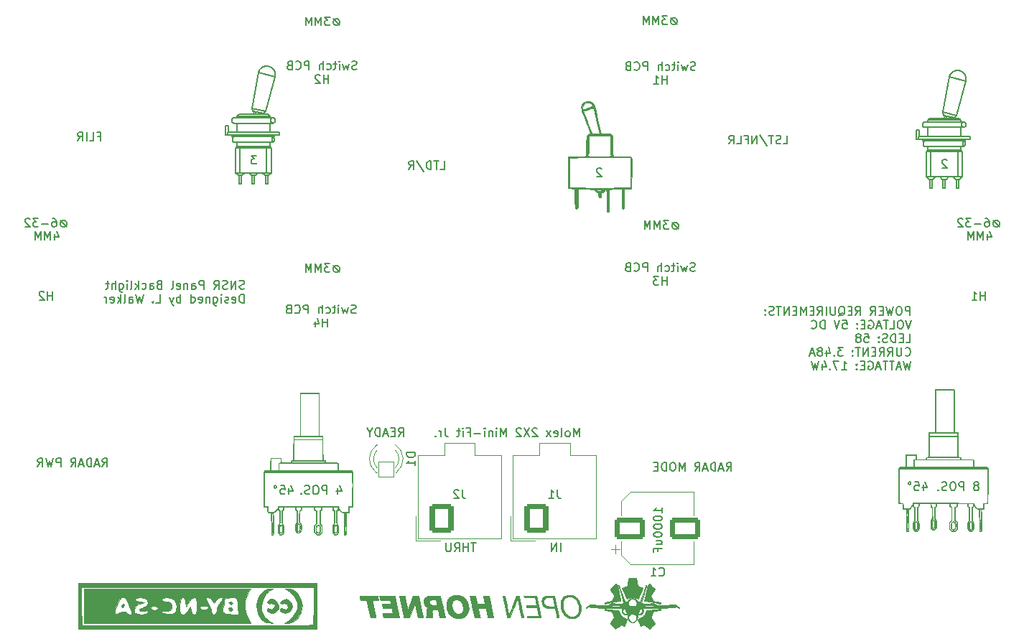
<source format=gbr>
%TF.GenerationSoftware,KiCad,Pcbnew,(6.0.9)*%
%TF.CreationDate,2022-12-26T22:47:05-09:00*%
%TF.ProjectId,PCB_ SNSR PANEL,5043422c-2053-44e5-9352-2050414e454c,rev?*%
%TF.SameCoordinates,Original*%
%TF.FileFunction,Legend,Bot*%
%TF.FilePolarity,Positive*%
%FSLAX46Y46*%
G04 Gerber Fmt 4.6, Leading zero omitted, Abs format (unit mm)*
G04 Created by KiCad (PCBNEW (6.0.9)) date 2022-12-26 22:47:05*
%MOMM*%
%LPD*%
G01*
G04 APERTURE LIST*
G04 Aperture macros list*
%AMRoundRect*
0 Rectangle with rounded corners*
0 $1 Rounding radius*
0 $2 $3 $4 $5 $6 $7 $8 $9 X,Y pos of 4 corners*
0 Add a 4 corners polygon primitive as box body*
4,1,4,$2,$3,$4,$5,$6,$7,$8,$9,$2,$3,0*
0 Add four circle primitives for the rounded corners*
1,1,$1+$1,$2,$3*
1,1,$1+$1,$4,$5*
1,1,$1+$1,$6,$7*
1,1,$1+$1,$8,$9*
0 Add four rect primitives between the rounded corners*
20,1,$1+$1,$2,$3,$4,$5,0*
20,1,$1+$1,$4,$5,$6,$7,0*
20,1,$1+$1,$6,$7,$8,$9,0*
20,1,$1+$1,$8,$9,$2,$3,0*%
G04 Aperture macros list end*
%ADD10C,0.150000*%
%ADD11C,0.120000*%
%ADD12C,0.200000*%
%ADD13C,0.010000*%
%ADD14RoundRect,0.300001X-1.099999X-1.399999X1.099999X-1.399999X1.099999X1.399999X-1.099999X1.399999X0*%
%ADD15O,2.800000X3.400000*%
%ADD16RoundRect,0.050000X0.900000X-0.900000X0.900000X0.900000X-0.900000X0.900000X-0.900000X-0.900000X0*%
%ADD17C,1.900000*%
%ADD18RoundRect,0.300000X-1.500000X-1.000000X1.500000X-1.000000X1.500000X1.000000X-1.500000X1.000000X0*%
%ADD19C,4.400000*%
%ADD20C,3.672000*%
%ADD21C,12.800000*%
G04 APERTURE END LIST*
D10*
X134067038Y-85858161D02*
X133924180Y-85905780D01*
X133686085Y-85905780D01*
X133590847Y-85858161D01*
X133543228Y-85810542D01*
X133495609Y-85715304D01*
X133495609Y-85620066D01*
X133543228Y-85524828D01*
X133590847Y-85477209D01*
X133686085Y-85429590D01*
X133876561Y-85381971D01*
X133971800Y-85334352D01*
X134019419Y-85286733D01*
X134067038Y-85191495D01*
X134067038Y-85096257D01*
X134019419Y-85001019D01*
X133971800Y-84953400D01*
X133876561Y-84905780D01*
X133638466Y-84905780D01*
X133495609Y-84953400D01*
X133162276Y-85239114D02*
X132971800Y-85905780D01*
X132781323Y-85429590D01*
X132590847Y-85905780D01*
X132400371Y-85239114D01*
X132019419Y-85905780D02*
X132019419Y-85239114D01*
X132019419Y-84905780D02*
X132067038Y-84953400D01*
X132019419Y-85001019D01*
X131971800Y-84953400D01*
X132019419Y-84905780D01*
X132019419Y-85001019D01*
X131686085Y-85239114D02*
X131305133Y-85239114D01*
X131543228Y-84905780D02*
X131543228Y-85762923D01*
X131495609Y-85858161D01*
X131400371Y-85905780D01*
X131305133Y-85905780D01*
X130543228Y-85858161D02*
X130638466Y-85905780D01*
X130828942Y-85905780D01*
X130924180Y-85858161D01*
X130971800Y-85810542D01*
X131019419Y-85715304D01*
X131019419Y-85429590D01*
X130971800Y-85334352D01*
X130924180Y-85286733D01*
X130828942Y-85239114D01*
X130638466Y-85239114D01*
X130543228Y-85286733D01*
X130114657Y-85905780D02*
X130114657Y-84905780D01*
X129686085Y-85905780D02*
X129686085Y-85381971D01*
X129733704Y-85286733D01*
X129828942Y-85239114D01*
X129971800Y-85239114D01*
X130067038Y-85286733D01*
X130114657Y-85334352D01*
X128447990Y-85905780D02*
X128447990Y-84905780D01*
X128067038Y-84905780D01*
X127971800Y-84953400D01*
X127924180Y-85001019D01*
X127876561Y-85096257D01*
X127876561Y-85239114D01*
X127924180Y-85334352D01*
X127971800Y-85381971D01*
X128067038Y-85429590D01*
X128447990Y-85429590D01*
X126876561Y-85810542D02*
X126924180Y-85858161D01*
X127067038Y-85905780D01*
X127162276Y-85905780D01*
X127305133Y-85858161D01*
X127400371Y-85762923D01*
X127447990Y-85667685D01*
X127495609Y-85477209D01*
X127495609Y-85334352D01*
X127447990Y-85143876D01*
X127400371Y-85048638D01*
X127305133Y-84953400D01*
X127162276Y-84905780D01*
X127067038Y-84905780D01*
X126924180Y-84953400D01*
X126876561Y-85001019D01*
X126114657Y-85381971D02*
X125971800Y-85429590D01*
X125924180Y-85477209D01*
X125876561Y-85572447D01*
X125876561Y-85715304D01*
X125924180Y-85810542D01*
X125971800Y-85858161D01*
X126067038Y-85905780D01*
X126447990Y-85905780D01*
X126447990Y-84905780D01*
X126114657Y-84905780D01*
X126019419Y-84953400D01*
X125971800Y-85001019D01*
X125924180Y-85096257D01*
X125924180Y-85191495D01*
X125971800Y-85286733D01*
X126019419Y-85334352D01*
X126114657Y-85381971D01*
X126447990Y-85381971D01*
X130733704Y-87515780D02*
X130733704Y-86515780D01*
X130733704Y-86991971D02*
X130162276Y-86991971D01*
X130162276Y-87515780D02*
X130162276Y-86515780D01*
X129257514Y-86849114D02*
X129257514Y-87515780D01*
X129495609Y-86468161D02*
X129733704Y-87182447D01*
X129114657Y-87182447D01*
X171665685Y-51100076D02*
X171475209Y-51100076D01*
X171284733Y-51195314D01*
X171189495Y-51385790D01*
X171189495Y-51576266D01*
X171284733Y-51766742D01*
X171475209Y-51861980D01*
X171665685Y-51861980D01*
X171856161Y-51766742D01*
X171951400Y-51576266D01*
X171951400Y-51385790D01*
X171856161Y-51195314D01*
X171665685Y-51100076D01*
X171189495Y-51100076D02*
X171951400Y-51861980D01*
X170808542Y-50861980D02*
X170189495Y-50861980D01*
X170522828Y-51242933D01*
X170379971Y-51242933D01*
X170284733Y-51290552D01*
X170237114Y-51338171D01*
X170189495Y-51433409D01*
X170189495Y-51671504D01*
X170237114Y-51766742D01*
X170284733Y-51814361D01*
X170379971Y-51861980D01*
X170665685Y-51861980D01*
X170760923Y-51814361D01*
X170808542Y-51766742D01*
X169760923Y-51861980D02*
X169760923Y-50861980D01*
X169427590Y-51576266D01*
X169094257Y-50861980D01*
X169094257Y-51861980D01*
X168618066Y-51861980D02*
X168618066Y-50861980D01*
X168284733Y-51576266D01*
X167951400Y-50861980D01*
X167951400Y-51861980D01*
X103666800Y-65028771D02*
X104000133Y-65028771D01*
X104000133Y-65552580D02*
X104000133Y-64552580D01*
X103523942Y-64552580D01*
X102666800Y-65552580D02*
X103142990Y-65552580D01*
X103142990Y-64552580D01*
X102333466Y-65552580D02*
X102333466Y-64552580D01*
X101285847Y-65552580D02*
X101619180Y-65076390D01*
X101857276Y-65552580D02*
X101857276Y-64552580D01*
X101476323Y-64552580D01*
X101381085Y-64600200D01*
X101333466Y-64647819D01*
X101285847Y-64743057D01*
X101285847Y-64885914D01*
X101333466Y-64981152D01*
X101381085Y-65028771D01*
X101476323Y-65076390D01*
X101857276Y-65076390D01*
X131889285Y-51201676D02*
X131698809Y-51201676D01*
X131508333Y-51296914D01*
X131413095Y-51487390D01*
X131413095Y-51677866D01*
X131508333Y-51868342D01*
X131698809Y-51963580D01*
X131889285Y-51963580D01*
X132079761Y-51868342D01*
X132175000Y-51677866D01*
X132175000Y-51487390D01*
X132079761Y-51296914D01*
X131889285Y-51201676D01*
X131413095Y-51201676D02*
X132175000Y-51963580D01*
X131032142Y-50963580D02*
X130413095Y-50963580D01*
X130746428Y-51344533D01*
X130603571Y-51344533D01*
X130508333Y-51392152D01*
X130460714Y-51439771D01*
X130413095Y-51535009D01*
X130413095Y-51773104D01*
X130460714Y-51868342D01*
X130508333Y-51915961D01*
X130603571Y-51963580D01*
X130889285Y-51963580D01*
X130984523Y-51915961D01*
X131032142Y-51868342D01*
X129984523Y-51963580D02*
X129984523Y-50963580D01*
X129651190Y-51677866D01*
X129317857Y-50963580D01*
X129317857Y-51963580D01*
X128841666Y-51963580D02*
X128841666Y-50963580D01*
X128508333Y-51677866D01*
X128175000Y-50963580D01*
X128175000Y-51963580D01*
X174072038Y-80905161D02*
X173929180Y-80952780D01*
X173691085Y-80952780D01*
X173595847Y-80905161D01*
X173548228Y-80857542D01*
X173500609Y-80762304D01*
X173500609Y-80667066D01*
X173548228Y-80571828D01*
X173595847Y-80524209D01*
X173691085Y-80476590D01*
X173881561Y-80428971D01*
X173976800Y-80381352D01*
X174024419Y-80333733D01*
X174072038Y-80238495D01*
X174072038Y-80143257D01*
X174024419Y-80048019D01*
X173976800Y-80000400D01*
X173881561Y-79952780D01*
X173643466Y-79952780D01*
X173500609Y-80000400D01*
X173167276Y-80286114D02*
X172976800Y-80952780D01*
X172786323Y-80476590D01*
X172595847Y-80952780D01*
X172405371Y-80286114D01*
X172024419Y-80952780D02*
X172024419Y-80286114D01*
X172024419Y-79952780D02*
X172072038Y-80000400D01*
X172024419Y-80048019D01*
X171976800Y-80000400D01*
X172024419Y-79952780D01*
X172024419Y-80048019D01*
X171691085Y-80286114D02*
X171310133Y-80286114D01*
X171548228Y-79952780D02*
X171548228Y-80809923D01*
X171500609Y-80905161D01*
X171405371Y-80952780D01*
X171310133Y-80952780D01*
X170548228Y-80905161D02*
X170643466Y-80952780D01*
X170833942Y-80952780D01*
X170929180Y-80905161D01*
X170976800Y-80857542D01*
X171024419Y-80762304D01*
X171024419Y-80476590D01*
X170976800Y-80381352D01*
X170929180Y-80333733D01*
X170833942Y-80286114D01*
X170643466Y-80286114D01*
X170548228Y-80333733D01*
X170119657Y-80952780D02*
X170119657Y-79952780D01*
X169691085Y-80952780D02*
X169691085Y-80428971D01*
X169738704Y-80333733D01*
X169833942Y-80286114D01*
X169976800Y-80286114D01*
X170072038Y-80333733D01*
X170119657Y-80381352D01*
X168452990Y-80952780D02*
X168452990Y-79952780D01*
X168072038Y-79952780D01*
X167976800Y-80000400D01*
X167929180Y-80048019D01*
X167881561Y-80143257D01*
X167881561Y-80286114D01*
X167929180Y-80381352D01*
X167976800Y-80428971D01*
X168072038Y-80476590D01*
X168452990Y-80476590D01*
X166881561Y-80857542D02*
X166929180Y-80905161D01*
X167072038Y-80952780D01*
X167167276Y-80952780D01*
X167310133Y-80905161D01*
X167405371Y-80809923D01*
X167452990Y-80714685D01*
X167500609Y-80524209D01*
X167500609Y-80381352D01*
X167452990Y-80190876D01*
X167405371Y-80095638D01*
X167310133Y-80000400D01*
X167167276Y-79952780D01*
X167072038Y-79952780D01*
X166929180Y-80000400D01*
X166881561Y-80048019D01*
X166119657Y-80428971D02*
X165976800Y-80476590D01*
X165929180Y-80524209D01*
X165881561Y-80619447D01*
X165881561Y-80762304D01*
X165929180Y-80857542D01*
X165976800Y-80905161D01*
X166072038Y-80952780D01*
X166452990Y-80952780D01*
X166452990Y-79952780D01*
X166119657Y-79952780D01*
X166024419Y-80000400D01*
X165976800Y-80048019D01*
X165929180Y-80143257D01*
X165929180Y-80238495D01*
X165976800Y-80333733D01*
X166024419Y-80381352D01*
X166119657Y-80428971D01*
X166452990Y-80428971D01*
X170738704Y-82562780D02*
X170738704Y-81562780D01*
X170738704Y-82038971D02*
X170167276Y-82038971D01*
X170167276Y-82562780D02*
X170167276Y-81562780D01*
X169786323Y-81562780D02*
X169167276Y-81562780D01*
X169500609Y-81943733D01*
X169357752Y-81943733D01*
X169262514Y-81991352D01*
X169214895Y-82038971D01*
X169167276Y-82134209D01*
X169167276Y-82372304D01*
X169214895Y-82467542D01*
X169262514Y-82515161D01*
X169357752Y-82562780D01*
X169643466Y-82562780D01*
X169738704Y-82515161D01*
X169786323Y-82467542D01*
X200966666Y-106135714D02*
X200966666Y-106802380D01*
X201204761Y-105754761D02*
X201442857Y-106469047D01*
X200823809Y-106469047D01*
X199966666Y-105802380D02*
X200442857Y-105802380D01*
X200490476Y-106278571D01*
X200442857Y-106230952D01*
X200347619Y-106183333D01*
X200109523Y-106183333D01*
X200014285Y-106230952D01*
X199966666Y-106278571D01*
X199919047Y-106373809D01*
X199919047Y-106611904D01*
X199966666Y-106707142D01*
X200014285Y-106754761D01*
X200109523Y-106802380D01*
X200347619Y-106802380D01*
X200442857Y-106754761D01*
X200490476Y-106707142D01*
X199347619Y-105802380D02*
X199442857Y-105850000D01*
X199490476Y-105945238D01*
X199442857Y-106040476D01*
X199347619Y-106088095D01*
X199252380Y-106040476D01*
X199204761Y-105945238D01*
X199252380Y-105850000D01*
X199347619Y-105802380D01*
X126191666Y-106560714D02*
X126191666Y-107227380D01*
X126429761Y-106179761D02*
X126667857Y-106894047D01*
X126048809Y-106894047D01*
X125191666Y-106227380D02*
X125667857Y-106227380D01*
X125715476Y-106703571D01*
X125667857Y-106655952D01*
X125572619Y-106608333D01*
X125334523Y-106608333D01*
X125239285Y-106655952D01*
X125191666Y-106703571D01*
X125144047Y-106798809D01*
X125144047Y-107036904D01*
X125191666Y-107132142D01*
X125239285Y-107179761D01*
X125334523Y-107227380D01*
X125572619Y-107227380D01*
X125667857Y-107179761D01*
X125715476Y-107132142D01*
X124572619Y-106227380D02*
X124667857Y-106275000D01*
X124715476Y-106370238D01*
X124667857Y-106465476D01*
X124572619Y-106513095D01*
X124477380Y-106465476D01*
X124429761Y-106370238D01*
X124477380Y-106275000D01*
X124572619Y-106227380D01*
X163035714Y-68897619D02*
X162988095Y-68850000D01*
X162892857Y-68802380D01*
X162654761Y-68802380D01*
X162559523Y-68850000D01*
X162511904Y-68897619D01*
X162464285Y-68992857D01*
X162464285Y-69088095D01*
X162511904Y-69230952D01*
X163083333Y-69802380D01*
X162464285Y-69802380D01*
X160402380Y-100452380D02*
X160402380Y-99452380D01*
X160069047Y-100166666D01*
X159735714Y-99452380D01*
X159735714Y-100452380D01*
X159116666Y-100452380D02*
X159211904Y-100404761D01*
X159259523Y-100357142D01*
X159307142Y-100261904D01*
X159307142Y-99976190D01*
X159259523Y-99880952D01*
X159211904Y-99833333D01*
X159116666Y-99785714D01*
X158973809Y-99785714D01*
X158878571Y-99833333D01*
X158830952Y-99880952D01*
X158783333Y-99976190D01*
X158783333Y-100261904D01*
X158830952Y-100357142D01*
X158878571Y-100404761D01*
X158973809Y-100452380D01*
X159116666Y-100452380D01*
X158211904Y-100452380D02*
X158307142Y-100404761D01*
X158354761Y-100309523D01*
X158354761Y-99452380D01*
X157450000Y-100404761D02*
X157545238Y-100452380D01*
X157735714Y-100452380D01*
X157830952Y-100404761D01*
X157878571Y-100309523D01*
X157878571Y-99928571D01*
X157830952Y-99833333D01*
X157735714Y-99785714D01*
X157545238Y-99785714D01*
X157450000Y-99833333D01*
X157402380Y-99928571D01*
X157402380Y-100023809D01*
X157878571Y-100119047D01*
X157069047Y-100452380D02*
X156545238Y-99785714D01*
X157069047Y-99785714D02*
X156545238Y-100452380D01*
X155450000Y-99547619D02*
X155402380Y-99500000D01*
X155307142Y-99452380D01*
X155069047Y-99452380D01*
X154973809Y-99500000D01*
X154926190Y-99547619D01*
X154878571Y-99642857D01*
X154878571Y-99738095D01*
X154926190Y-99880952D01*
X155497619Y-100452380D01*
X154878571Y-100452380D01*
X154545238Y-99452380D02*
X153878571Y-100452380D01*
X153878571Y-99452380D02*
X154545238Y-100452380D01*
X153545238Y-99547619D02*
X153497619Y-99500000D01*
X153402380Y-99452380D01*
X153164285Y-99452380D01*
X153069047Y-99500000D01*
X153021428Y-99547619D01*
X152973809Y-99642857D01*
X152973809Y-99738095D01*
X153021428Y-99880952D01*
X153592857Y-100452380D01*
X152973809Y-100452380D01*
X151783333Y-100452380D02*
X151783333Y-99452380D01*
X151450000Y-100166666D01*
X151116666Y-99452380D01*
X151116666Y-100452380D01*
X150640476Y-100452380D02*
X150640476Y-99785714D01*
X150640476Y-99452380D02*
X150688095Y-99500000D01*
X150640476Y-99547619D01*
X150592857Y-99500000D01*
X150640476Y-99452380D01*
X150640476Y-99547619D01*
X150164285Y-99785714D02*
X150164285Y-100452380D01*
X150164285Y-99880952D02*
X150116666Y-99833333D01*
X150021428Y-99785714D01*
X149878571Y-99785714D01*
X149783333Y-99833333D01*
X149735714Y-99928571D01*
X149735714Y-100452380D01*
X149259523Y-100452380D02*
X149259523Y-99785714D01*
X149259523Y-99452380D02*
X149307142Y-99500000D01*
X149259523Y-99547619D01*
X149211904Y-99500000D01*
X149259523Y-99452380D01*
X149259523Y-99547619D01*
X148783333Y-100071428D02*
X148021428Y-100071428D01*
X147211904Y-99928571D02*
X147545238Y-99928571D01*
X147545238Y-100452380D02*
X147545238Y-99452380D01*
X147069047Y-99452380D01*
X146688095Y-100452380D02*
X146688095Y-99785714D01*
X146688095Y-99452380D02*
X146735714Y-99500000D01*
X146688095Y-99547619D01*
X146640476Y-99500000D01*
X146688095Y-99452380D01*
X146688095Y-99547619D01*
X146354761Y-99785714D02*
X145973809Y-99785714D01*
X146211904Y-99452380D02*
X146211904Y-100309523D01*
X146164285Y-100404761D01*
X146069047Y-100452380D01*
X145973809Y-100452380D01*
X144592857Y-99452380D02*
X144592857Y-100166666D01*
X144640476Y-100309523D01*
X144735714Y-100404761D01*
X144878571Y-100452380D01*
X144973809Y-100452380D01*
X144116666Y-100452380D02*
X144116666Y-99785714D01*
X144116666Y-99976190D02*
X144069047Y-99880952D01*
X144021428Y-99833333D01*
X143926190Y-99785714D01*
X143830952Y-99785714D01*
X143497619Y-100357142D02*
X143450000Y-100404761D01*
X143497619Y-100452380D01*
X143545238Y-100404761D01*
X143497619Y-100357142D01*
X143497619Y-100452380D01*
X104175000Y-104002380D02*
X104508333Y-103526190D01*
X104746428Y-104002380D02*
X104746428Y-103002380D01*
X104365476Y-103002380D01*
X104270238Y-103050000D01*
X104222619Y-103097619D01*
X104175000Y-103192857D01*
X104175000Y-103335714D01*
X104222619Y-103430952D01*
X104270238Y-103478571D01*
X104365476Y-103526190D01*
X104746428Y-103526190D01*
X103794047Y-103716666D02*
X103317857Y-103716666D01*
X103889285Y-104002380D02*
X103555952Y-103002380D01*
X103222619Y-104002380D01*
X102889285Y-104002380D02*
X102889285Y-103002380D01*
X102651190Y-103002380D01*
X102508333Y-103050000D01*
X102413095Y-103145238D01*
X102365476Y-103240476D01*
X102317857Y-103430952D01*
X102317857Y-103573809D01*
X102365476Y-103764285D01*
X102413095Y-103859523D01*
X102508333Y-103954761D01*
X102651190Y-104002380D01*
X102889285Y-104002380D01*
X101936904Y-103716666D02*
X101460714Y-103716666D01*
X102032142Y-104002380D02*
X101698809Y-103002380D01*
X101365476Y-104002380D01*
X100460714Y-104002380D02*
X100794047Y-103526190D01*
X101032142Y-104002380D02*
X101032142Y-103002380D01*
X100651190Y-103002380D01*
X100555952Y-103050000D01*
X100508333Y-103097619D01*
X100460714Y-103192857D01*
X100460714Y-103335714D01*
X100508333Y-103430952D01*
X100555952Y-103478571D01*
X100651190Y-103526190D01*
X101032142Y-103526190D01*
X99270238Y-104002380D02*
X99270238Y-103002380D01*
X98889285Y-103002380D01*
X98794047Y-103050000D01*
X98746428Y-103097619D01*
X98698809Y-103192857D01*
X98698809Y-103335714D01*
X98746428Y-103430952D01*
X98794047Y-103478571D01*
X98889285Y-103526190D01*
X99270238Y-103526190D01*
X98365476Y-103002380D02*
X98127380Y-104002380D01*
X97936904Y-103288095D01*
X97746428Y-104002380D01*
X97508333Y-103002380D01*
X96555952Y-104002380D02*
X96889285Y-103526190D01*
X97127380Y-104002380D02*
X97127380Y-103002380D01*
X96746428Y-103002380D01*
X96651190Y-103050000D01*
X96603571Y-103097619D01*
X96555952Y-103192857D01*
X96555952Y-103335714D01*
X96603571Y-103430952D01*
X96651190Y-103478571D01*
X96746428Y-103526190D01*
X97127380Y-103526190D01*
X171818085Y-75230076D02*
X171627609Y-75230076D01*
X171437133Y-75325314D01*
X171341895Y-75515790D01*
X171341895Y-75706266D01*
X171437133Y-75896742D01*
X171627609Y-75991980D01*
X171818085Y-75991980D01*
X172008561Y-75896742D01*
X172103800Y-75706266D01*
X172103800Y-75515790D01*
X172008561Y-75325314D01*
X171818085Y-75230076D01*
X171341895Y-75230076D02*
X172103800Y-75991980D01*
X170960942Y-74991980D02*
X170341895Y-74991980D01*
X170675228Y-75372933D01*
X170532371Y-75372933D01*
X170437133Y-75420552D01*
X170389514Y-75468171D01*
X170341895Y-75563409D01*
X170341895Y-75801504D01*
X170389514Y-75896742D01*
X170437133Y-75944361D01*
X170532371Y-75991980D01*
X170818085Y-75991980D01*
X170913323Y-75944361D01*
X170960942Y-75896742D01*
X169913323Y-75991980D02*
X169913323Y-74991980D01*
X169579990Y-75706266D01*
X169246657Y-74991980D01*
X169246657Y-75991980D01*
X168770466Y-75991980D02*
X168770466Y-74991980D01*
X168437133Y-75706266D01*
X168103800Y-74991980D01*
X168103800Y-75991980D01*
X139100000Y-100402380D02*
X139433333Y-99926190D01*
X139671428Y-100402380D02*
X139671428Y-99402380D01*
X139290476Y-99402380D01*
X139195238Y-99450000D01*
X139147619Y-99497619D01*
X139100000Y-99592857D01*
X139100000Y-99735714D01*
X139147619Y-99830952D01*
X139195238Y-99878571D01*
X139290476Y-99926190D01*
X139671428Y-99926190D01*
X138671428Y-99878571D02*
X138338095Y-99878571D01*
X138195238Y-100402380D02*
X138671428Y-100402380D01*
X138671428Y-99402380D01*
X138195238Y-99402380D01*
X137814285Y-100116666D02*
X137338095Y-100116666D01*
X137909523Y-100402380D02*
X137576190Y-99402380D01*
X137242857Y-100402380D01*
X136909523Y-100402380D02*
X136909523Y-99402380D01*
X136671428Y-99402380D01*
X136528571Y-99450000D01*
X136433333Y-99545238D01*
X136385714Y-99640476D01*
X136338095Y-99830952D01*
X136338095Y-99973809D01*
X136385714Y-100164285D01*
X136433333Y-100259523D01*
X136528571Y-100354761D01*
X136671428Y-100402380D01*
X136909523Y-100402380D01*
X135719047Y-99926190D02*
X135719047Y-100402380D01*
X136052380Y-99402380D02*
X135719047Y-99926190D01*
X135385714Y-99402380D01*
X134168638Y-57105361D02*
X134025780Y-57152980D01*
X133787685Y-57152980D01*
X133692447Y-57105361D01*
X133644828Y-57057742D01*
X133597209Y-56962504D01*
X133597209Y-56867266D01*
X133644828Y-56772028D01*
X133692447Y-56724409D01*
X133787685Y-56676790D01*
X133978161Y-56629171D01*
X134073400Y-56581552D01*
X134121019Y-56533933D01*
X134168638Y-56438695D01*
X134168638Y-56343457D01*
X134121019Y-56248219D01*
X134073400Y-56200600D01*
X133978161Y-56152980D01*
X133740066Y-56152980D01*
X133597209Y-56200600D01*
X133263876Y-56486314D02*
X133073400Y-57152980D01*
X132882923Y-56676790D01*
X132692447Y-57152980D01*
X132501971Y-56486314D01*
X132121019Y-57152980D02*
X132121019Y-56486314D01*
X132121019Y-56152980D02*
X132168638Y-56200600D01*
X132121019Y-56248219D01*
X132073400Y-56200600D01*
X132121019Y-56152980D01*
X132121019Y-56248219D01*
X131787685Y-56486314D02*
X131406733Y-56486314D01*
X131644828Y-56152980D02*
X131644828Y-57010123D01*
X131597209Y-57105361D01*
X131501971Y-57152980D01*
X131406733Y-57152980D01*
X130644828Y-57105361D02*
X130740066Y-57152980D01*
X130930542Y-57152980D01*
X131025780Y-57105361D01*
X131073400Y-57057742D01*
X131121019Y-56962504D01*
X131121019Y-56676790D01*
X131073400Y-56581552D01*
X131025780Y-56533933D01*
X130930542Y-56486314D01*
X130740066Y-56486314D01*
X130644828Y-56533933D01*
X130216257Y-57152980D02*
X130216257Y-56152980D01*
X129787685Y-57152980D02*
X129787685Y-56629171D01*
X129835304Y-56533933D01*
X129930542Y-56486314D01*
X130073400Y-56486314D01*
X130168638Y-56533933D01*
X130216257Y-56581552D01*
X128549590Y-57152980D02*
X128549590Y-56152980D01*
X128168638Y-56152980D01*
X128073400Y-56200600D01*
X128025780Y-56248219D01*
X127978161Y-56343457D01*
X127978161Y-56486314D01*
X128025780Y-56581552D01*
X128073400Y-56629171D01*
X128168638Y-56676790D01*
X128549590Y-56676790D01*
X126978161Y-57057742D02*
X127025780Y-57105361D01*
X127168638Y-57152980D01*
X127263876Y-57152980D01*
X127406733Y-57105361D01*
X127501971Y-57010123D01*
X127549590Y-56914885D01*
X127597209Y-56724409D01*
X127597209Y-56581552D01*
X127549590Y-56391076D01*
X127501971Y-56295838D01*
X127406733Y-56200600D01*
X127263876Y-56152980D01*
X127168638Y-56152980D01*
X127025780Y-56200600D01*
X126978161Y-56248219D01*
X126216257Y-56629171D02*
X126073400Y-56676790D01*
X126025780Y-56724409D01*
X125978161Y-56819647D01*
X125978161Y-56962504D01*
X126025780Y-57057742D01*
X126073400Y-57105361D01*
X126168638Y-57152980D01*
X126549590Y-57152980D01*
X126549590Y-56152980D01*
X126216257Y-56152980D01*
X126121019Y-56200600D01*
X126073400Y-56248219D01*
X126025780Y-56343457D01*
X126025780Y-56438695D01*
X126073400Y-56533933D01*
X126121019Y-56581552D01*
X126216257Y-56629171D01*
X126549590Y-56629171D01*
X130835304Y-58762980D02*
X130835304Y-57762980D01*
X130835304Y-58239171D02*
X130263876Y-58239171D01*
X130263876Y-58762980D02*
X130263876Y-57762980D01*
X129835304Y-57858219D02*
X129787685Y-57810600D01*
X129692447Y-57762980D01*
X129454352Y-57762980D01*
X129359114Y-57810600D01*
X129311495Y-57858219D01*
X129263876Y-57953457D01*
X129263876Y-58048695D01*
X129311495Y-58191552D01*
X129882923Y-58762980D01*
X129263876Y-58762980D01*
X174097438Y-57206961D02*
X173954580Y-57254580D01*
X173716485Y-57254580D01*
X173621247Y-57206961D01*
X173573628Y-57159342D01*
X173526009Y-57064104D01*
X173526009Y-56968866D01*
X173573628Y-56873628D01*
X173621247Y-56826009D01*
X173716485Y-56778390D01*
X173906961Y-56730771D01*
X174002200Y-56683152D01*
X174049819Y-56635533D01*
X174097438Y-56540295D01*
X174097438Y-56445057D01*
X174049819Y-56349819D01*
X174002200Y-56302200D01*
X173906961Y-56254580D01*
X173668866Y-56254580D01*
X173526009Y-56302200D01*
X173192676Y-56587914D02*
X173002200Y-57254580D01*
X172811723Y-56778390D01*
X172621247Y-57254580D01*
X172430771Y-56587914D01*
X172049819Y-57254580D02*
X172049819Y-56587914D01*
X172049819Y-56254580D02*
X172097438Y-56302200D01*
X172049819Y-56349819D01*
X172002200Y-56302200D01*
X172049819Y-56254580D01*
X172049819Y-56349819D01*
X171716485Y-56587914D02*
X171335533Y-56587914D01*
X171573628Y-56254580D02*
X171573628Y-57111723D01*
X171526009Y-57206961D01*
X171430771Y-57254580D01*
X171335533Y-57254580D01*
X170573628Y-57206961D02*
X170668866Y-57254580D01*
X170859342Y-57254580D01*
X170954580Y-57206961D01*
X171002200Y-57159342D01*
X171049819Y-57064104D01*
X171049819Y-56778390D01*
X171002200Y-56683152D01*
X170954580Y-56635533D01*
X170859342Y-56587914D01*
X170668866Y-56587914D01*
X170573628Y-56635533D01*
X170145057Y-57254580D02*
X170145057Y-56254580D01*
X169716485Y-57254580D02*
X169716485Y-56730771D01*
X169764104Y-56635533D01*
X169859342Y-56587914D01*
X170002200Y-56587914D01*
X170097438Y-56635533D01*
X170145057Y-56683152D01*
X168478390Y-57254580D02*
X168478390Y-56254580D01*
X168097438Y-56254580D01*
X168002200Y-56302200D01*
X167954580Y-56349819D01*
X167906961Y-56445057D01*
X167906961Y-56587914D01*
X167954580Y-56683152D01*
X168002200Y-56730771D01*
X168097438Y-56778390D01*
X168478390Y-56778390D01*
X166906961Y-57159342D02*
X166954580Y-57206961D01*
X167097438Y-57254580D01*
X167192676Y-57254580D01*
X167335533Y-57206961D01*
X167430771Y-57111723D01*
X167478390Y-57016485D01*
X167526009Y-56826009D01*
X167526009Y-56683152D01*
X167478390Y-56492676D01*
X167430771Y-56397438D01*
X167335533Y-56302200D01*
X167192676Y-56254580D01*
X167097438Y-56254580D01*
X166954580Y-56302200D01*
X166906961Y-56349819D01*
X166145057Y-56730771D02*
X166002200Y-56778390D01*
X165954580Y-56826009D01*
X165906961Y-56921247D01*
X165906961Y-57064104D01*
X165954580Y-57159342D01*
X166002200Y-57206961D01*
X166097438Y-57254580D01*
X166478390Y-57254580D01*
X166478390Y-56254580D01*
X166145057Y-56254580D01*
X166049819Y-56302200D01*
X166002200Y-56349819D01*
X165954580Y-56445057D01*
X165954580Y-56540295D01*
X166002200Y-56635533D01*
X166049819Y-56683152D01*
X166145057Y-56730771D01*
X166478390Y-56730771D01*
X170764104Y-58864580D02*
X170764104Y-57864580D01*
X170764104Y-58340771D02*
X170192676Y-58340771D01*
X170192676Y-58864580D02*
X170192676Y-57864580D01*
X169192676Y-58864580D02*
X169764104Y-58864580D01*
X169478390Y-58864580D02*
X169478390Y-57864580D01*
X169573628Y-58007438D01*
X169668866Y-58102676D01*
X169764104Y-58150295D01*
X120912023Y-82999761D02*
X120769166Y-83047380D01*
X120531071Y-83047380D01*
X120435833Y-82999761D01*
X120388214Y-82952142D01*
X120340595Y-82856904D01*
X120340595Y-82761666D01*
X120388214Y-82666428D01*
X120435833Y-82618809D01*
X120531071Y-82571190D01*
X120721547Y-82523571D01*
X120816785Y-82475952D01*
X120864404Y-82428333D01*
X120912023Y-82333095D01*
X120912023Y-82237857D01*
X120864404Y-82142619D01*
X120816785Y-82095000D01*
X120721547Y-82047380D01*
X120483452Y-82047380D01*
X120340595Y-82095000D01*
X119912023Y-83047380D02*
X119912023Y-82047380D01*
X119340595Y-83047380D01*
X119340595Y-82047380D01*
X118912023Y-82999761D02*
X118769166Y-83047380D01*
X118531071Y-83047380D01*
X118435833Y-82999761D01*
X118388214Y-82952142D01*
X118340595Y-82856904D01*
X118340595Y-82761666D01*
X118388214Y-82666428D01*
X118435833Y-82618809D01*
X118531071Y-82571190D01*
X118721547Y-82523571D01*
X118816785Y-82475952D01*
X118864404Y-82428333D01*
X118912023Y-82333095D01*
X118912023Y-82237857D01*
X118864404Y-82142619D01*
X118816785Y-82095000D01*
X118721547Y-82047380D01*
X118483452Y-82047380D01*
X118340595Y-82095000D01*
X117340595Y-83047380D02*
X117673928Y-82571190D01*
X117912023Y-83047380D02*
X117912023Y-82047380D01*
X117531071Y-82047380D01*
X117435833Y-82095000D01*
X117388214Y-82142619D01*
X117340595Y-82237857D01*
X117340595Y-82380714D01*
X117388214Y-82475952D01*
X117435833Y-82523571D01*
X117531071Y-82571190D01*
X117912023Y-82571190D01*
X116150119Y-83047380D02*
X116150119Y-82047380D01*
X115769166Y-82047380D01*
X115673928Y-82095000D01*
X115626309Y-82142619D01*
X115578690Y-82237857D01*
X115578690Y-82380714D01*
X115626309Y-82475952D01*
X115673928Y-82523571D01*
X115769166Y-82571190D01*
X116150119Y-82571190D01*
X114721547Y-83047380D02*
X114721547Y-82523571D01*
X114769166Y-82428333D01*
X114864404Y-82380714D01*
X115054880Y-82380714D01*
X115150119Y-82428333D01*
X114721547Y-82999761D02*
X114816785Y-83047380D01*
X115054880Y-83047380D01*
X115150119Y-82999761D01*
X115197738Y-82904523D01*
X115197738Y-82809285D01*
X115150119Y-82714047D01*
X115054880Y-82666428D01*
X114816785Y-82666428D01*
X114721547Y-82618809D01*
X114245357Y-82380714D02*
X114245357Y-83047380D01*
X114245357Y-82475952D02*
X114197738Y-82428333D01*
X114102500Y-82380714D01*
X113959642Y-82380714D01*
X113864404Y-82428333D01*
X113816785Y-82523571D01*
X113816785Y-83047380D01*
X112959642Y-82999761D02*
X113054880Y-83047380D01*
X113245357Y-83047380D01*
X113340595Y-82999761D01*
X113388214Y-82904523D01*
X113388214Y-82523571D01*
X113340595Y-82428333D01*
X113245357Y-82380714D01*
X113054880Y-82380714D01*
X112959642Y-82428333D01*
X112912023Y-82523571D01*
X112912023Y-82618809D01*
X113388214Y-82714047D01*
X112340595Y-83047380D02*
X112435833Y-82999761D01*
X112483452Y-82904523D01*
X112483452Y-82047380D01*
X110864404Y-82523571D02*
X110721547Y-82571190D01*
X110673928Y-82618809D01*
X110626309Y-82714047D01*
X110626309Y-82856904D01*
X110673928Y-82952142D01*
X110721547Y-82999761D01*
X110816785Y-83047380D01*
X111197738Y-83047380D01*
X111197738Y-82047380D01*
X110864404Y-82047380D01*
X110769166Y-82095000D01*
X110721547Y-82142619D01*
X110673928Y-82237857D01*
X110673928Y-82333095D01*
X110721547Y-82428333D01*
X110769166Y-82475952D01*
X110864404Y-82523571D01*
X111197738Y-82523571D01*
X109769166Y-83047380D02*
X109769166Y-82523571D01*
X109816785Y-82428333D01*
X109912023Y-82380714D01*
X110102500Y-82380714D01*
X110197738Y-82428333D01*
X109769166Y-82999761D02*
X109864404Y-83047380D01*
X110102500Y-83047380D01*
X110197738Y-82999761D01*
X110245357Y-82904523D01*
X110245357Y-82809285D01*
X110197738Y-82714047D01*
X110102500Y-82666428D01*
X109864404Y-82666428D01*
X109769166Y-82618809D01*
X108864404Y-82999761D02*
X108959642Y-83047380D01*
X109150119Y-83047380D01*
X109245357Y-82999761D01*
X109292976Y-82952142D01*
X109340595Y-82856904D01*
X109340595Y-82571190D01*
X109292976Y-82475952D01*
X109245357Y-82428333D01*
X109150119Y-82380714D01*
X108959642Y-82380714D01*
X108864404Y-82428333D01*
X108435833Y-83047380D02*
X108435833Y-82047380D01*
X108340595Y-82666428D02*
X108054880Y-83047380D01*
X108054880Y-82380714D02*
X108435833Y-82761666D01*
X107483452Y-83047380D02*
X107578690Y-82999761D01*
X107626309Y-82904523D01*
X107626309Y-82047380D01*
X107102500Y-83047380D02*
X107102500Y-82380714D01*
X107102500Y-82047380D02*
X107150119Y-82095000D01*
X107102500Y-82142619D01*
X107054880Y-82095000D01*
X107102500Y-82047380D01*
X107102500Y-82142619D01*
X106197738Y-82380714D02*
X106197738Y-83190238D01*
X106245357Y-83285476D01*
X106292976Y-83333095D01*
X106388214Y-83380714D01*
X106531071Y-83380714D01*
X106626309Y-83333095D01*
X106197738Y-82999761D02*
X106292976Y-83047380D01*
X106483452Y-83047380D01*
X106578690Y-82999761D01*
X106626309Y-82952142D01*
X106673928Y-82856904D01*
X106673928Y-82571190D01*
X106626309Y-82475952D01*
X106578690Y-82428333D01*
X106483452Y-82380714D01*
X106292976Y-82380714D01*
X106197738Y-82428333D01*
X105721547Y-83047380D02*
X105721547Y-82047380D01*
X105292976Y-83047380D02*
X105292976Y-82523571D01*
X105340595Y-82428333D01*
X105435833Y-82380714D01*
X105578690Y-82380714D01*
X105673928Y-82428333D01*
X105721547Y-82475952D01*
X104959642Y-82380714D02*
X104578690Y-82380714D01*
X104816785Y-82047380D02*
X104816785Y-82904523D01*
X104769166Y-82999761D01*
X104673928Y-83047380D01*
X104578690Y-83047380D01*
X120864404Y-84657380D02*
X120864404Y-83657380D01*
X120626309Y-83657380D01*
X120483452Y-83705000D01*
X120388214Y-83800238D01*
X120340595Y-83895476D01*
X120292976Y-84085952D01*
X120292976Y-84228809D01*
X120340595Y-84419285D01*
X120388214Y-84514523D01*
X120483452Y-84609761D01*
X120626309Y-84657380D01*
X120864404Y-84657380D01*
X119483452Y-84609761D02*
X119578690Y-84657380D01*
X119769166Y-84657380D01*
X119864404Y-84609761D01*
X119912023Y-84514523D01*
X119912023Y-84133571D01*
X119864404Y-84038333D01*
X119769166Y-83990714D01*
X119578690Y-83990714D01*
X119483452Y-84038333D01*
X119435833Y-84133571D01*
X119435833Y-84228809D01*
X119912023Y-84324047D01*
X119054880Y-84609761D02*
X118959642Y-84657380D01*
X118769166Y-84657380D01*
X118673928Y-84609761D01*
X118626309Y-84514523D01*
X118626309Y-84466904D01*
X118673928Y-84371666D01*
X118769166Y-84324047D01*
X118912023Y-84324047D01*
X119007261Y-84276428D01*
X119054880Y-84181190D01*
X119054880Y-84133571D01*
X119007261Y-84038333D01*
X118912023Y-83990714D01*
X118769166Y-83990714D01*
X118673928Y-84038333D01*
X118197738Y-84657380D02*
X118197738Y-83990714D01*
X118197738Y-83657380D02*
X118245357Y-83705000D01*
X118197738Y-83752619D01*
X118150119Y-83705000D01*
X118197738Y-83657380D01*
X118197738Y-83752619D01*
X117292976Y-83990714D02*
X117292976Y-84800238D01*
X117340595Y-84895476D01*
X117388214Y-84943095D01*
X117483452Y-84990714D01*
X117626309Y-84990714D01*
X117721547Y-84943095D01*
X117292976Y-84609761D02*
X117388214Y-84657380D01*
X117578690Y-84657380D01*
X117673928Y-84609761D01*
X117721547Y-84562142D01*
X117769166Y-84466904D01*
X117769166Y-84181190D01*
X117721547Y-84085952D01*
X117673928Y-84038333D01*
X117578690Y-83990714D01*
X117388214Y-83990714D01*
X117292976Y-84038333D01*
X116816785Y-83990714D02*
X116816785Y-84657380D01*
X116816785Y-84085952D02*
X116769166Y-84038333D01*
X116673928Y-83990714D01*
X116531071Y-83990714D01*
X116435833Y-84038333D01*
X116388214Y-84133571D01*
X116388214Y-84657380D01*
X115531071Y-84609761D02*
X115626309Y-84657380D01*
X115816785Y-84657380D01*
X115912023Y-84609761D01*
X115959642Y-84514523D01*
X115959642Y-84133571D01*
X115912023Y-84038333D01*
X115816785Y-83990714D01*
X115626309Y-83990714D01*
X115531071Y-84038333D01*
X115483452Y-84133571D01*
X115483452Y-84228809D01*
X115959642Y-84324047D01*
X114626309Y-84657380D02*
X114626309Y-83657380D01*
X114626309Y-84609761D02*
X114721547Y-84657380D01*
X114912023Y-84657380D01*
X115007261Y-84609761D01*
X115054880Y-84562142D01*
X115102500Y-84466904D01*
X115102500Y-84181190D01*
X115054880Y-84085952D01*
X115007261Y-84038333D01*
X114912023Y-83990714D01*
X114721547Y-83990714D01*
X114626309Y-84038333D01*
X113388214Y-84657380D02*
X113388214Y-83657380D01*
X113388214Y-84038333D02*
X113292976Y-83990714D01*
X113102500Y-83990714D01*
X113007261Y-84038333D01*
X112959642Y-84085952D01*
X112912023Y-84181190D01*
X112912023Y-84466904D01*
X112959642Y-84562142D01*
X113007261Y-84609761D01*
X113102500Y-84657380D01*
X113292976Y-84657380D01*
X113388214Y-84609761D01*
X112578690Y-83990714D02*
X112340595Y-84657380D01*
X112102500Y-83990714D02*
X112340595Y-84657380D01*
X112435833Y-84895476D01*
X112483452Y-84943095D01*
X112578690Y-84990714D01*
X110483452Y-84657380D02*
X110959642Y-84657380D01*
X110959642Y-83657380D01*
X110150119Y-84562142D02*
X110102500Y-84609761D01*
X110150119Y-84657380D01*
X110197738Y-84609761D01*
X110150119Y-84562142D01*
X110150119Y-84657380D01*
X109007261Y-83657380D02*
X108769166Y-84657380D01*
X108578690Y-83943095D01*
X108388214Y-84657380D01*
X108150119Y-83657380D01*
X107340595Y-84657380D02*
X107340595Y-84133571D01*
X107388214Y-84038333D01*
X107483452Y-83990714D01*
X107673928Y-83990714D01*
X107769166Y-84038333D01*
X107340595Y-84609761D02*
X107435833Y-84657380D01*
X107673928Y-84657380D01*
X107769166Y-84609761D01*
X107816785Y-84514523D01*
X107816785Y-84419285D01*
X107769166Y-84324047D01*
X107673928Y-84276428D01*
X107435833Y-84276428D01*
X107340595Y-84228809D01*
X106721547Y-84657380D02*
X106816785Y-84609761D01*
X106864404Y-84514523D01*
X106864404Y-83657380D01*
X106340595Y-84657380D02*
X106340595Y-83657380D01*
X106245357Y-84276428D02*
X105959642Y-84657380D01*
X105959642Y-83990714D02*
X106340595Y-84371666D01*
X105150119Y-84609761D02*
X105245357Y-84657380D01*
X105435833Y-84657380D01*
X105531071Y-84609761D01*
X105578690Y-84514523D01*
X105578690Y-84133571D01*
X105531071Y-84038333D01*
X105435833Y-83990714D01*
X105245357Y-83990714D01*
X105150119Y-84038333D01*
X105102500Y-84133571D01*
X105102500Y-84228809D01*
X105578690Y-84324047D01*
X104673928Y-84657380D02*
X104673928Y-83990714D01*
X104673928Y-84181190D02*
X104626309Y-84085952D01*
X104578690Y-84038333D01*
X104483452Y-83990714D01*
X104388214Y-83990714D01*
X199410004Y-86106980D02*
X199410004Y-85106980D01*
X199029052Y-85106980D01*
X198933814Y-85154600D01*
X198886195Y-85202219D01*
X198838576Y-85297457D01*
X198838576Y-85440314D01*
X198886195Y-85535552D01*
X198933814Y-85583171D01*
X199029052Y-85630790D01*
X199410004Y-85630790D01*
X198219528Y-85106980D02*
X198029052Y-85106980D01*
X197933814Y-85154600D01*
X197838576Y-85249838D01*
X197790957Y-85440314D01*
X197790957Y-85773647D01*
X197838576Y-85964123D01*
X197933814Y-86059361D01*
X198029052Y-86106980D01*
X198219528Y-86106980D01*
X198314766Y-86059361D01*
X198410004Y-85964123D01*
X198457623Y-85773647D01*
X198457623Y-85440314D01*
X198410004Y-85249838D01*
X198314766Y-85154600D01*
X198219528Y-85106980D01*
X197457623Y-85106980D02*
X197219528Y-86106980D01*
X197029052Y-85392695D01*
X196838576Y-86106980D01*
X196600480Y-85106980D01*
X196219528Y-85583171D02*
X195886195Y-85583171D01*
X195743338Y-86106980D02*
X196219528Y-86106980D01*
X196219528Y-85106980D01*
X195743338Y-85106980D01*
X194743338Y-86106980D02*
X195076671Y-85630790D01*
X195314766Y-86106980D02*
X195314766Y-85106980D01*
X194933814Y-85106980D01*
X194838576Y-85154600D01*
X194790957Y-85202219D01*
X194743338Y-85297457D01*
X194743338Y-85440314D01*
X194790957Y-85535552D01*
X194838576Y-85583171D01*
X194933814Y-85630790D01*
X195314766Y-85630790D01*
X192981433Y-86106980D02*
X193314766Y-85630790D01*
X193552861Y-86106980D02*
X193552861Y-85106980D01*
X193171909Y-85106980D01*
X193076671Y-85154600D01*
X193029052Y-85202219D01*
X192981433Y-85297457D01*
X192981433Y-85440314D01*
X193029052Y-85535552D01*
X193076671Y-85583171D01*
X193171909Y-85630790D01*
X193552861Y-85630790D01*
X192552861Y-85583171D02*
X192219528Y-85583171D01*
X192076671Y-86106980D02*
X192552861Y-86106980D01*
X192552861Y-85106980D01*
X192076671Y-85106980D01*
X190981433Y-86202219D02*
X191076671Y-86154600D01*
X191171909Y-86059361D01*
X191314766Y-85916504D01*
X191410004Y-85868885D01*
X191505242Y-85868885D01*
X191457623Y-86106980D02*
X191552861Y-86059361D01*
X191648100Y-85964123D01*
X191695719Y-85773647D01*
X191695719Y-85440314D01*
X191648100Y-85249838D01*
X191552861Y-85154600D01*
X191457623Y-85106980D01*
X191267147Y-85106980D01*
X191171909Y-85154600D01*
X191076671Y-85249838D01*
X191029052Y-85440314D01*
X191029052Y-85773647D01*
X191076671Y-85964123D01*
X191171909Y-86059361D01*
X191267147Y-86106980D01*
X191457623Y-86106980D01*
X190600480Y-85106980D02*
X190600480Y-85916504D01*
X190552861Y-86011742D01*
X190505242Y-86059361D01*
X190410004Y-86106980D01*
X190219528Y-86106980D01*
X190124290Y-86059361D01*
X190076671Y-86011742D01*
X190029052Y-85916504D01*
X190029052Y-85106980D01*
X189552861Y-86106980D02*
X189552861Y-85106980D01*
X188505242Y-86106980D02*
X188838576Y-85630790D01*
X189076671Y-86106980D02*
X189076671Y-85106980D01*
X188695719Y-85106980D01*
X188600480Y-85154600D01*
X188552861Y-85202219D01*
X188505242Y-85297457D01*
X188505242Y-85440314D01*
X188552861Y-85535552D01*
X188600480Y-85583171D01*
X188695719Y-85630790D01*
X189076671Y-85630790D01*
X188076671Y-85583171D02*
X187743338Y-85583171D01*
X187600480Y-86106980D02*
X188076671Y-86106980D01*
X188076671Y-85106980D01*
X187600480Y-85106980D01*
X187171909Y-86106980D02*
X187171909Y-85106980D01*
X186838576Y-85821266D01*
X186505242Y-85106980D01*
X186505242Y-86106980D01*
X186029052Y-85583171D02*
X185695719Y-85583171D01*
X185552861Y-86106980D02*
X186029052Y-86106980D01*
X186029052Y-85106980D01*
X185552861Y-85106980D01*
X185124290Y-86106980D02*
X185124290Y-85106980D01*
X184552861Y-86106980D01*
X184552861Y-85106980D01*
X184219528Y-85106980D02*
X183648100Y-85106980D01*
X183933814Y-86106980D02*
X183933814Y-85106980D01*
X183362385Y-86059361D02*
X183219528Y-86106980D01*
X182981433Y-86106980D01*
X182886195Y-86059361D01*
X182838576Y-86011742D01*
X182790957Y-85916504D01*
X182790957Y-85821266D01*
X182838576Y-85726028D01*
X182886195Y-85678409D01*
X182981433Y-85630790D01*
X183171909Y-85583171D01*
X183267147Y-85535552D01*
X183314766Y-85487933D01*
X183362385Y-85392695D01*
X183362385Y-85297457D01*
X183314766Y-85202219D01*
X183267147Y-85154600D01*
X183171909Y-85106980D01*
X182933814Y-85106980D01*
X182790957Y-85154600D01*
X182362385Y-86011742D02*
X182314766Y-86059361D01*
X182362385Y-86106980D01*
X182410004Y-86059361D01*
X182362385Y-86011742D01*
X182362385Y-86106980D01*
X182362385Y-85487933D02*
X182314766Y-85535552D01*
X182362385Y-85583171D01*
X182410004Y-85535552D01*
X182362385Y-85487933D01*
X182362385Y-85583171D01*
X199552861Y-86716980D02*
X199219528Y-87716980D01*
X198886195Y-86716980D01*
X198362385Y-86716980D02*
X198171909Y-86716980D01*
X198076671Y-86764600D01*
X197981433Y-86859838D01*
X197933814Y-87050314D01*
X197933814Y-87383647D01*
X197981433Y-87574123D01*
X198076671Y-87669361D01*
X198171909Y-87716980D01*
X198362385Y-87716980D01*
X198457623Y-87669361D01*
X198552861Y-87574123D01*
X198600480Y-87383647D01*
X198600480Y-87050314D01*
X198552861Y-86859838D01*
X198457623Y-86764600D01*
X198362385Y-86716980D01*
X197029052Y-87716980D02*
X197505242Y-87716980D01*
X197505242Y-86716980D01*
X196838576Y-86716980D02*
X196267147Y-86716980D01*
X196552861Y-87716980D02*
X196552861Y-86716980D01*
X195981433Y-87431266D02*
X195505242Y-87431266D01*
X196076671Y-87716980D02*
X195743338Y-86716980D01*
X195410004Y-87716980D01*
X194552861Y-86764600D02*
X194648100Y-86716980D01*
X194790957Y-86716980D01*
X194933814Y-86764600D01*
X195029052Y-86859838D01*
X195076671Y-86955076D01*
X195124290Y-87145552D01*
X195124290Y-87288409D01*
X195076671Y-87478885D01*
X195029052Y-87574123D01*
X194933814Y-87669361D01*
X194790957Y-87716980D01*
X194695719Y-87716980D01*
X194552861Y-87669361D01*
X194505242Y-87621742D01*
X194505242Y-87288409D01*
X194695719Y-87288409D01*
X194076671Y-87193171D02*
X193743338Y-87193171D01*
X193600480Y-87716980D02*
X194076671Y-87716980D01*
X194076671Y-86716980D01*
X193600480Y-86716980D01*
X193171909Y-87621742D02*
X193124290Y-87669361D01*
X193171909Y-87716980D01*
X193219528Y-87669361D01*
X193171909Y-87621742D01*
X193171909Y-87716980D01*
X193171909Y-87097933D02*
X193124290Y-87145552D01*
X193171909Y-87193171D01*
X193219528Y-87145552D01*
X193171909Y-87097933D01*
X193171909Y-87193171D01*
X191457623Y-86716980D02*
X191933814Y-86716980D01*
X191981433Y-87193171D01*
X191933814Y-87145552D01*
X191838576Y-87097933D01*
X191600480Y-87097933D01*
X191505242Y-87145552D01*
X191457623Y-87193171D01*
X191410004Y-87288409D01*
X191410004Y-87526504D01*
X191457623Y-87621742D01*
X191505242Y-87669361D01*
X191600480Y-87716980D01*
X191838576Y-87716980D01*
X191933814Y-87669361D01*
X191981433Y-87621742D01*
X191124290Y-86716980D02*
X190790957Y-87716980D01*
X190457623Y-86716980D01*
X189362385Y-87716980D02*
X189362385Y-86716980D01*
X189124290Y-86716980D01*
X188981433Y-86764600D01*
X188886195Y-86859838D01*
X188838576Y-86955076D01*
X188790957Y-87145552D01*
X188790957Y-87288409D01*
X188838576Y-87478885D01*
X188886195Y-87574123D01*
X188981433Y-87669361D01*
X189124290Y-87716980D01*
X189362385Y-87716980D01*
X187790957Y-87621742D02*
X187838576Y-87669361D01*
X187981433Y-87716980D01*
X188076671Y-87716980D01*
X188219528Y-87669361D01*
X188314766Y-87574123D01*
X188362385Y-87478885D01*
X188410004Y-87288409D01*
X188410004Y-87145552D01*
X188362385Y-86955076D01*
X188314766Y-86859838D01*
X188219528Y-86764600D01*
X188076671Y-86716980D01*
X187981433Y-86716980D01*
X187838576Y-86764600D01*
X187790957Y-86812219D01*
X198933814Y-89326980D02*
X199410004Y-89326980D01*
X199410004Y-88326980D01*
X198600480Y-88803171D02*
X198267147Y-88803171D01*
X198124290Y-89326980D02*
X198600480Y-89326980D01*
X198600480Y-88326980D01*
X198124290Y-88326980D01*
X197695719Y-89326980D02*
X197695719Y-88326980D01*
X197457623Y-88326980D01*
X197314766Y-88374600D01*
X197219528Y-88469838D01*
X197171909Y-88565076D01*
X197124290Y-88755552D01*
X197124290Y-88898409D01*
X197171909Y-89088885D01*
X197219528Y-89184123D01*
X197314766Y-89279361D01*
X197457623Y-89326980D01*
X197695719Y-89326980D01*
X196743338Y-89279361D02*
X196600480Y-89326980D01*
X196362385Y-89326980D01*
X196267147Y-89279361D01*
X196219528Y-89231742D01*
X196171909Y-89136504D01*
X196171909Y-89041266D01*
X196219528Y-88946028D01*
X196267147Y-88898409D01*
X196362385Y-88850790D01*
X196552861Y-88803171D01*
X196648100Y-88755552D01*
X196695719Y-88707933D01*
X196743338Y-88612695D01*
X196743338Y-88517457D01*
X196695719Y-88422219D01*
X196648100Y-88374600D01*
X196552861Y-88326980D01*
X196314766Y-88326980D01*
X196171909Y-88374600D01*
X195743338Y-89231742D02*
X195695719Y-89279361D01*
X195743338Y-89326980D01*
X195790957Y-89279361D01*
X195743338Y-89231742D01*
X195743338Y-89326980D01*
X195743338Y-88707933D02*
X195695719Y-88755552D01*
X195743338Y-88803171D01*
X195790957Y-88755552D01*
X195743338Y-88707933D01*
X195743338Y-88803171D01*
X194029052Y-88326980D02*
X194505242Y-88326980D01*
X194552861Y-88803171D01*
X194505242Y-88755552D01*
X194410004Y-88707933D01*
X194171909Y-88707933D01*
X194076671Y-88755552D01*
X194029052Y-88803171D01*
X193981433Y-88898409D01*
X193981433Y-89136504D01*
X194029052Y-89231742D01*
X194076671Y-89279361D01*
X194171909Y-89326980D01*
X194410004Y-89326980D01*
X194505242Y-89279361D01*
X194552861Y-89231742D01*
X193410004Y-88755552D02*
X193505242Y-88707933D01*
X193552861Y-88660314D01*
X193600480Y-88565076D01*
X193600480Y-88517457D01*
X193552861Y-88422219D01*
X193505242Y-88374600D01*
X193410004Y-88326980D01*
X193219528Y-88326980D01*
X193124290Y-88374600D01*
X193076671Y-88422219D01*
X193029052Y-88517457D01*
X193029052Y-88565076D01*
X193076671Y-88660314D01*
X193124290Y-88707933D01*
X193219528Y-88755552D01*
X193410004Y-88755552D01*
X193505242Y-88803171D01*
X193552861Y-88850790D01*
X193600480Y-88946028D01*
X193600480Y-89136504D01*
X193552861Y-89231742D01*
X193505242Y-89279361D01*
X193410004Y-89326980D01*
X193219528Y-89326980D01*
X193124290Y-89279361D01*
X193076671Y-89231742D01*
X193029052Y-89136504D01*
X193029052Y-88946028D01*
X193076671Y-88850790D01*
X193124290Y-88803171D01*
X193219528Y-88755552D01*
X198838576Y-90841742D02*
X198886195Y-90889361D01*
X199029052Y-90936980D01*
X199124290Y-90936980D01*
X199267147Y-90889361D01*
X199362385Y-90794123D01*
X199410004Y-90698885D01*
X199457623Y-90508409D01*
X199457623Y-90365552D01*
X199410004Y-90175076D01*
X199362385Y-90079838D01*
X199267147Y-89984600D01*
X199124290Y-89936980D01*
X199029052Y-89936980D01*
X198886195Y-89984600D01*
X198838576Y-90032219D01*
X198410004Y-89936980D02*
X198410004Y-90746504D01*
X198362385Y-90841742D01*
X198314766Y-90889361D01*
X198219528Y-90936980D01*
X198029052Y-90936980D01*
X197933814Y-90889361D01*
X197886195Y-90841742D01*
X197838576Y-90746504D01*
X197838576Y-89936980D01*
X196790957Y-90936980D02*
X197124290Y-90460790D01*
X197362385Y-90936980D02*
X197362385Y-89936980D01*
X196981433Y-89936980D01*
X196886195Y-89984600D01*
X196838576Y-90032219D01*
X196790957Y-90127457D01*
X196790957Y-90270314D01*
X196838576Y-90365552D01*
X196886195Y-90413171D01*
X196981433Y-90460790D01*
X197362385Y-90460790D01*
X195790957Y-90936980D02*
X196124290Y-90460790D01*
X196362385Y-90936980D02*
X196362385Y-89936980D01*
X195981433Y-89936980D01*
X195886195Y-89984600D01*
X195838576Y-90032219D01*
X195790957Y-90127457D01*
X195790957Y-90270314D01*
X195838576Y-90365552D01*
X195886195Y-90413171D01*
X195981433Y-90460790D01*
X196362385Y-90460790D01*
X195362385Y-90413171D02*
X195029052Y-90413171D01*
X194886195Y-90936980D02*
X195362385Y-90936980D01*
X195362385Y-89936980D01*
X194886195Y-89936980D01*
X194457623Y-90936980D02*
X194457623Y-89936980D01*
X193886195Y-90936980D01*
X193886195Y-89936980D01*
X193552861Y-89936980D02*
X192981433Y-89936980D01*
X193267147Y-90936980D02*
X193267147Y-89936980D01*
X192648100Y-90841742D02*
X192600480Y-90889361D01*
X192648100Y-90936980D01*
X192695719Y-90889361D01*
X192648100Y-90841742D01*
X192648100Y-90936980D01*
X192648100Y-90317933D02*
X192600480Y-90365552D01*
X192648100Y-90413171D01*
X192695719Y-90365552D01*
X192648100Y-90317933D01*
X192648100Y-90413171D01*
X191505242Y-89936980D02*
X190886195Y-89936980D01*
X191219528Y-90317933D01*
X191076671Y-90317933D01*
X190981433Y-90365552D01*
X190933814Y-90413171D01*
X190886195Y-90508409D01*
X190886195Y-90746504D01*
X190933814Y-90841742D01*
X190981433Y-90889361D01*
X191076671Y-90936980D01*
X191362385Y-90936980D01*
X191457623Y-90889361D01*
X191505242Y-90841742D01*
X190457623Y-90841742D02*
X190410004Y-90889361D01*
X190457623Y-90936980D01*
X190505242Y-90889361D01*
X190457623Y-90841742D01*
X190457623Y-90936980D01*
X189552861Y-90270314D02*
X189552861Y-90936980D01*
X189790957Y-89889361D02*
X190029052Y-90603647D01*
X189410004Y-90603647D01*
X188886195Y-90365552D02*
X188981433Y-90317933D01*
X189029052Y-90270314D01*
X189076671Y-90175076D01*
X189076671Y-90127457D01*
X189029052Y-90032219D01*
X188981433Y-89984600D01*
X188886195Y-89936980D01*
X188695719Y-89936980D01*
X188600480Y-89984600D01*
X188552861Y-90032219D01*
X188505242Y-90127457D01*
X188505242Y-90175076D01*
X188552861Y-90270314D01*
X188600480Y-90317933D01*
X188695719Y-90365552D01*
X188886195Y-90365552D01*
X188981433Y-90413171D01*
X189029052Y-90460790D01*
X189076671Y-90556028D01*
X189076671Y-90746504D01*
X189029052Y-90841742D01*
X188981433Y-90889361D01*
X188886195Y-90936980D01*
X188695719Y-90936980D01*
X188600480Y-90889361D01*
X188552861Y-90841742D01*
X188505242Y-90746504D01*
X188505242Y-90556028D01*
X188552861Y-90460790D01*
X188600480Y-90413171D01*
X188695719Y-90365552D01*
X188124290Y-90651266D02*
X187648100Y-90651266D01*
X188219528Y-90936980D02*
X187886195Y-89936980D01*
X187552861Y-90936980D01*
X199505242Y-91546980D02*
X199267147Y-92546980D01*
X199076671Y-91832695D01*
X198886195Y-92546980D01*
X198648100Y-91546980D01*
X198314766Y-92261266D02*
X197838576Y-92261266D01*
X198410004Y-92546980D02*
X198076671Y-91546980D01*
X197743338Y-92546980D01*
X197552861Y-91546980D02*
X196981433Y-91546980D01*
X197267147Y-92546980D02*
X197267147Y-91546980D01*
X196790957Y-91546980D02*
X196219528Y-91546980D01*
X196505242Y-92546980D02*
X196505242Y-91546980D01*
X195933814Y-92261266D02*
X195457623Y-92261266D01*
X196029052Y-92546980D02*
X195695719Y-91546980D01*
X195362385Y-92546980D01*
X194505242Y-91594600D02*
X194600480Y-91546980D01*
X194743338Y-91546980D01*
X194886195Y-91594600D01*
X194981433Y-91689838D01*
X195029052Y-91785076D01*
X195076671Y-91975552D01*
X195076671Y-92118409D01*
X195029052Y-92308885D01*
X194981433Y-92404123D01*
X194886195Y-92499361D01*
X194743338Y-92546980D01*
X194648100Y-92546980D01*
X194505242Y-92499361D01*
X194457623Y-92451742D01*
X194457623Y-92118409D01*
X194648100Y-92118409D01*
X194029052Y-92023171D02*
X193695719Y-92023171D01*
X193552861Y-92546980D02*
X194029052Y-92546980D01*
X194029052Y-91546980D01*
X193552861Y-91546980D01*
X193124290Y-92451742D02*
X193076671Y-92499361D01*
X193124290Y-92546980D01*
X193171909Y-92499361D01*
X193124290Y-92451742D01*
X193124290Y-92546980D01*
X193124290Y-91927933D02*
X193076671Y-91975552D01*
X193124290Y-92023171D01*
X193171909Y-91975552D01*
X193124290Y-91927933D01*
X193124290Y-92023171D01*
X191362385Y-92546980D02*
X191933814Y-92546980D01*
X191648100Y-92546980D02*
X191648100Y-91546980D01*
X191743338Y-91689838D01*
X191838576Y-91785076D01*
X191933814Y-91832695D01*
X191029052Y-91546980D02*
X190362385Y-91546980D01*
X190790957Y-92546980D01*
X189981433Y-92451742D02*
X189933814Y-92499361D01*
X189981433Y-92546980D01*
X190029052Y-92499361D01*
X189981433Y-92451742D01*
X189981433Y-92546980D01*
X189076671Y-91880314D02*
X189076671Y-92546980D01*
X189314766Y-91499361D02*
X189552861Y-92213647D01*
X188933814Y-92213647D01*
X188648100Y-91546980D02*
X188410004Y-92546980D01*
X188219528Y-91832695D01*
X188029052Y-92546980D01*
X187790957Y-91546980D01*
X131863885Y-80284676D02*
X131673409Y-80284676D01*
X131482933Y-80379914D01*
X131387695Y-80570390D01*
X131387695Y-80760866D01*
X131482933Y-80951342D01*
X131673409Y-81046580D01*
X131863885Y-81046580D01*
X132054361Y-80951342D01*
X132149600Y-80760866D01*
X132149600Y-80570390D01*
X132054361Y-80379914D01*
X131863885Y-80284676D01*
X131387695Y-80284676D02*
X132149600Y-81046580D01*
X131006742Y-80046580D02*
X130387695Y-80046580D01*
X130721028Y-80427533D01*
X130578171Y-80427533D01*
X130482933Y-80475152D01*
X130435314Y-80522771D01*
X130387695Y-80618009D01*
X130387695Y-80856104D01*
X130435314Y-80951342D01*
X130482933Y-80998961D01*
X130578171Y-81046580D01*
X130863885Y-81046580D01*
X130959123Y-80998961D01*
X131006742Y-80951342D01*
X129959123Y-81046580D02*
X129959123Y-80046580D01*
X129625790Y-80760866D01*
X129292457Y-80046580D01*
X129292457Y-81046580D01*
X128816266Y-81046580D02*
X128816266Y-80046580D01*
X128482933Y-80760866D01*
X128149600Y-80046580D01*
X128149600Y-81046580D01*
X148233333Y-113002380D02*
X147661904Y-113002380D01*
X147947619Y-114002380D02*
X147947619Y-113002380D01*
X147328571Y-114002380D02*
X147328571Y-113002380D01*
X147328571Y-113478571D02*
X146757142Y-113478571D01*
X146757142Y-114002380D02*
X146757142Y-113002380D01*
X145709523Y-114002380D02*
X146042857Y-113526190D01*
X146280952Y-114002380D02*
X146280952Y-113002380D01*
X145900000Y-113002380D01*
X145804761Y-113050000D01*
X145757142Y-113097619D01*
X145709523Y-113192857D01*
X145709523Y-113335714D01*
X145757142Y-113430952D01*
X145804761Y-113478571D01*
X145900000Y-113526190D01*
X146280952Y-113526190D01*
X145280952Y-113002380D02*
X145280952Y-113811904D01*
X145233333Y-113907142D01*
X145185714Y-113954761D01*
X145090476Y-114002380D01*
X144900000Y-114002380D01*
X144804761Y-113954761D01*
X144757142Y-113907142D01*
X144709523Y-113811904D01*
X144709523Y-113002380D01*
X207314285Y-106230952D02*
X207409523Y-106183333D01*
X207457142Y-106135714D01*
X207504761Y-106040476D01*
X207504761Y-105992857D01*
X207457142Y-105897619D01*
X207409523Y-105850000D01*
X207314285Y-105802380D01*
X207123809Y-105802380D01*
X207028571Y-105850000D01*
X206980952Y-105897619D01*
X206933333Y-105992857D01*
X206933333Y-106040476D01*
X206980952Y-106135714D01*
X207028571Y-106183333D01*
X207123809Y-106230952D01*
X207314285Y-106230952D01*
X207409523Y-106278571D01*
X207457142Y-106326190D01*
X207504761Y-106421428D01*
X207504761Y-106611904D01*
X207457142Y-106707142D01*
X207409523Y-106754761D01*
X207314285Y-106802380D01*
X207123809Y-106802380D01*
X207028571Y-106754761D01*
X206980952Y-106707142D01*
X206933333Y-106611904D01*
X206933333Y-106421428D01*
X206980952Y-106326190D01*
X207028571Y-106278571D01*
X207123809Y-106230952D01*
X205742857Y-106802380D02*
X205742857Y-105802380D01*
X205361904Y-105802380D01*
X205266666Y-105850000D01*
X205219047Y-105897619D01*
X205171428Y-105992857D01*
X205171428Y-106135714D01*
X205219047Y-106230952D01*
X205266666Y-106278571D01*
X205361904Y-106326190D01*
X205742857Y-106326190D01*
X204552380Y-105802380D02*
X204361904Y-105802380D01*
X204266666Y-105850000D01*
X204171428Y-105945238D01*
X204123809Y-106135714D01*
X204123809Y-106469047D01*
X204171428Y-106659523D01*
X204266666Y-106754761D01*
X204361904Y-106802380D01*
X204552380Y-106802380D01*
X204647619Y-106754761D01*
X204742857Y-106659523D01*
X204790476Y-106469047D01*
X204790476Y-106135714D01*
X204742857Y-105945238D01*
X204647619Y-105850000D01*
X204552380Y-105802380D01*
X203742857Y-106754761D02*
X203600000Y-106802380D01*
X203361904Y-106802380D01*
X203266666Y-106754761D01*
X203219047Y-106707142D01*
X203171428Y-106611904D01*
X203171428Y-106516666D01*
X203219047Y-106421428D01*
X203266666Y-106373809D01*
X203361904Y-106326190D01*
X203552380Y-106278571D01*
X203647619Y-106230952D01*
X203695238Y-106183333D01*
X203742857Y-106088095D01*
X203742857Y-105992857D01*
X203695238Y-105897619D01*
X203647619Y-105850000D01*
X203552380Y-105802380D01*
X203314285Y-105802380D01*
X203171428Y-105850000D01*
X202742857Y-106707142D02*
X202695238Y-106754761D01*
X202742857Y-106802380D01*
X202790476Y-106754761D01*
X202742857Y-106707142D01*
X202742857Y-106802380D01*
X144038438Y-68930780D02*
X144514628Y-68930780D01*
X144514628Y-67930780D01*
X143847961Y-67930780D02*
X143276533Y-67930780D01*
X143562247Y-68930780D02*
X143562247Y-67930780D01*
X142943200Y-68930780D02*
X142943200Y-67930780D01*
X142705104Y-67930780D01*
X142562247Y-67978400D01*
X142467009Y-68073638D01*
X142419390Y-68168876D01*
X142371771Y-68359352D01*
X142371771Y-68502209D01*
X142419390Y-68692685D01*
X142467009Y-68787923D01*
X142562247Y-68883161D01*
X142705104Y-68930780D01*
X142943200Y-68930780D01*
X141228914Y-67883161D02*
X142086057Y-69168876D01*
X140324152Y-68930780D02*
X140657485Y-68454590D01*
X140895580Y-68930780D02*
X140895580Y-67930780D01*
X140514628Y-67930780D01*
X140419390Y-67978400D01*
X140371771Y-68026019D01*
X140324152Y-68121257D01*
X140324152Y-68264114D01*
X140371771Y-68359352D01*
X140419390Y-68406971D01*
X140514628Y-68454590D01*
X140895580Y-68454590D01*
X158223809Y-113952380D02*
X158223809Y-112952380D01*
X157747619Y-113952380D02*
X157747619Y-112952380D01*
X157176190Y-113952380D01*
X157176190Y-112952380D01*
X131903571Y-106560714D02*
X131903571Y-107227380D01*
X132141666Y-106179761D02*
X132379761Y-106894047D01*
X131760714Y-106894047D01*
X130617857Y-107227380D02*
X130617857Y-106227380D01*
X130236904Y-106227380D01*
X130141666Y-106275000D01*
X130094047Y-106322619D01*
X130046428Y-106417857D01*
X130046428Y-106560714D01*
X130094047Y-106655952D01*
X130141666Y-106703571D01*
X130236904Y-106751190D01*
X130617857Y-106751190D01*
X129427380Y-106227380D02*
X129236904Y-106227380D01*
X129141666Y-106275000D01*
X129046428Y-106370238D01*
X128998809Y-106560714D01*
X128998809Y-106894047D01*
X129046428Y-107084523D01*
X129141666Y-107179761D01*
X129236904Y-107227380D01*
X129427380Y-107227380D01*
X129522619Y-107179761D01*
X129617857Y-107084523D01*
X129665476Y-106894047D01*
X129665476Y-106560714D01*
X129617857Y-106370238D01*
X129522619Y-106275000D01*
X129427380Y-106227380D01*
X128617857Y-107179761D02*
X128475000Y-107227380D01*
X128236904Y-107227380D01*
X128141666Y-107179761D01*
X128094047Y-107132142D01*
X128046428Y-107036904D01*
X128046428Y-106941666D01*
X128094047Y-106846428D01*
X128141666Y-106798809D01*
X128236904Y-106751190D01*
X128427380Y-106703571D01*
X128522619Y-106655952D01*
X128570238Y-106608333D01*
X128617857Y-106513095D01*
X128617857Y-106417857D01*
X128570238Y-106322619D01*
X128522619Y-106275000D01*
X128427380Y-106227380D01*
X128189285Y-106227380D01*
X128046428Y-106275000D01*
X127617857Y-107132142D02*
X127570238Y-107179761D01*
X127617857Y-107227380D01*
X127665476Y-107179761D01*
X127617857Y-107132142D01*
X127617857Y-107227380D01*
X177759404Y-104502380D02*
X178092738Y-104026190D01*
X178330833Y-104502380D02*
X178330833Y-103502380D01*
X177949880Y-103502380D01*
X177854642Y-103550000D01*
X177807023Y-103597619D01*
X177759404Y-103692857D01*
X177759404Y-103835714D01*
X177807023Y-103930952D01*
X177854642Y-103978571D01*
X177949880Y-104026190D01*
X178330833Y-104026190D01*
X177378452Y-104216666D02*
X176902261Y-104216666D01*
X177473690Y-104502380D02*
X177140357Y-103502380D01*
X176807023Y-104502380D01*
X176473690Y-104502380D02*
X176473690Y-103502380D01*
X176235595Y-103502380D01*
X176092738Y-103550000D01*
X175997500Y-103645238D01*
X175949880Y-103740476D01*
X175902261Y-103930952D01*
X175902261Y-104073809D01*
X175949880Y-104264285D01*
X175997500Y-104359523D01*
X176092738Y-104454761D01*
X176235595Y-104502380D01*
X176473690Y-104502380D01*
X175521309Y-104216666D02*
X175045119Y-104216666D01*
X175616547Y-104502380D02*
X175283214Y-103502380D01*
X174949880Y-104502380D01*
X174045119Y-104502380D02*
X174378452Y-104026190D01*
X174616547Y-104502380D02*
X174616547Y-103502380D01*
X174235595Y-103502380D01*
X174140357Y-103550000D01*
X174092738Y-103597619D01*
X174045119Y-103692857D01*
X174045119Y-103835714D01*
X174092738Y-103930952D01*
X174140357Y-103978571D01*
X174235595Y-104026190D01*
X174616547Y-104026190D01*
X172854642Y-104502380D02*
X172854642Y-103502380D01*
X172521309Y-104216666D01*
X172187976Y-103502380D01*
X172187976Y-104502380D01*
X171521309Y-103502380D02*
X171330833Y-103502380D01*
X171235595Y-103550000D01*
X171140357Y-103645238D01*
X171092738Y-103835714D01*
X171092738Y-104169047D01*
X171140357Y-104359523D01*
X171235595Y-104454761D01*
X171330833Y-104502380D01*
X171521309Y-104502380D01*
X171616547Y-104454761D01*
X171711785Y-104359523D01*
X171759404Y-104169047D01*
X171759404Y-103835714D01*
X171711785Y-103645238D01*
X171616547Y-103550000D01*
X171521309Y-103502380D01*
X170664166Y-104502380D02*
X170664166Y-103502380D01*
X170426071Y-103502380D01*
X170283214Y-103550000D01*
X170187976Y-103645238D01*
X170140357Y-103740476D01*
X170092738Y-103930952D01*
X170092738Y-104073809D01*
X170140357Y-104264285D01*
X170187976Y-104359523D01*
X170283214Y-104454761D01*
X170426071Y-104502380D01*
X170664166Y-104502380D01*
X169664166Y-103978571D02*
X169330833Y-103978571D01*
X169187976Y-104502380D02*
X169664166Y-104502380D01*
X169664166Y-103502380D01*
X169187976Y-103502380D01*
X184462371Y-65933580D02*
X184938561Y-65933580D01*
X184938561Y-64933580D01*
X184176657Y-65885961D02*
X184033800Y-65933580D01*
X183795704Y-65933580D01*
X183700466Y-65885961D01*
X183652847Y-65838342D01*
X183605228Y-65743104D01*
X183605228Y-65647866D01*
X183652847Y-65552628D01*
X183700466Y-65505009D01*
X183795704Y-65457390D01*
X183986180Y-65409771D01*
X184081419Y-65362152D01*
X184129038Y-65314533D01*
X184176657Y-65219295D01*
X184176657Y-65124057D01*
X184129038Y-65028819D01*
X184081419Y-64981200D01*
X183986180Y-64933580D01*
X183748085Y-64933580D01*
X183605228Y-64981200D01*
X183319514Y-64933580D02*
X182748085Y-64933580D01*
X183033800Y-65933580D02*
X183033800Y-64933580D01*
X181700466Y-64885961D02*
X182557609Y-66171676D01*
X181367133Y-65933580D02*
X181367133Y-64933580D01*
X180795704Y-65933580D01*
X180795704Y-64933580D01*
X179986180Y-65409771D02*
X180319514Y-65409771D01*
X180319514Y-65933580D02*
X180319514Y-64933580D01*
X179843323Y-64933580D01*
X178986180Y-65933580D02*
X179462371Y-65933580D01*
X179462371Y-64933580D01*
X178081419Y-65933580D02*
X178414752Y-65457390D01*
X178652847Y-65933580D02*
X178652847Y-64933580D01*
X178271895Y-64933580D01*
X178176657Y-64981200D01*
X178129038Y-65028819D01*
X178081419Y-65124057D01*
X178081419Y-65266914D01*
X178129038Y-65362152D01*
X178176657Y-65409771D01*
X178271895Y-65457390D01*
X178652847Y-65457390D01*
X170177380Y-109426190D02*
X170177380Y-108854761D01*
X170177380Y-109140476D02*
X169177380Y-109140476D01*
X169320238Y-109045238D01*
X169415476Y-108950000D01*
X169463095Y-108854761D01*
X169177380Y-110045238D02*
X169177380Y-110140476D01*
X169225000Y-110235714D01*
X169272619Y-110283333D01*
X169367857Y-110330952D01*
X169558333Y-110378571D01*
X169796428Y-110378571D01*
X169986904Y-110330952D01*
X170082142Y-110283333D01*
X170129761Y-110235714D01*
X170177380Y-110140476D01*
X170177380Y-110045238D01*
X170129761Y-109950000D01*
X170082142Y-109902380D01*
X169986904Y-109854761D01*
X169796428Y-109807142D01*
X169558333Y-109807142D01*
X169367857Y-109854761D01*
X169272619Y-109902380D01*
X169225000Y-109950000D01*
X169177380Y-110045238D01*
X169177380Y-110997619D02*
X169177380Y-111092857D01*
X169225000Y-111188095D01*
X169272619Y-111235714D01*
X169367857Y-111283333D01*
X169558333Y-111330952D01*
X169796428Y-111330952D01*
X169986904Y-111283333D01*
X170082142Y-111235714D01*
X170129761Y-111188095D01*
X170177380Y-111092857D01*
X170177380Y-110997619D01*
X170129761Y-110902380D01*
X170082142Y-110854761D01*
X169986904Y-110807142D01*
X169796428Y-110759523D01*
X169558333Y-110759523D01*
X169367857Y-110807142D01*
X169272619Y-110854761D01*
X169225000Y-110902380D01*
X169177380Y-110997619D01*
X169177380Y-111950000D02*
X169177380Y-112045238D01*
X169225000Y-112140476D01*
X169272619Y-112188095D01*
X169367857Y-112235714D01*
X169558333Y-112283333D01*
X169796428Y-112283333D01*
X169986904Y-112235714D01*
X170082142Y-112188095D01*
X170129761Y-112140476D01*
X170177380Y-112045238D01*
X170177380Y-111950000D01*
X170129761Y-111854761D01*
X170082142Y-111807142D01*
X169986904Y-111759523D01*
X169796428Y-111711904D01*
X169558333Y-111711904D01*
X169367857Y-111759523D01*
X169272619Y-111807142D01*
X169225000Y-111854761D01*
X169177380Y-111950000D01*
X169510714Y-113140476D02*
X170177380Y-113140476D01*
X169510714Y-112711904D02*
X170034523Y-112711904D01*
X170129761Y-112759523D01*
X170177380Y-112854761D01*
X170177380Y-112997619D01*
X170129761Y-113092857D01*
X170082142Y-113140476D01*
X169653571Y-113950000D02*
X169653571Y-113616666D01*
X170177380Y-113616666D02*
X169177380Y-113616666D01*
X169177380Y-114092857D01*
%TO.C,J2*%
X146633333Y-106731756D02*
X146633333Y-107446042D01*
X146680952Y-107588899D01*
X146776190Y-107684137D01*
X146919047Y-107731756D01*
X147014285Y-107731756D01*
X146204761Y-106826995D02*
X146157142Y-106779376D01*
X146061904Y-106731756D01*
X145823809Y-106731756D01*
X145728571Y-106779376D01*
X145680952Y-106826995D01*
X145633333Y-106922233D01*
X145633333Y-107017471D01*
X145680952Y-107160328D01*
X146252380Y-107731756D01*
X145633333Y-107731756D01*
%TO.C,J1*%
X157833333Y-106731756D02*
X157833333Y-107446042D01*
X157880952Y-107588899D01*
X157976190Y-107684137D01*
X158119047Y-107731756D01*
X158214285Y-107731756D01*
X156833333Y-107731756D02*
X157404761Y-107731756D01*
X157119047Y-107731756D02*
X157119047Y-106731756D01*
X157214285Y-106874614D01*
X157309523Y-106969852D01*
X157404761Y-107017471D01*
%TO.C,D1*%
X141062380Y-102341904D02*
X140062380Y-102341904D01*
X140062380Y-102580000D01*
X140110000Y-102722857D01*
X140205238Y-102818095D01*
X140300476Y-102865714D01*
X140490952Y-102913333D01*
X140633809Y-102913333D01*
X140824285Y-102865714D01*
X140919523Y-102818095D01*
X141014761Y-102722857D01*
X141062380Y-102580000D01*
X141062380Y-102341904D01*
X141062380Y-103865714D02*
X141062380Y-103294285D01*
X141062380Y-103580000D02*
X140062380Y-103580000D01*
X140205238Y-103484761D01*
X140300476Y-103389523D01*
X140348095Y-103294285D01*
%TO.C,C1*%
X169816666Y-116807142D02*
X169864285Y-116854761D01*
X170007142Y-116902380D01*
X170102380Y-116902380D01*
X170245238Y-116854761D01*
X170340476Y-116759523D01*
X170388095Y-116664285D01*
X170435714Y-116473809D01*
X170435714Y-116330952D01*
X170388095Y-116140476D01*
X170340476Y-116045238D01*
X170245238Y-115950000D01*
X170102380Y-115902380D01*
X170007142Y-115902380D01*
X169864285Y-115950000D01*
X169816666Y-115997619D01*
X168864285Y-116902380D02*
X169435714Y-116902380D01*
X169150000Y-116902380D02*
X169150000Y-115902380D01*
X169245238Y-116045238D01*
X169340476Y-116140476D01*
X169435714Y-116188095D01*
%TO.C,G\u002A\u002A\u002A*%
X122358333Y-67302380D02*
X121739285Y-67302380D01*
X122072619Y-67683333D01*
X121929761Y-67683333D01*
X121834523Y-67730952D01*
X121786904Y-67778571D01*
X121739285Y-67873809D01*
X121739285Y-68111904D01*
X121786904Y-68207142D01*
X121834523Y-68254761D01*
X121929761Y-68302380D01*
X122215476Y-68302380D01*
X122310714Y-68254761D01*
X122358333Y-68207142D01*
X203760714Y-67872619D02*
X203713095Y-67825000D01*
X203617857Y-67777380D01*
X203379761Y-67777380D01*
X203284523Y-67825000D01*
X203236904Y-67872619D01*
X203189285Y-67967857D01*
X203189285Y-68063095D01*
X203236904Y-68205952D01*
X203808333Y-68777380D01*
X203189285Y-68777380D01*
%TO.C,1*%
X208550638Y-76573116D02*
X208550638Y-77239782D01*
X208788734Y-76192163D02*
X209026829Y-76906449D01*
X208407781Y-76906449D01*
X208026829Y-77239782D02*
X208026829Y-76239782D01*
X207693496Y-76954068D01*
X207360162Y-76239782D01*
X207360162Y-77239782D01*
X206883972Y-77239782D02*
X206883972Y-76239782D01*
X206550638Y-76954068D01*
X206217305Y-76239782D01*
X206217305Y-77239782D01*
X208285162Y-84324782D02*
X208285162Y-83324782D01*
X208285162Y-83800973D02*
X207713734Y-83800973D01*
X207713734Y-84324782D02*
X207713734Y-83324782D01*
X206713734Y-84324782D02*
X207285162Y-84324782D01*
X206999448Y-84324782D02*
X206999448Y-83324782D01*
X207094686Y-83467640D01*
X207189924Y-83562878D01*
X207285162Y-83610497D01*
X209666115Y-74952878D02*
X209475638Y-74952878D01*
X209285162Y-75048116D01*
X209189924Y-75238592D01*
X209189924Y-75429068D01*
X209285162Y-75619544D01*
X209475638Y-75714782D01*
X209666115Y-75714782D01*
X209856591Y-75619544D01*
X209951829Y-75429068D01*
X209951829Y-75238592D01*
X209856591Y-75048116D01*
X209666115Y-74952878D01*
X209189924Y-74952878D02*
X209951829Y-75714782D01*
X208285162Y-74714782D02*
X208475638Y-74714782D01*
X208570877Y-74762402D01*
X208618496Y-74810021D01*
X208713734Y-74952878D01*
X208761353Y-75143354D01*
X208761353Y-75524306D01*
X208713734Y-75619544D01*
X208666115Y-75667163D01*
X208570877Y-75714782D01*
X208380400Y-75714782D01*
X208285162Y-75667163D01*
X208237543Y-75619544D01*
X208189924Y-75524306D01*
X208189924Y-75286211D01*
X208237543Y-75190973D01*
X208285162Y-75143354D01*
X208380400Y-75095735D01*
X208570877Y-75095735D01*
X208666115Y-75143354D01*
X208713734Y-75190973D01*
X208761353Y-75286211D01*
X207761353Y-75333830D02*
X206999448Y-75333830D01*
X206618496Y-74714782D02*
X205999448Y-74714782D01*
X206332781Y-75095735D01*
X206189924Y-75095735D01*
X206094686Y-75143354D01*
X206047067Y-75190973D01*
X205999448Y-75286211D01*
X205999448Y-75524306D01*
X206047067Y-75619544D01*
X206094686Y-75667163D01*
X206189924Y-75714782D01*
X206475638Y-75714782D01*
X206570877Y-75667163D01*
X206618496Y-75619544D01*
X205618496Y-74810021D02*
X205570877Y-74762402D01*
X205475638Y-74714782D01*
X205237543Y-74714782D01*
X205142305Y-74762402D01*
X205094686Y-74810021D01*
X205047067Y-74905259D01*
X205047067Y-75000497D01*
X205094686Y-75143354D01*
X205666115Y-75714782D01*
X205047067Y-75714782D01*
%TO.C,2*%
X99684116Y-74952878D02*
X99493639Y-74952878D01*
X99303163Y-75048116D01*
X99207925Y-75238592D01*
X99207925Y-75429068D01*
X99303163Y-75619544D01*
X99493639Y-75714782D01*
X99684116Y-75714782D01*
X99874592Y-75619544D01*
X99969830Y-75429068D01*
X99969830Y-75238592D01*
X99874592Y-75048116D01*
X99684116Y-74952878D01*
X99207925Y-74952878D02*
X99969830Y-75714782D01*
X98303163Y-74714782D02*
X98493639Y-74714782D01*
X98588878Y-74762402D01*
X98636497Y-74810021D01*
X98731735Y-74952878D01*
X98779354Y-75143354D01*
X98779354Y-75524306D01*
X98731735Y-75619544D01*
X98684116Y-75667163D01*
X98588878Y-75714782D01*
X98398401Y-75714782D01*
X98303163Y-75667163D01*
X98255544Y-75619544D01*
X98207925Y-75524306D01*
X98207925Y-75286211D01*
X98255544Y-75190973D01*
X98303163Y-75143354D01*
X98398401Y-75095735D01*
X98588878Y-75095735D01*
X98684116Y-75143354D01*
X98731735Y-75190973D01*
X98779354Y-75286211D01*
X97779354Y-75333830D02*
X97017449Y-75333830D01*
X96636497Y-74714782D02*
X96017449Y-74714782D01*
X96350782Y-75095735D01*
X96207925Y-75095735D01*
X96112687Y-75143354D01*
X96065068Y-75190973D01*
X96017449Y-75286211D01*
X96017449Y-75524306D01*
X96065068Y-75619544D01*
X96112687Y-75667163D01*
X96207925Y-75714782D01*
X96493639Y-75714782D01*
X96588878Y-75667163D01*
X96636497Y-75619544D01*
X95636497Y-74810021D02*
X95588878Y-74762402D01*
X95493639Y-74714782D01*
X95255544Y-74714782D01*
X95160306Y-74762402D01*
X95112687Y-74810021D01*
X95065068Y-74905259D01*
X95065068Y-75000497D01*
X95112687Y-75143354D01*
X95684116Y-75714782D01*
X95065068Y-75714782D01*
X98568639Y-76573116D02*
X98568639Y-77239782D01*
X98806735Y-76192163D02*
X99044830Y-76906449D01*
X98425782Y-76906449D01*
X98044830Y-77239782D02*
X98044830Y-76239782D01*
X97711497Y-76954068D01*
X97378163Y-76239782D01*
X97378163Y-77239782D01*
X96901973Y-77239782D02*
X96901973Y-76239782D01*
X96568639Y-76954068D01*
X96235306Y-76239782D01*
X96235306Y-77239782D01*
X98303163Y-84324782D02*
X98303163Y-83324782D01*
X98303163Y-83800973D02*
X97731735Y-83800973D01*
X97731735Y-84324782D02*
X97731735Y-83324782D01*
X97303163Y-83420021D02*
X97255544Y-83372402D01*
X97160306Y-83324782D01*
X96922211Y-83324782D01*
X96826973Y-83372402D01*
X96779354Y-83420021D01*
X96731735Y-83515259D01*
X96731735Y-83610497D01*
X96779354Y-83753354D01*
X97350782Y-84324782D01*
X96731735Y-84324782D01*
D11*
%TO.C,J2*%
X148110000Y-101240000D02*
X146300000Y-101240000D01*
X151210000Y-112460000D02*
X151210000Y-102640000D01*
X144490000Y-101240000D02*
X146300000Y-101240000D01*
X144490000Y-102640000D02*
X144490000Y-101240000D01*
X141390000Y-112460000D02*
X141390000Y-102640000D01*
X148110000Y-102640000D02*
X148110000Y-101240000D01*
X144000000Y-112700000D02*
X141150000Y-112700000D01*
X141150000Y-112700000D02*
X141150000Y-109850000D01*
X141390000Y-102640000D02*
X144490000Y-102640000D01*
X151210000Y-102640000D02*
X148110000Y-102640000D01*
X146300000Y-112460000D02*
X141390000Y-112460000D01*
X146300000Y-112460000D02*
X151210000Y-112460000D01*
%TO.C,J1*%
X159310000Y-101240000D02*
X157500000Y-101240000D01*
X162410000Y-112460000D02*
X162410000Y-102640000D01*
X155690000Y-101240000D02*
X157500000Y-101240000D01*
X155690000Y-102640000D02*
X155690000Y-101240000D01*
X152590000Y-112460000D02*
X152590000Y-102640000D01*
X159310000Y-102640000D02*
X159310000Y-101240000D01*
X155200000Y-112700000D02*
X152350000Y-112700000D01*
X152350000Y-112700000D02*
X152350000Y-109850000D01*
X152590000Y-102640000D02*
X155690000Y-102640000D01*
X162410000Y-102640000D02*
X159310000Y-102640000D01*
X157500000Y-112460000D02*
X152590000Y-112460000D01*
X157500000Y-112460000D02*
X162410000Y-112460000D01*
%TO.C,D1*%
X138886000Y-104640000D02*
X138730000Y-104640000D01*
X136570000Y-104640000D02*
X136414000Y-104640000D01*
X138730000Y-104120961D02*
G75*
G03*
X138729837Y-102038870I-1080000J1040961D01*
G01*
X136571392Y-101407665D02*
G75*
G03*
X136414484Y-104640000I1078608J-1672335D01*
G01*
X136570163Y-102038870D02*
G75*
G03*
X136570000Y-104120961I1079837J-1041130D01*
G01*
X138885516Y-104640000D02*
G75*
G03*
X138728608Y-101407665I-1235516J1560000D01*
G01*
%TO.C,C1*%
X165390000Y-108054437D02*
X165390000Y-109740000D01*
X166454437Y-106990000D02*
X173910000Y-106990000D01*
X165390000Y-108054437D02*
X166454437Y-106990000D01*
X164650000Y-114260000D02*
X164650000Y-113260000D01*
X173910000Y-115510000D02*
X173910000Y-112760000D01*
X165390000Y-114445563D02*
X166454437Y-115510000D01*
X173910000Y-106990000D02*
X173910000Y-109740000D01*
X164150000Y-113760000D02*
X165150000Y-113760000D01*
X166454437Y-115510000D02*
X173910000Y-115510000D01*
X165390000Y-114445563D02*
X165390000Y-112760000D01*
D12*
%TO.C,G\u002A\u002A\u002A*%
X123000200Y-69326600D02*
X123566867Y-69326600D01*
X122085544Y-62106347D02*
X122020457Y-62399934D01*
X120400200Y-69326600D02*
X120966867Y-69326600D01*
X118956099Y-64542000D02*
X118956099Y-64880667D01*
X124253616Y-62823267D02*
X121603403Y-62823267D01*
X124100200Y-66363267D02*
X123819153Y-66363267D01*
X122280803Y-62149635D02*
X122225313Y-62399934D01*
X119617559Y-63448765D02*
X119713451Y-63483667D01*
X123423533Y-70646600D02*
X123676867Y-70646600D01*
X124100200Y-69326600D02*
X124100200Y-66533267D01*
X119550468Y-65221014D02*
X119550468Y-65573253D01*
X122567912Y-57551106D02*
X121832258Y-61708768D01*
X121856867Y-70646600D02*
X121856867Y-70379934D01*
X120027772Y-62636600D02*
X120027772Y-62823267D01*
X120290200Y-70379934D02*
X120290200Y-69659934D01*
X124349507Y-62858168D02*
X124253616Y-62823267D01*
X122110200Y-69659934D02*
X122110200Y-70379934D01*
X123566867Y-69326600D02*
X123566867Y-66533267D01*
X119473167Y-64880667D02*
X119473167Y-65066934D01*
X121751147Y-69620881D02*
X121456867Y-69326600D01*
X121922828Y-62070273D02*
X123224556Y-62358860D01*
X119713451Y-65066934D02*
X119643428Y-65092420D01*
X123224556Y-62358860D02*
X123459418Y-62069501D01*
X121801460Y-65727334D02*
X119713451Y-65727334D01*
X122510200Y-69326600D02*
X122215919Y-69620881D01*
X119713451Y-62823267D02*
X119617559Y-62858168D01*
X123566867Y-69326600D02*
X124100200Y-69326600D01*
X123676867Y-70379934D02*
X123676867Y-70646600D01*
X122510200Y-69326600D02*
X122938385Y-69326600D01*
X121603403Y-63483667D02*
X119713451Y-63483667D01*
X120543533Y-70379934D02*
X120543533Y-70646600D01*
X118956099Y-64880667D02*
X125023067Y-64880667D01*
X120400200Y-66533267D02*
X120400200Y-69326600D01*
X121832258Y-61708768D02*
X121922828Y-62070273D01*
X123044737Y-62399934D02*
X123061840Y-62322786D01*
X124549793Y-57990479D02*
X122567912Y-57551106D01*
X124253616Y-65727334D02*
X124323639Y-65701847D01*
X124508674Y-62977348D02*
X124508674Y-63329586D01*
X119866867Y-66533267D02*
X119866867Y-66363267D01*
X119028667Y-63780000D02*
X119028667Y-64542000D01*
X123958533Y-64542000D02*
X123958533Y-63483667D01*
X124100200Y-66533267D02*
X124100200Y-66363267D01*
X119473167Y-65066934D02*
X124493900Y-65066934D01*
X120943533Y-69326600D02*
X120649252Y-69620881D01*
X120147913Y-66363267D02*
X123819153Y-66363267D01*
X122468097Y-69326600D02*
X122416867Y-69326600D01*
X124323639Y-65092420D02*
X124253616Y-65066934D01*
X124076867Y-69326600D02*
X123782586Y-69620881D01*
X119866867Y-69326600D02*
X120400200Y-69326600D01*
X118956099Y-64542000D02*
X125023067Y-64542000D01*
X120027772Y-62636600D02*
X120267090Y-62399934D01*
X120147913Y-66363267D02*
X119866867Y-66363267D01*
X123721867Y-62399934D02*
X120267090Y-62399934D01*
X123317814Y-69620881D02*
X123023533Y-69326600D01*
X121832258Y-61708768D02*
X123459418Y-62069501D01*
X124416598Y-65221014D02*
X124416598Y-65573253D01*
X123958533Y-62636600D02*
X123721867Y-62399934D01*
X124200572Y-65221014D02*
X124200572Y-65573253D01*
X124253616Y-63483667D02*
X124349507Y-63448765D01*
X123423533Y-70379934D02*
X123423533Y-69659934D01*
X119962154Y-66193267D02*
X124023533Y-66193267D01*
X123958533Y-62636600D02*
X120027772Y-62636600D01*
X125023067Y-64880667D02*
X125023067Y-64542000D01*
X121845428Y-69659934D02*
X122121638Y-69659934D01*
X124493900Y-65066934D02*
X124493900Y-64880667D01*
X124253616Y-63483667D02*
X121603403Y-63483667D01*
X124023533Y-66363267D02*
X124023533Y-66193267D01*
X123566867Y-69093267D02*
X123566867Y-66616600D01*
X121028682Y-69326600D02*
X121456867Y-69326600D01*
X119962154Y-66363267D02*
X119962154Y-66193267D01*
X123423533Y-70646600D02*
X123423533Y-70379934D01*
X121856867Y-70646600D02*
X122110200Y-70646600D01*
X123958533Y-62823267D02*
X123958533Y-62636600D01*
X120400200Y-69093267D02*
X120400200Y-66616600D01*
X120543533Y-69659934D02*
X120543533Y-70379934D01*
X123566867Y-66533267D02*
X123566867Y-66363267D01*
X120400200Y-66363267D02*
X120400200Y-66533267D01*
X120278762Y-69659934D02*
X120554971Y-69659934D01*
X120027772Y-63483667D02*
X120027772Y-64542000D01*
X121603403Y-62823267D02*
X119713451Y-62823267D01*
X123000200Y-69326600D02*
X122938385Y-69326600D01*
X122510200Y-69326600D02*
X122468097Y-69326600D01*
X118690000Y-63780000D02*
X119028667Y-63780000D01*
X124057655Y-62977348D02*
X124057655Y-63329586D01*
X122839881Y-62399934D02*
X122866581Y-62279498D01*
X119458393Y-62977348D02*
X119458393Y-63329586D01*
X121498969Y-69326600D02*
X121550200Y-69326600D01*
X120027772Y-65727334D02*
X120027772Y-66193267D01*
X118690000Y-64880667D02*
X118956099Y-64880667D01*
X119866867Y-69326600D02*
X119866867Y-66533267D01*
X124253616Y-65727334D02*
X121801460Y-65727334D01*
X121856867Y-70379934D02*
X121856867Y-69659934D01*
X121550200Y-69326600D02*
X122416867Y-69326600D01*
X120290200Y-70646600D02*
X120543533Y-70646600D01*
X120290200Y-70646600D02*
X120290200Y-70379934D01*
X122110200Y-70379934D02*
X122110200Y-70646600D01*
X118690000Y-63780000D02*
X118690000Y-64880667D01*
X123958533Y-66193267D02*
X123958533Y-65727334D01*
X120184481Y-69620881D02*
X119890200Y-69326600D01*
X120966867Y-69326600D02*
X121028682Y-69326600D01*
X123459418Y-62069501D02*
X124549793Y-57990479D01*
X123412095Y-69659934D02*
X123688305Y-69659934D01*
X121498969Y-69326600D02*
X121456867Y-69326600D01*
X119643428Y-65701847D02*
X119713451Y-65727334D01*
X123676867Y-69659934D02*
X123676867Y-70379934D01*
X121751147Y-69620881D02*
G75*
G03*
X121845428Y-69659933I94281J94281D01*
G01*
X120184481Y-69620881D02*
G75*
G03*
X120278762Y-69659933I94281J94281D01*
G01*
X122121638Y-69659934D02*
G75*
G03*
X122215919Y-69620881I-1J133335D01*
G01*
X123317817Y-69620878D02*
G75*
G03*
X123412095Y-69659933I94283J94278D01*
G01*
X120554971Y-69659934D02*
G75*
G03*
X120649252Y-69620881I-1J133335D01*
G01*
X123688305Y-69659937D02*
G75*
G03*
X123782586Y-69620881I-5J133337D01*
G01*
X124549793Y-57990479D02*
G75*
G03*
X122567913Y-57551107I-990940J219686D01*
G01*
X124375638Y-63437287D02*
X124311612Y-63458676D01*
X124114552Y-63385197D02*
X124057655Y-63329586D01*
X124319663Y-65091163D02*
X124351183Y-65111600D01*
X119577720Y-65165403D02*
X119550468Y-65221014D01*
X119617651Y-62861277D02*
X119580710Y-62875438D01*
X124416598Y-65573253D02*
X124413790Y-65579563D01*
X124259159Y-65675163D02*
X124227824Y-65628864D01*
X124351183Y-65111600D02*
X124382592Y-65153851D01*
X124508674Y-63329586D02*
X124502810Y-63335896D01*
X124372099Y-62867934D02*
X124437675Y-62910185D01*
X119608209Y-65674210D02*
X119638865Y-65699649D01*
X119638865Y-65699649D02*
X119643444Y-65700164D01*
X124383434Y-65639026D02*
X124352878Y-65680954D01*
X124288969Y-65094619D02*
X124319663Y-65091163D01*
X124242210Y-62850952D02*
X124306292Y-62847496D01*
X124258313Y-65120057D02*
X124288969Y-65094619D01*
X124200572Y-65221014D02*
X124227824Y-65165403D01*
X119515289Y-62921737D02*
X119458393Y-62977348D01*
X124179972Y-63431496D02*
X124114552Y-63385197D01*
X119550468Y-65573253D02*
X119577720Y-65628864D01*
X119609055Y-65119104D02*
X119577720Y-65165403D01*
X124439434Y-63395359D02*
X124375638Y-63437287D01*
X124178207Y-62876390D02*
X124242210Y-62850952D01*
X124413790Y-65579563D02*
X124383434Y-65639026D01*
X124306292Y-62847496D02*
X124372099Y-62867934D01*
X124322211Y-65702343D02*
X124290668Y-65700380D01*
X119515289Y-63385197D02*
X119578944Y-63430544D01*
X119580710Y-62875438D02*
X119515289Y-62921737D01*
X124290668Y-65700380D02*
X124259159Y-65675163D01*
X124437675Y-62910185D02*
X124502810Y-62971038D01*
X124227824Y-65165403D02*
X124258313Y-65120057D01*
X119643444Y-65093708D02*
X119640564Y-65093888D01*
X119458393Y-63329586D02*
X119515289Y-63385197D01*
X119577720Y-65628864D02*
X119608209Y-65674210D01*
X124227824Y-65628864D02*
X124200572Y-65573253D01*
X124057655Y-62977348D02*
X124114552Y-62921737D01*
X119578944Y-63430544D02*
X119617653Y-63445929D01*
X124502810Y-62971038D02*
X124508674Y-62977348D01*
X124382592Y-65153851D02*
X124413790Y-65214705D01*
X119640564Y-65093888D02*
X119609055Y-65119104D01*
X124352878Y-65680954D02*
X124322211Y-65702343D01*
X124245757Y-63456713D02*
X124179972Y-63431496D01*
X124413790Y-65214705D02*
X124416598Y-65221014D01*
X124502810Y-63335896D02*
X124439434Y-63395359D01*
X124311612Y-63458676D02*
X124245757Y-63456713D01*
X124114552Y-62921737D02*
X124178207Y-62876390D01*
G36*
X162136893Y-71292018D02*
G01*
X161987421Y-71275911D01*
X161818099Y-71273500D01*
X161563638Y-71268630D01*
X161242696Y-71255715D01*
X160915350Y-71237290D01*
X160841255Y-71232241D01*
X160260000Y-71190982D01*
X160260000Y-72306547D01*
X160257881Y-72675982D01*
X160252008Y-73005499D01*
X160243102Y-73272309D01*
X160231885Y-73453623D01*
X160221456Y-73522556D01*
X160132614Y-73609174D01*
X160070643Y-73623000D01*
X160006898Y-73604656D01*
X159958548Y-73540089D01*
X159923637Y-73414988D01*
X159900209Y-73215049D01*
X159886309Y-72925961D01*
X159879980Y-72533418D01*
X159879215Y-72289500D01*
X160095615Y-72289500D01*
X160096649Y-72604652D01*
X160099528Y-72828580D01*
X160103924Y-72952607D01*
X160109505Y-72968058D01*
X160115942Y-72866256D01*
X160116780Y-72845125D01*
X160124496Y-72493478D01*
X160124624Y-72098632D01*
X160117164Y-71744160D01*
X160116780Y-71733875D01*
X160110261Y-71616991D01*
X160104556Y-71618432D01*
X160099996Y-71729520D01*
X160096911Y-71941580D01*
X160095632Y-72245936D01*
X160095615Y-72289500D01*
X159879215Y-72289500D01*
X159879000Y-72221092D01*
X159879000Y-71216060D01*
X159085250Y-71178250D01*
X159085250Y-68108632D01*
X159218781Y-68108632D01*
X159220511Y-68461009D01*
X159224542Y-68872153D01*
X159230778Y-69320875D01*
X159257670Y-71019500D01*
X160167837Y-71019500D01*
X160527607Y-71023814D01*
X160817077Y-71035958D01*
X161018279Y-71054727D01*
X161113244Y-71078922D01*
X161117250Y-71083000D01*
X161193036Y-71103382D01*
X161387768Y-71120182D01*
X161693431Y-71133101D01*
X162102013Y-71141843D01*
X162605501Y-71146111D01*
X162831750Y-71146500D01*
X163370968Y-71144104D01*
X163818486Y-71137117D01*
X164166291Y-71125833D01*
X164406371Y-71110551D01*
X164530713Y-71091566D01*
X164546250Y-71083000D01*
X164623486Y-71058139D01*
X164809859Y-71038501D01*
X165087571Y-71025268D01*
X165438822Y-71019620D01*
X165502497Y-71019500D01*
X166419500Y-71019500D01*
X166419500Y-67527000D01*
X162835497Y-67527000D01*
X162173143Y-67527819D01*
X161549625Y-67530179D01*
X160976359Y-67533927D01*
X160464761Y-67538913D01*
X160026248Y-67544986D01*
X159672235Y-67551996D01*
X159414141Y-67559792D01*
X159263380Y-67568222D01*
X159227690Y-67574625D01*
X159222340Y-67648387D01*
X159219380Y-67832074D01*
X159218781Y-68108632D01*
X159085250Y-68108632D01*
X159085250Y-67431750D01*
X160148874Y-67414339D01*
X160538552Y-67407452D01*
X160819265Y-67399744D01*
X161009034Y-67388544D01*
X161125880Y-67371178D01*
X161187825Y-67344973D01*
X161212889Y-67307255D01*
X161216996Y-67273000D01*
X161403000Y-67273000D01*
X161407649Y-67314384D01*
X161432005Y-67345642D01*
X161491674Y-67368193D01*
X161602266Y-67383455D01*
X161779389Y-67392847D01*
X162038652Y-67397789D01*
X162395663Y-67399699D01*
X162800000Y-67400000D01*
X163249848Y-67397377D01*
X163627378Y-67389884D01*
X163919494Y-67378081D01*
X164113100Y-67362527D01*
X164195100Y-67343782D01*
X164197000Y-67340247D01*
X164150841Y-67254247D01*
X164133500Y-67241250D01*
X164110232Y-67164361D01*
X164091595Y-66973984D01*
X164078312Y-66683574D01*
X164071108Y-66306582D01*
X164070000Y-66062752D01*
X164070000Y-64923500D01*
X161530000Y-64923500D01*
X161524740Y-65193375D01*
X161523007Y-65360380D01*
X161522101Y-65619920D01*
X161522072Y-65937528D01*
X161522973Y-66278743D01*
X161523081Y-66304625D01*
X161520091Y-66650927D01*
X161508582Y-66917022D01*
X161489638Y-67087258D01*
X161464840Y-67146000D01*
X161414590Y-67199199D01*
X161403000Y-67273000D01*
X161216996Y-67273000D01*
X161219084Y-67255589D01*
X161221841Y-67146267D01*
X161225239Y-66934664D01*
X161228952Y-66645499D01*
X161232652Y-66303487D01*
X161234959Y-66057287D01*
X161239791Y-65661346D01*
X161247746Y-65372163D01*
X161261039Y-65169499D01*
X161281883Y-65033116D01*
X161312492Y-64942776D01*
X161355081Y-64878238D01*
X161365216Y-64866662D01*
X161494285Y-64767225D01*
X161603341Y-64733000D01*
X161701259Y-64723194D01*
X161720500Y-64711336D01*
X161697937Y-64648716D01*
X161634766Y-64485460D01*
X161537762Y-64238763D01*
X161413701Y-63925820D01*
X161269359Y-63563824D01*
X161201279Y-63393711D01*
X160993236Y-62863869D01*
X160836128Y-62434780D01*
X160727329Y-62092044D01*
X160727020Y-62090716D01*
X160895295Y-62090716D01*
X160917743Y-62169355D01*
X160980080Y-62346497D01*
X161075089Y-62602703D01*
X161195552Y-62918536D01*
X161334250Y-63274559D01*
X161345939Y-63304250D01*
X161489659Y-63669081D01*
X161620363Y-64000994D01*
X161729745Y-64278886D01*
X161809499Y-64481656D01*
X161851320Y-64588200D01*
X161852071Y-64590125D01*
X161894115Y-64666021D01*
X161966771Y-64709073D01*
X162101514Y-64728368D01*
X162329816Y-64732990D01*
X162346973Y-64733000D01*
X162786089Y-64733000D01*
X162631964Y-64018625D01*
X162503553Y-63422739D01*
X162399065Y-62939248D01*
X162315059Y-62556529D01*
X162248091Y-62262960D01*
X162194718Y-62046919D01*
X162151496Y-61896783D01*
X162114984Y-61800931D01*
X162081737Y-61747741D01*
X162048312Y-61725590D01*
X162011267Y-61722856D01*
X161967158Y-61727917D01*
X161953686Y-61729106D01*
X161781498Y-61756475D01*
X161563910Y-61811596D01*
X161333768Y-61883249D01*
X161123916Y-61960211D01*
X160967201Y-62031261D01*
X160896467Y-62085176D01*
X160895295Y-62090716D01*
X160727020Y-62090716D01*
X160664214Y-61821261D01*
X160654665Y-61719737D01*
X160768000Y-61719737D01*
X160784586Y-61837186D01*
X160815625Y-61874210D01*
X160893479Y-61855706D01*
X161062840Y-61807134D01*
X161294245Y-61737099D01*
X161431162Y-61694474D01*
X161680456Y-61610412D01*
X161878944Y-61532674D01*
X161998535Y-61472807D01*
X162020341Y-61452226D01*
X161993400Y-61370073D01*
X161899833Y-61247801D01*
X161872394Y-61219213D01*
X161657802Y-61081888D01*
X161418729Y-61047941D01*
X161182715Y-61104892D01*
X160977298Y-61240260D01*
X160830015Y-61441565D01*
X160768403Y-61696325D01*
X160768000Y-61719737D01*
X160654665Y-61719737D01*
X160644157Y-61608032D01*
X160664534Y-61437954D01*
X160722718Y-61296630D01*
X160799340Y-61189067D01*
X161042851Y-60987391D01*
X161330810Y-60889884D01*
X161631910Y-60906076D01*
X161681308Y-60920544D01*
X161814754Y-60972546D01*
X161927000Y-61041323D01*
X162023819Y-61140553D01*
X162110983Y-61283916D01*
X162194263Y-61485089D01*
X162279431Y-61757752D01*
X162372259Y-62115583D01*
X162478519Y-62572260D01*
X162588579Y-63070698D01*
X162950825Y-64733000D01*
X163532321Y-64733000D01*
X163802618Y-64734484D01*
X164005863Y-64749513D01*
X164151767Y-64793949D01*
X164250042Y-64883656D01*
X164310402Y-65034497D01*
X164342559Y-65262334D01*
X164356224Y-65583032D01*
X164361110Y-66012452D01*
X164361690Y-66087598D01*
X164365000Y-66453819D01*
X164368777Y-66781011D01*
X164372688Y-67045773D01*
X164376396Y-67224707D01*
X164378871Y-67288875D01*
X164392202Y-67330310D01*
X164436759Y-67360017D01*
X164530555Y-67379912D01*
X164691602Y-67391915D01*
X164937914Y-67397942D01*
X165287504Y-67399913D01*
X165422550Y-67400000D01*
X165868331Y-67403925D01*
X166194955Y-67416050D01*
X166410032Y-67436895D01*
X166521173Y-67466984D01*
X166533800Y-67476200D01*
X166566353Y-67574645D01*
X166590022Y-67788664D01*
X166604668Y-68107131D01*
X166610151Y-68518923D01*
X166606333Y-69012913D01*
X166593075Y-69577977D01*
X166570240Y-70202991D01*
X166568335Y-70247403D01*
X166526671Y-71210000D01*
X165723802Y-71210000D01*
X165706526Y-72400625D01*
X165699892Y-72816603D01*
X165692460Y-73122471D01*
X165682183Y-73335115D01*
X165667016Y-73471418D01*
X165644912Y-73548265D01*
X165613825Y-73582540D01*
X165571710Y-73591128D01*
X165562250Y-73591250D01*
X165517797Y-73585645D01*
X165484764Y-73557576D01*
X165461104Y-73490158D01*
X165444770Y-73366506D01*
X165433718Y-73169736D01*
X165425901Y-72882963D01*
X165419273Y-72489303D01*
X165417973Y-72400625D01*
X165400697Y-71210000D01*
X165157679Y-71210000D01*
X164971532Y-71215498D01*
X164713609Y-71229941D01*
X164438564Y-71250249D01*
X164428830Y-71251067D01*
X163943000Y-71292135D01*
X163943000Y-73940500D01*
X163625500Y-73940500D01*
X163625500Y-72607000D01*
X163625041Y-72163552D01*
X163622651Y-71831129D01*
X163616809Y-71593760D01*
X163605993Y-71435470D01*
X163588681Y-71340285D01*
X163563353Y-71292233D01*
X163528488Y-71275340D01*
X163498500Y-71273500D01*
X163393271Y-71317431D01*
X163371500Y-71406015D01*
X163312449Y-71535167D01*
X163181000Y-71610437D01*
X163059628Y-71670824D01*
X163004637Y-71759460D01*
X162990634Y-71922159D01*
X162990500Y-71954171D01*
X162983106Y-72125016D01*
X162947396Y-72203866D01*
X162863075Y-72225471D01*
X162831750Y-72226000D01*
X162731974Y-72213340D01*
X162685926Y-72152193D01*
X162673308Y-72007809D01*
X162673000Y-71954171D01*
X162662938Y-71777422D01*
X162615357Y-71681029D01*
X162504167Y-71618866D01*
X162477504Y-71608551D01*
X162331038Y-71519514D01*
X162248627Y-71406956D01*
X162247848Y-71404130D01*
X162232429Y-71371780D01*
X162419000Y-71371780D01*
X162441789Y-71426053D01*
X162527491Y-71452192D01*
X162702101Y-71455461D01*
X162810835Y-71451155D01*
X163050121Y-71427073D01*
X163195301Y-71384981D01*
X163228876Y-71352875D01*
X163205918Y-71307516D01*
X163089370Y-71282132D01*
X162863594Y-71273555D01*
X162837041Y-71273500D01*
X162605398Y-71279369D01*
X162475809Y-71300827D01*
X162423709Y-71343649D01*
X162419000Y-71371780D01*
X162232429Y-71371780D01*
X162213270Y-71331587D01*
X162136893Y-71292018D01*
G37*
D13*
X162136893Y-71292018D02*
X161987421Y-71275911D01*
X161818099Y-71273500D01*
X161563638Y-71268630D01*
X161242696Y-71255715D01*
X160915350Y-71237290D01*
X160841255Y-71232241D01*
X160260000Y-71190982D01*
X160260000Y-72306547D01*
X160257881Y-72675982D01*
X160252008Y-73005499D01*
X160243102Y-73272309D01*
X160231885Y-73453623D01*
X160221456Y-73522556D01*
X160132614Y-73609174D01*
X160070643Y-73623000D01*
X160006898Y-73604656D01*
X159958548Y-73540089D01*
X159923637Y-73414988D01*
X159900209Y-73215049D01*
X159886309Y-72925961D01*
X159879980Y-72533418D01*
X159879215Y-72289500D01*
X160095615Y-72289500D01*
X160096649Y-72604652D01*
X160099528Y-72828580D01*
X160103924Y-72952607D01*
X160109505Y-72968058D01*
X160115942Y-72866256D01*
X160116780Y-72845125D01*
X160124496Y-72493478D01*
X160124624Y-72098632D01*
X160117164Y-71744160D01*
X160116780Y-71733875D01*
X160110261Y-71616991D01*
X160104556Y-71618432D01*
X160099996Y-71729520D01*
X160096911Y-71941580D01*
X160095632Y-72245936D01*
X160095615Y-72289500D01*
X159879215Y-72289500D01*
X159879000Y-72221092D01*
X159879000Y-71216060D01*
X159085250Y-71178250D01*
X159085250Y-68108632D01*
X159218781Y-68108632D01*
X159220511Y-68461009D01*
X159224542Y-68872153D01*
X159230778Y-69320875D01*
X159257670Y-71019500D01*
X160167837Y-71019500D01*
X160527607Y-71023814D01*
X160817077Y-71035958D01*
X161018279Y-71054727D01*
X161113244Y-71078922D01*
X161117250Y-71083000D01*
X161193036Y-71103382D01*
X161387768Y-71120182D01*
X161693431Y-71133101D01*
X162102013Y-71141843D01*
X162605501Y-71146111D01*
X162831750Y-71146500D01*
X163370968Y-71144104D01*
X163818486Y-71137117D01*
X164166291Y-71125833D01*
X164406371Y-71110551D01*
X164530713Y-71091566D01*
X164546250Y-71083000D01*
X164623486Y-71058139D01*
X164809859Y-71038501D01*
X165087571Y-71025268D01*
X165438822Y-71019620D01*
X165502497Y-71019500D01*
X166419500Y-71019500D01*
X166419500Y-67527000D01*
X162835497Y-67527000D01*
X162173143Y-67527819D01*
X161549625Y-67530179D01*
X160976359Y-67533927D01*
X160464761Y-67538913D01*
X160026248Y-67544986D01*
X159672235Y-67551996D01*
X159414141Y-67559792D01*
X159263380Y-67568222D01*
X159227690Y-67574625D01*
X159222340Y-67648387D01*
X159219380Y-67832074D01*
X159218781Y-68108632D01*
X159085250Y-68108632D01*
X159085250Y-67431750D01*
X160148874Y-67414339D01*
X160538552Y-67407452D01*
X160819265Y-67399744D01*
X161009034Y-67388544D01*
X161125880Y-67371178D01*
X161187825Y-67344973D01*
X161212889Y-67307255D01*
X161216996Y-67273000D01*
X161403000Y-67273000D01*
X161407649Y-67314384D01*
X161432005Y-67345642D01*
X161491674Y-67368193D01*
X161602266Y-67383455D01*
X161779389Y-67392847D01*
X162038652Y-67397789D01*
X162395663Y-67399699D01*
X162800000Y-67400000D01*
X163249848Y-67397377D01*
X163627378Y-67389884D01*
X163919494Y-67378081D01*
X164113100Y-67362527D01*
X164195100Y-67343782D01*
X164197000Y-67340247D01*
X164150841Y-67254247D01*
X164133500Y-67241250D01*
X164110232Y-67164361D01*
X164091595Y-66973984D01*
X164078312Y-66683574D01*
X164071108Y-66306582D01*
X164070000Y-66062752D01*
X164070000Y-64923500D01*
X161530000Y-64923500D01*
X161524740Y-65193375D01*
X161523007Y-65360380D01*
X161522101Y-65619920D01*
X161522072Y-65937528D01*
X161522973Y-66278743D01*
X161523081Y-66304625D01*
X161520091Y-66650927D01*
X161508582Y-66917022D01*
X161489638Y-67087258D01*
X161464840Y-67146000D01*
X161414590Y-67199199D01*
X161403000Y-67273000D01*
X161216996Y-67273000D01*
X161219084Y-67255589D01*
X161221841Y-67146267D01*
X161225239Y-66934664D01*
X161228952Y-66645499D01*
X161232652Y-66303487D01*
X161234959Y-66057287D01*
X161239791Y-65661346D01*
X161247746Y-65372163D01*
X161261039Y-65169499D01*
X161281883Y-65033116D01*
X161312492Y-64942776D01*
X161355081Y-64878238D01*
X161365216Y-64866662D01*
X161494285Y-64767225D01*
X161603341Y-64733000D01*
X161701259Y-64723194D01*
X161720500Y-64711336D01*
X161697937Y-64648716D01*
X161634766Y-64485460D01*
X161537762Y-64238763D01*
X161413701Y-63925820D01*
X161269359Y-63563824D01*
X161201279Y-63393711D01*
X160993236Y-62863869D01*
X160836128Y-62434780D01*
X160727329Y-62092044D01*
X160727020Y-62090716D01*
X160895295Y-62090716D01*
X160917743Y-62169355D01*
X160980080Y-62346497D01*
X161075089Y-62602703D01*
X161195552Y-62918536D01*
X161334250Y-63274559D01*
X161345939Y-63304250D01*
X161489659Y-63669081D01*
X161620363Y-64000994D01*
X161729745Y-64278886D01*
X161809499Y-64481656D01*
X161851320Y-64588200D01*
X161852071Y-64590125D01*
X161894115Y-64666021D01*
X161966771Y-64709073D01*
X162101514Y-64728368D01*
X162329816Y-64732990D01*
X162346973Y-64733000D01*
X162786089Y-64733000D01*
X162631964Y-64018625D01*
X162503553Y-63422739D01*
X162399065Y-62939248D01*
X162315059Y-62556529D01*
X162248091Y-62262960D01*
X162194718Y-62046919D01*
X162151496Y-61896783D01*
X162114984Y-61800931D01*
X162081737Y-61747741D01*
X162048312Y-61725590D01*
X162011267Y-61722856D01*
X161967158Y-61727917D01*
X161953686Y-61729106D01*
X161781498Y-61756475D01*
X161563910Y-61811596D01*
X161333768Y-61883249D01*
X161123916Y-61960211D01*
X160967201Y-62031261D01*
X160896467Y-62085176D01*
X160895295Y-62090716D01*
X160727020Y-62090716D01*
X160664214Y-61821261D01*
X160654665Y-61719737D01*
X160768000Y-61719737D01*
X160784586Y-61837186D01*
X160815625Y-61874210D01*
X160893479Y-61855706D01*
X161062840Y-61807134D01*
X161294245Y-61737099D01*
X161431162Y-61694474D01*
X161680456Y-61610412D01*
X161878944Y-61532674D01*
X161998535Y-61472807D01*
X162020341Y-61452226D01*
X161993400Y-61370073D01*
X161899833Y-61247801D01*
X161872394Y-61219213D01*
X161657802Y-61081888D01*
X161418729Y-61047941D01*
X161182715Y-61104892D01*
X160977298Y-61240260D01*
X160830015Y-61441565D01*
X160768403Y-61696325D01*
X160768000Y-61719737D01*
X160654665Y-61719737D01*
X160644157Y-61608032D01*
X160664534Y-61437954D01*
X160722718Y-61296630D01*
X160799340Y-61189067D01*
X161042851Y-60987391D01*
X161330810Y-60889884D01*
X161631910Y-60906076D01*
X161681308Y-60920544D01*
X161814754Y-60972546D01*
X161927000Y-61041323D01*
X162023819Y-61140553D01*
X162110983Y-61283916D01*
X162194263Y-61485089D01*
X162279431Y-61757752D01*
X162372259Y-62115583D01*
X162478519Y-62572260D01*
X162588579Y-63070698D01*
X162950825Y-64733000D01*
X163532321Y-64733000D01*
X163802618Y-64734484D01*
X164005863Y-64749513D01*
X164151767Y-64793949D01*
X164250042Y-64883656D01*
X164310402Y-65034497D01*
X164342559Y-65262334D01*
X164356224Y-65583032D01*
X164361110Y-66012452D01*
X164361690Y-66087598D01*
X164365000Y-66453819D01*
X164368777Y-66781011D01*
X164372688Y-67045773D01*
X164376396Y-67224707D01*
X164378871Y-67288875D01*
X164392202Y-67330310D01*
X164436759Y-67360017D01*
X164530555Y-67379912D01*
X164691602Y-67391915D01*
X164937914Y-67397942D01*
X165287504Y-67399913D01*
X165422550Y-67400000D01*
X165868331Y-67403925D01*
X166194955Y-67416050D01*
X166410032Y-67436895D01*
X166521173Y-67466984D01*
X166533800Y-67476200D01*
X166566353Y-67574645D01*
X166590022Y-67788664D01*
X166604668Y-68107131D01*
X166610151Y-68518923D01*
X166606333Y-69012913D01*
X166593075Y-69577977D01*
X166570240Y-70202991D01*
X166568335Y-70247403D01*
X166526671Y-71210000D01*
X165723802Y-71210000D01*
X165706526Y-72400625D01*
X165699892Y-72816603D01*
X165692460Y-73122471D01*
X165682183Y-73335115D01*
X165667016Y-73471418D01*
X165644912Y-73548265D01*
X165613825Y-73582540D01*
X165571710Y-73591128D01*
X165562250Y-73591250D01*
X165517797Y-73585645D01*
X165484764Y-73557576D01*
X165461104Y-73490158D01*
X165444770Y-73366506D01*
X165433718Y-73169736D01*
X165425901Y-72882963D01*
X165419273Y-72489303D01*
X165417973Y-72400625D01*
X165400697Y-71210000D01*
X165157679Y-71210000D01*
X164971532Y-71215498D01*
X164713609Y-71229941D01*
X164438564Y-71250249D01*
X164428830Y-71251067D01*
X163943000Y-71292135D01*
X163943000Y-73940500D01*
X163625500Y-73940500D01*
X163625500Y-72607000D01*
X163625041Y-72163552D01*
X163622651Y-71831129D01*
X163616809Y-71593760D01*
X163605993Y-71435470D01*
X163588681Y-71340285D01*
X163563353Y-71292233D01*
X163528488Y-71275340D01*
X163498500Y-71273500D01*
X163393271Y-71317431D01*
X163371500Y-71406015D01*
X163312449Y-71535167D01*
X163181000Y-71610437D01*
X163059628Y-71670824D01*
X163004637Y-71759460D01*
X162990634Y-71922159D01*
X162990500Y-71954171D01*
X162983106Y-72125016D01*
X162947396Y-72203866D01*
X162863075Y-72225471D01*
X162831750Y-72226000D01*
X162731974Y-72213340D01*
X162685926Y-72152193D01*
X162673308Y-72007809D01*
X162673000Y-71954171D01*
X162662938Y-71777422D01*
X162615357Y-71681029D01*
X162504167Y-71618866D01*
X162477504Y-71608551D01*
X162331038Y-71519514D01*
X162248627Y-71406956D01*
X162247848Y-71404130D01*
X162232429Y-71371780D01*
X162419000Y-71371780D01*
X162441789Y-71426053D01*
X162527491Y-71452192D01*
X162702101Y-71455461D01*
X162810835Y-71451155D01*
X163050121Y-71427073D01*
X163195301Y-71384981D01*
X163228876Y-71352875D01*
X163205918Y-71307516D01*
X163089370Y-71282132D01*
X162863594Y-71273555D01*
X162837041Y-71273500D01*
X162605398Y-71279369D01*
X162475809Y-71300827D01*
X162423709Y-71343649D01*
X162419000Y-71371780D01*
X162232429Y-71371780D01*
X162213270Y-71331587D01*
X162136893Y-71292018D01*
D12*
X200406099Y-65042000D02*
X200406099Y-65380667D01*
X203295428Y-70159934D02*
X203571638Y-70159934D01*
X202948969Y-69826600D02*
X203000200Y-69826600D01*
X201597913Y-66863267D02*
X201316867Y-66863267D01*
X205703616Y-66227334D02*
X205773639Y-66201847D01*
X205866598Y-65721014D02*
X205866598Y-66073253D01*
X203960200Y-69826600D02*
X203918097Y-69826600D01*
X205126867Y-70159934D02*
X205126867Y-70879934D01*
X206473067Y-65380667D02*
X206473067Y-65042000D01*
X201316867Y-69826600D02*
X201316867Y-67033267D01*
X205016867Y-69826600D02*
X205550200Y-69826600D01*
X205550200Y-69826600D02*
X205550200Y-67033267D01*
X204873533Y-70879934D02*
X204873533Y-70159934D01*
X204674556Y-62858860D02*
X204909418Y-62569501D01*
X203960200Y-69826600D02*
X204388385Y-69826600D01*
X203960200Y-69826600D02*
X203665919Y-70120881D01*
X203306867Y-71146600D02*
X203306867Y-70879934D01*
X201634481Y-70120881D02*
X201340200Y-69826600D01*
X200140000Y-64280000D02*
X200478667Y-64280000D01*
X201316867Y-69826600D02*
X201850200Y-69826600D01*
X203730803Y-62649635D02*
X203675313Y-62899934D01*
X201316867Y-67033267D02*
X201316867Y-66863267D01*
X203918097Y-69826600D02*
X203866867Y-69826600D01*
X201000468Y-65721014D02*
X201000468Y-66073253D01*
X200140000Y-64280000D02*
X200140000Y-65380667D01*
X204873533Y-71146600D02*
X205126867Y-71146600D01*
X203201147Y-70120881D02*
X202906867Y-69826600D01*
X203000200Y-69826600D02*
X203866867Y-69826600D01*
X202416867Y-69826600D02*
X202478682Y-69826600D01*
X201740200Y-71146600D02*
X201740200Y-70879934D01*
X205408533Y-63136600D02*
X205171867Y-62899934D01*
X201728762Y-70159934D02*
X202004971Y-70159934D01*
X201850200Y-66863267D02*
X201850200Y-67033267D01*
X203372828Y-62570273D02*
X204674556Y-62858860D01*
X205943900Y-65566934D02*
X205943900Y-65380667D01*
X200478667Y-64280000D02*
X200478667Y-65042000D01*
X200908393Y-63477348D02*
X200908393Y-63829586D01*
X201993533Y-70879934D02*
X201993533Y-71146600D01*
X201477772Y-63136600D02*
X201477772Y-63323267D01*
X204494737Y-62899934D02*
X204511840Y-62822786D01*
X205550200Y-66863267D02*
X205269153Y-66863267D01*
X205408533Y-65042000D02*
X205408533Y-63983667D01*
X203560200Y-70159934D02*
X203560200Y-70879934D01*
X203282258Y-62208768D02*
X204909418Y-62569501D01*
X205408533Y-63323267D02*
X205408533Y-63136600D01*
X203251460Y-66227334D02*
X201163451Y-66227334D01*
X205650572Y-65721014D02*
X205650572Y-66073253D01*
X205799507Y-63358168D02*
X205703616Y-63323267D01*
X205958674Y-63477348D02*
X205958674Y-63829586D01*
X205507655Y-63477348D02*
X205507655Y-63829586D01*
X201093428Y-66201847D02*
X201163451Y-66227334D01*
X202478682Y-69826600D02*
X202906867Y-69826600D01*
X205016867Y-67033267D02*
X205016867Y-66863267D01*
X200406099Y-65042000D02*
X206473067Y-65042000D01*
X204767814Y-70120881D02*
X204473533Y-69826600D01*
X202393533Y-69826600D02*
X202099252Y-70120881D01*
X205473533Y-66863267D02*
X205473533Y-66693267D01*
X201067559Y-63948765D02*
X201163451Y-63983667D01*
X203053403Y-63983667D02*
X201163451Y-63983667D01*
X205016867Y-69593267D02*
X205016867Y-67116600D01*
X204450200Y-69826600D02*
X205016867Y-69826600D01*
X205171867Y-62899934D02*
X201717090Y-62899934D01*
X203282258Y-62208768D02*
X203372828Y-62570273D01*
X204450200Y-69826600D02*
X204388385Y-69826600D01*
X203306867Y-70879934D02*
X203306867Y-70159934D01*
X201850200Y-67033267D02*
X201850200Y-69826600D01*
X200406099Y-65380667D02*
X206473067Y-65380667D01*
X201412154Y-66863267D02*
X201412154Y-66693267D01*
X202948969Y-69826600D02*
X202906867Y-69826600D01*
X201850200Y-69593267D02*
X201850200Y-67116600D01*
X205703616Y-63983667D02*
X205799507Y-63948765D01*
X201740200Y-71146600D02*
X201993533Y-71146600D01*
X204873533Y-71146600D02*
X204873533Y-70879934D01*
X204017912Y-58051106D02*
X203282258Y-62208768D01*
X201163451Y-65566934D02*
X201093428Y-65592420D01*
X201477772Y-63136600D02*
X201717090Y-62899934D01*
X203053403Y-63323267D02*
X201163451Y-63323267D01*
X201477772Y-63983667D02*
X201477772Y-65042000D01*
X201740200Y-70879934D02*
X201740200Y-70159934D01*
X201597913Y-66863267D02*
X205269153Y-66863267D01*
X205016867Y-69826600D02*
X205016867Y-67033267D01*
X205999793Y-58490479D02*
X204017912Y-58051106D01*
X201412154Y-66693267D02*
X205473533Y-66693267D01*
X201993533Y-70159934D02*
X201993533Y-70879934D01*
X205526867Y-69826600D02*
X205232586Y-70120881D01*
X205408533Y-63136600D02*
X201477772Y-63136600D01*
X200923167Y-65380667D02*
X200923167Y-65566934D01*
X204289881Y-62899934D02*
X204316581Y-62779498D01*
X200140000Y-65380667D02*
X200406099Y-65380667D01*
X203306867Y-71146600D02*
X203560200Y-71146600D01*
X203535544Y-62606347D02*
X203470457Y-62899934D01*
X205773639Y-65592420D02*
X205703616Y-65566934D01*
X205408533Y-66693267D02*
X205408533Y-66227334D01*
X204909418Y-62569501D02*
X205999793Y-58490479D01*
X201163451Y-63323267D02*
X201067559Y-63358168D01*
X200923167Y-65566934D02*
X205943900Y-65566934D01*
X205703616Y-63323267D02*
X203053403Y-63323267D01*
X201850200Y-69826600D02*
X202416867Y-69826600D01*
X205703616Y-66227334D02*
X203251460Y-66227334D01*
X205126867Y-70879934D02*
X205126867Y-71146600D01*
X205550200Y-67033267D02*
X205550200Y-66863267D01*
X204862095Y-70159934D02*
X205138305Y-70159934D01*
X205703616Y-63983667D02*
X203053403Y-63983667D01*
X201477772Y-66227334D02*
X201477772Y-66693267D01*
X203560200Y-70879934D02*
X203560200Y-71146600D01*
X204767817Y-70120878D02*
G75*
G03*
X204862095Y-70159933I94283J94278D01*
G01*
X205138305Y-70159937D02*
G75*
G03*
X205232586Y-70120881I-5J133337D01*
G01*
X201634481Y-70120881D02*
G75*
G03*
X201728762Y-70159933I94281J94281D01*
G01*
X202004971Y-70159934D02*
G75*
G03*
X202099252Y-70120881I-1J133335D01*
G01*
X205999793Y-58490479D02*
G75*
G03*
X204017913Y-58051107I-990940J219686D01*
G01*
X203571638Y-70159934D02*
G75*
G03*
X203665919Y-70120881I-1J133335D01*
G01*
X203201147Y-70120881D02*
G75*
G03*
X203295428Y-70159933I94281J94281D01*
G01*
X205863790Y-65714705D02*
X205866598Y-65721014D01*
X205801183Y-65611600D02*
X205832592Y-65653851D01*
X205833434Y-66139026D02*
X205802878Y-66180954D01*
X205952810Y-63835896D02*
X205889434Y-63895359D01*
X201088865Y-66199649D02*
X201093444Y-66200164D01*
X205769663Y-65591163D02*
X205801183Y-65611600D01*
X205695757Y-63956713D02*
X205629972Y-63931496D01*
X201027720Y-66128864D02*
X201058209Y-66174210D01*
X205738969Y-65594619D02*
X205769663Y-65591163D01*
X205692210Y-63350952D02*
X205756292Y-63347496D01*
X205564552Y-63885197D02*
X205507655Y-63829586D01*
X205866598Y-66073253D02*
X205863790Y-66079563D01*
X205802878Y-66180954D02*
X205772211Y-66202343D01*
X205958674Y-63829586D02*
X205952810Y-63835896D01*
X205677824Y-65665403D02*
X205708313Y-65620057D01*
X201093444Y-65593708D02*
X201090564Y-65593888D01*
X201059055Y-65619104D02*
X201027720Y-65665403D01*
X205650572Y-65721014D02*
X205677824Y-65665403D01*
X201067651Y-63361277D02*
X201030710Y-63375438D01*
X200965289Y-63421737D02*
X200908393Y-63477348D01*
X205825638Y-63937287D02*
X205761612Y-63958676D01*
X201058209Y-66174210D02*
X201088865Y-66199649D01*
X205756292Y-63347496D02*
X205822099Y-63367934D01*
X205628207Y-63376390D02*
X205692210Y-63350952D01*
X201030710Y-63375438D02*
X200965289Y-63421737D01*
X200908393Y-63829586D02*
X200965289Y-63885197D01*
X205740668Y-66200380D02*
X205709159Y-66175163D01*
X205677824Y-66128864D02*
X205650572Y-66073253D01*
X205863790Y-66079563D02*
X205833434Y-66139026D01*
X205772211Y-66202343D02*
X205740668Y-66200380D01*
X205822099Y-63367934D02*
X205887675Y-63410185D01*
X205832592Y-65653851D02*
X205863790Y-65714705D01*
X205708313Y-65620057D02*
X205738969Y-65594619D01*
X205889434Y-63895359D02*
X205825638Y-63937287D01*
X201000468Y-66073253D02*
X201027720Y-66128864D01*
X205887675Y-63410185D02*
X205952810Y-63471038D01*
X201090564Y-65593888D02*
X201059055Y-65619104D01*
X200965289Y-63885197D02*
X201028944Y-63930544D01*
X205564552Y-63421737D02*
X205628207Y-63376390D01*
X205709159Y-66175163D02*
X205677824Y-66128864D01*
X205952810Y-63471038D02*
X205958674Y-63477348D01*
X205629972Y-63931496D02*
X205564552Y-63885197D01*
X201028944Y-63930544D02*
X201067653Y-63945929D01*
X205507655Y-63477348D02*
X205564552Y-63421737D01*
X201027720Y-65665403D02*
X201000468Y-65721014D01*
X205761612Y-63958676D02*
X205695757Y-63956713D01*
G36*
X119376650Y-120602828D02*
G01*
X119512086Y-120834548D01*
X119414991Y-121018342D01*
X119213428Y-120990099D01*
X119045999Y-120767964D01*
X119049567Y-120666017D01*
X119245751Y-120568212D01*
X119376650Y-120602828D01*
G37*
D13*
X119376650Y-120602828D02*
X119512086Y-120834548D01*
X119414991Y-121018342D01*
X119213428Y-120990099D01*
X119045999Y-120767964D01*
X119049567Y-120666017D01*
X119245751Y-120568212D01*
X119376650Y-120602828D01*
G36*
X119375168Y-119915951D02*
G01*
X119512086Y-120063576D01*
X119507556Y-120103486D01*
X119353802Y-120231788D01*
X119306608Y-120225372D01*
X119091556Y-120063576D01*
X119075732Y-119976912D01*
X119249841Y-119895364D01*
X119375168Y-119915951D01*
G37*
X119375168Y-119915951D02*
X119512086Y-120063576D01*
X119507556Y-120103486D01*
X119353802Y-120231788D01*
X119306608Y-120225372D01*
X119091556Y-120063576D01*
X119075732Y-119976912D01*
X119249841Y-119895364D01*
X119375168Y-119915951D01*
G36*
X123864200Y-118656742D02*
G01*
X123464392Y-118989361D01*
X123061738Y-119617342D01*
X122898118Y-120328152D01*
X122973950Y-121042327D01*
X123289657Y-121680403D01*
X123845658Y-122162916D01*
X124306126Y-122420453D01*
X123722754Y-122377445D01*
X123463178Y-122330883D01*
X122963394Y-122039053D01*
X122615676Y-121548636D01*
X122420025Y-120930780D01*
X122376439Y-120256631D01*
X122484919Y-119597337D01*
X122745464Y-119024044D01*
X123158076Y-118607900D01*
X123722754Y-118420050D01*
X124306126Y-118374537D01*
X123864200Y-118656742D01*
G37*
X123864200Y-118656742D02*
X123464392Y-118989361D01*
X123061738Y-119617342D01*
X122898118Y-120328152D01*
X122973950Y-121042327D01*
X123289657Y-121680403D01*
X123845658Y-122162916D01*
X124306126Y-122420453D01*
X123722754Y-122377445D01*
X123463178Y-122330883D01*
X122963394Y-122039053D01*
X122615676Y-121548636D01*
X122420025Y-120930780D01*
X122376439Y-120256631D01*
X122484919Y-119597337D01*
X122745464Y-119024044D01*
X123158076Y-118607900D01*
X123722754Y-118420050D01*
X124306126Y-118374537D01*
X123864200Y-118656742D01*
G36*
X124735260Y-119903969D02*
G01*
X124958476Y-120303970D01*
X124936880Y-120756606D01*
X124661931Y-121112325D01*
X124559096Y-121166559D01*
X124197060Y-121225295D01*
X123849607Y-121149774D01*
X123623801Y-120977771D01*
X123626703Y-120747063D01*
X123729981Y-120647448D01*
X123962360Y-120730330D01*
X124139811Y-120813551D01*
X124382395Y-120661761D01*
X124501763Y-120370082D01*
X124371354Y-120143754D01*
X124034991Y-120117236D01*
X123983847Y-120128492D01*
X123693230Y-120091362D01*
X123586923Y-119918912D01*
X123737887Y-119710922D01*
X123934541Y-119610711D01*
X124322636Y-119606697D01*
X124735260Y-119903969D01*
G37*
X124735260Y-119903969D02*
X124958476Y-120303970D01*
X124936880Y-120756606D01*
X124661931Y-121112325D01*
X124559096Y-121166559D01*
X124197060Y-121225295D01*
X123849607Y-121149774D01*
X123623801Y-120977771D01*
X123626703Y-120747063D01*
X123729981Y-120647448D01*
X123962360Y-120730330D01*
X124139811Y-120813551D01*
X124382395Y-120661761D01*
X124501763Y-120370082D01*
X124371354Y-120143754D01*
X124034991Y-120117236D01*
X123983847Y-120128492D01*
X123693230Y-120091362D01*
X123586923Y-119918912D01*
X123737887Y-119710922D01*
X123934541Y-119610711D01*
X124322636Y-119606697D01*
X124735260Y-119903969D01*
G36*
X106727980Y-120305967D02*
G01*
X106707393Y-120431294D01*
X106559768Y-120568212D01*
X106519859Y-120563682D01*
X106391556Y-120409928D01*
X106397973Y-120362734D01*
X106559768Y-120147682D01*
X106646433Y-120131858D01*
X106727980Y-120305967D01*
G37*
X106727980Y-120305967D02*
X106707393Y-120431294D01*
X106559768Y-120568212D01*
X106519859Y-120563682D01*
X106391556Y-120409928D01*
X106397973Y-120362734D01*
X106559768Y-120147682D01*
X106646433Y-120131858D01*
X106727980Y-120305967D01*
G36*
X126239880Y-119810640D02*
G01*
X126470514Y-120093046D01*
X126554718Y-120544447D01*
X126312654Y-120976727D01*
X126221370Y-121057063D01*
X125749686Y-121230677D01*
X125251794Y-121089079D01*
X125144713Y-120998228D01*
X125101598Y-120796200D01*
X125270532Y-120677750D01*
X125567715Y-120736424D01*
X125850165Y-120805238D01*
X126036779Y-120647065D01*
X126001107Y-120288755D01*
X125893401Y-120148082D01*
X125565839Y-120112806D01*
X125420306Y-120140257D01*
X125171884Y-120087909D01*
X125182983Y-119912090D01*
X125473441Y-119701179D01*
X125599240Y-119647984D01*
X125927588Y-119607805D01*
X126239880Y-119810640D01*
G37*
X126239880Y-119810640D02*
X126470514Y-120093046D01*
X126554718Y-120544447D01*
X126312654Y-120976727D01*
X126221370Y-121057063D01*
X125749686Y-121230677D01*
X125251794Y-121089079D01*
X125144713Y-120998228D01*
X125101598Y-120796200D01*
X125270532Y-120677750D01*
X125567715Y-120736424D01*
X125850165Y-120805238D01*
X126036779Y-120647065D01*
X126001107Y-120288755D01*
X125893401Y-120148082D01*
X125565839Y-120112806D01*
X125420306Y-120140257D01*
X125171884Y-120087909D01*
X125182983Y-119912090D01*
X125473441Y-119701179D01*
X125599240Y-119647984D01*
X125927588Y-119607805D01*
X126239880Y-119810640D01*
G36*
X101345199Y-123091391D02*
G01*
X101345199Y-118213245D01*
X101671858Y-118213245D01*
X101718793Y-120442053D01*
X101765729Y-122670861D01*
X115319817Y-122713903D01*
X116214855Y-122716498D01*
X118282984Y-122720567D01*
X120243002Y-122721769D01*
X122069542Y-122720236D01*
X123737235Y-122716096D01*
X125220714Y-122709480D01*
X126494612Y-122700518D01*
X127533561Y-122689341D01*
X128312193Y-122676078D01*
X128805140Y-122660859D01*
X128987036Y-122643814D01*
X128993229Y-122634401D01*
X129034985Y-122391127D01*
X129068962Y-121888081D01*
X129091806Y-121192585D01*
X129100166Y-120371965D01*
X129100166Y-118213245D01*
X101671858Y-118213245D01*
X101345199Y-118213245D01*
X101345199Y-117708610D01*
X129436590Y-117708610D01*
X129436590Y-123091391D01*
X101345199Y-123091391D01*
G37*
X101345199Y-123091391D02*
X101345199Y-118213245D01*
X101671858Y-118213245D01*
X101718793Y-120442053D01*
X101765729Y-122670861D01*
X115319817Y-122713903D01*
X116214855Y-122716498D01*
X118282984Y-122720567D01*
X120243002Y-122721769D01*
X122069542Y-122720236D01*
X123737235Y-122716096D01*
X125220714Y-122709480D01*
X126494612Y-122700518D01*
X127533561Y-122689341D01*
X128312193Y-122676078D01*
X128805140Y-122660859D01*
X128987036Y-122643814D01*
X128993229Y-122634401D01*
X129034985Y-122391127D01*
X129068962Y-121888081D01*
X129091806Y-121192585D01*
X129100166Y-120371965D01*
X129100166Y-118213245D01*
X101671858Y-118213245D01*
X101345199Y-118213245D01*
X101345199Y-117708610D01*
X129436590Y-117708610D01*
X129436590Y-123091391D01*
X101345199Y-123091391D01*
G36*
X121653084Y-122418543D02*
G01*
X102018047Y-122418543D01*
X102018047Y-121279574D01*
X105621254Y-121279574D01*
X105747033Y-121406323D01*
X106060500Y-121276745D01*
X106217690Y-121194563D01*
X106606567Y-121087655D01*
X106929565Y-121101705D01*
X107064404Y-121241060D01*
X107126370Y-121338366D01*
X107398373Y-121409272D01*
X107414987Y-121409263D01*
X107590971Y-121392537D01*
X107645702Y-121292117D01*
X107578247Y-121031662D01*
X107504209Y-120838646D01*
X107911033Y-120838646D01*
X107983661Y-121231499D01*
X108039383Y-121279739D01*
X108082281Y-121292117D01*
X108353433Y-121370357D01*
X108795892Y-121407792D01*
X109219111Y-121385548D01*
X109475442Y-121297130D01*
X109594906Y-121096559D01*
X109469312Y-120966665D01*
X109098961Y-120985225D01*
X108734261Y-121013064D01*
X108499071Y-120912508D01*
X108497255Y-120909469D01*
X108562406Y-120752670D01*
X108838143Y-120652318D01*
X109924007Y-120652318D01*
X110006314Y-120816900D01*
X110344537Y-120904636D01*
X110618839Y-120855251D01*
X110765066Y-120652318D01*
X110682759Y-120487736D01*
X110344537Y-120400000D01*
X110070234Y-120449385D01*
X109924007Y-120652318D01*
X108838143Y-120652318D01*
X108898609Y-120630312D01*
X108982694Y-120610890D01*
X109398230Y-120391062D01*
X109554864Y-120076846D01*
X109469643Y-119750527D01*
X109404233Y-119696488D01*
X111139172Y-119696488D01*
X111244291Y-119846078D01*
X111664879Y-119895364D01*
X111816853Y-119899258D01*
X112190115Y-119990739D01*
X112365642Y-120239860D01*
X112388679Y-120328407D01*
X112347928Y-120652318D01*
X112337459Y-120735534D01*
X112039279Y-120981815D01*
X111559978Y-121004744D01*
X111519499Y-120996929D01*
X111196609Y-120981753D01*
X111150925Y-121096559D01*
X111143029Y-121116403D01*
X111157516Y-121146718D01*
X111404343Y-121293316D01*
X111825798Y-121363184D01*
X112288095Y-121346117D01*
X112657451Y-121231911D01*
X112863827Y-120980978D01*
X112866225Y-120968619D01*
X113302644Y-120968619D01*
X113334442Y-121267039D01*
X113448263Y-121387117D01*
X113673380Y-121409272D01*
X113983260Y-121327452D01*
X114305183Y-120946689D01*
X114535063Y-120484106D01*
X114595675Y-120946689D01*
X114708056Y-121285667D01*
X114981537Y-121409272D01*
X115117047Y-121392183D01*
X115238850Y-121270266D01*
X115293901Y-120964969D01*
X115301992Y-120610265D01*
X115684423Y-120610265D01*
X115688838Y-120622262D01*
X115910035Y-120810313D01*
X116256254Y-120883865D01*
X116533247Y-120799590D01*
X116648315Y-120624624D01*
X116541499Y-120458637D01*
X116133830Y-120400000D01*
X115772041Y-120450184D01*
X115684423Y-120610265D01*
X115301992Y-120610265D01*
X115306788Y-120400000D01*
X115300860Y-119962874D01*
X115260634Y-119593878D01*
X115178903Y-119459322D01*
X116355101Y-119459322D01*
X116382126Y-119668695D01*
X116652484Y-120063576D01*
X116877695Y-120475056D01*
X116911778Y-120624624D01*
X116985167Y-120946689D01*
X116986249Y-120998572D01*
X117069468Y-121319663D01*
X117325331Y-121409272D01*
X117363072Y-121408360D01*
X117597489Y-121297504D01*
X117665495Y-120946689D01*
X117705819Y-120757377D01*
X118339315Y-120757377D01*
X118390887Y-121085844D01*
X118600678Y-121307169D01*
X118649624Y-121322896D01*
X119033699Y-121384369D01*
X119534238Y-121409272D01*
X120201723Y-121409272D01*
X120151275Y-120442053D01*
X120123507Y-120026187D01*
X120058907Y-119659517D01*
X119931797Y-119485312D01*
X119705242Y-119418840D01*
X119384522Y-119406496D01*
X118888108Y-119468648D01*
X118797493Y-119493893D01*
X118763376Y-119516888D01*
X118552201Y-119659221D01*
X118546235Y-119991240D01*
X118562825Y-120283983D01*
X118480256Y-120498048D01*
X118472903Y-120502778D01*
X118339315Y-120757377D01*
X117705819Y-120757377D01*
X117756828Y-120517897D01*
X117998179Y-120063576D01*
X118005195Y-120054580D01*
X118233926Y-119725677D01*
X118330862Y-119516888D01*
X118310723Y-119435174D01*
X118130154Y-119386984D01*
X117855252Y-119502486D01*
X117600298Y-119745863D01*
X117351552Y-120100998D01*
X117129767Y-119745863D01*
X116923459Y-119522105D01*
X116612021Y-119390729D01*
X116568763Y-119391454D01*
X116355101Y-119459322D01*
X115178903Y-119459322D01*
X115160322Y-119428732D01*
X114974684Y-119390729D01*
X114654796Y-119537191D01*
X114344306Y-119937417D01*
X114046032Y-120484106D01*
X113992149Y-119927282D01*
X113975117Y-119786844D01*
X113867391Y-119478351D01*
X113655308Y-119424280D01*
X113648515Y-119425644D01*
X113477577Y-119545599D01*
X113376305Y-119861713D01*
X113321904Y-120443688D01*
X113318687Y-120531362D01*
X113302644Y-120968619D01*
X112866225Y-120968619D01*
X112951076Y-120531362D01*
X112872748Y-120044533D01*
X112631132Y-119657286D01*
X112594151Y-119626664D01*
X112217494Y-119464442D01*
X111761989Y-119421751D01*
X111359647Y-119496126D01*
X111142480Y-119685100D01*
X111139172Y-119696488D01*
X109404233Y-119696488D01*
X109159613Y-119494393D01*
X108641821Y-119390729D01*
X108222964Y-119458350D01*
X108061855Y-119625951D01*
X108193270Y-119813148D01*
X108620364Y-119939296D01*
X109167053Y-120004543D01*
X108618182Y-120139629D01*
X108491866Y-120179538D01*
X108100529Y-120453415D01*
X107911033Y-120838646D01*
X107504209Y-120838646D01*
X107387671Y-120534832D01*
X107230965Y-120140063D01*
X107046308Y-119711781D01*
X106906422Y-119488775D01*
X106763410Y-119404079D01*
X106569378Y-119390729D01*
X106423496Y-119435242D01*
X106168508Y-119728187D01*
X105884467Y-120321939D01*
X105681489Y-120887429D01*
X105621254Y-121279574D01*
X102018047Y-121279574D01*
X102018047Y-118381457D01*
X121687495Y-118381457D01*
X121365234Y-118928146D01*
X121342460Y-118967239D01*
X120980006Y-119862674D01*
X120947746Y-120735934D01*
X121173668Y-121409272D01*
X121244217Y-121619537D01*
X121653084Y-122418543D01*
G37*
X121653084Y-122418543D02*
X102018047Y-122418543D01*
X102018047Y-121279574D01*
X105621254Y-121279574D01*
X105747033Y-121406323D01*
X106060500Y-121276745D01*
X106217690Y-121194563D01*
X106606567Y-121087655D01*
X106929565Y-121101705D01*
X107064404Y-121241060D01*
X107126370Y-121338366D01*
X107398373Y-121409272D01*
X107414987Y-121409263D01*
X107590971Y-121392537D01*
X107645702Y-121292117D01*
X107578247Y-121031662D01*
X107504209Y-120838646D01*
X107911033Y-120838646D01*
X107983661Y-121231499D01*
X108039383Y-121279739D01*
X108082281Y-121292117D01*
X108353433Y-121370357D01*
X108795892Y-121407792D01*
X109219111Y-121385548D01*
X109475442Y-121297130D01*
X109594906Y-121096559D01*
X109469312Y-120966665D01*
X109098961Y-120985225D01*
X108734261Y-121013064D01*
X108499071Y-120912508D01*
X108497255Y-120909469D01*
X108562406Y-120752670D01*
X108838143Y-120652318D01*
X109924007Y-120652318D01*
X110006314Y-120816900D01*
X110344537Y-120904636D01*
X110618839Y-120855251D01*
X110765066Y-120652318D01*
X110682759Y-120487736D01*
X110344537Y-120400000D01*
X110070234Y-120449385D01*
X109924007Y-120652318D01*
X108838143Y-120652318D01*
X108898609Y-120630312D01*
X108982694Y-120610890D01*
X109398230Y-120391062D01*
X109554864Y-120076846D01*
X109469643Y-119750527D01*
X109404233Y-119696488D01*
X111139172Y-119696488D01*
X111244291Y-119846078D01*
X111664879Y-119895364D01*
X111816853Y-119899258D01*
X112190115Y-119990739D01*
X112365642Y-120239860D01*
X112388679Y-120328407D01*
X112347928Y-120652318D01*
X112337459Y-120735534D01*
X112039279Y-120981815D01*
X111559978Y-121004744D01*
X111519499Y-120996929D01*
X111196609Y-120981753D01*
X111150925Y-121096559D01*
X111143029Y-121116403D01*
X111157516Y-121146718D01*
X111404343Y-121293316D01*
X111825798Y-121363184D01*
X112288095Y-121346117D01*
X112657451Y-121231911D01*
X112863827Y-120980978D01*
X112866225Y-120968619D01*
X113302644Y-120968619D01*
X113334442Y-121267039D01*
X113448263Y-121387117D01*
X113673380Y-121409272D01*
X113983260Y-121327452D01*
X114305183Y-120946689D01*
X114535063Y-120484106D01*
X114595675Y-120946689D01*
X114708056Y-121285667D01*
X114981537Y-121409272D01*
X115117047Y-121392183D01*
X115238850Y-121270266D01*
X115293901Y-120964969D01*
X115301992Y-120610265D01*
X115684423Y-120610265D01*
X115688838Y-120622262D01*
X115910035Y-120810313D01*
X116256254Y-120883865D01*
X116533247Y-120799590D01*
X116648315Y-120624624D01*
X116541499Y-120458637D01*
X116133830Y-120400000D01*
X115772041Y-120450184D01*
X115684423Y-120610265D01*
X115301992Y-120610265D01*
X115306788Y-120400000D01*
X115300860Y-119962874D01*
X115260634Y-119593878D01*
X115178903Y-119459322D01*
X116355101Y-119459322D01*
X116382126Y-119668695D01*
X116652484Y-120063576D01*
X116877695Y-120475056D01*
X116911778Y-120624624D01*
X116985167Y-120946689D01*
X116986249Y-120998572D01*
X117069468Y-121319663D01*
X117325331Y-121409272D01*
X117363072Y-121408360D01*
X117597489Y-121297504D01*
X117665495Y-120946689D01*
X117705819Y-120757377D01*
X118339315Y-120757377D01*
X118390887Y-121085844D01*
X118600678Y-121307169D01*
X118649624Y-121322896D01*
X119033699Y-121384369D01*
X119534238Y-121409272D01*
X120201723Y-121409272D01*
X120151275Y-120442053D01*
X120123507Y-120026187D01*
X120058907Y-119659517D01*
X119931797Y-119485312D01*
X119705242Y-119418840D01*
X119384522Y-119406496D01*
X118888108Y-119468648D01*
X118797493Y-119493893D01*
X118763376Y-119516888D01*
X118552201Y-119659221D01*
X118546235Y-119991240D01*
X118562825Y-120283983D01*
X118480256Y-120498048D01*
X118472903Y-120502778D01*
X118339315Y-120757377D01*
X117705819Y-120757377D01*
X117756828Y-120517897D01*
X117998179Y-120063576D01*
X118005195Y-120054580D01*
X118233926Y-119725677D01*
X118330862Y-119516888D01*
X118310723Y-119435174D01*
X118130154Y-119386984D01*
X117855252Y-119502486D01*
X117600298Y-119745863D01*
X117351552Y-120100998D01*
X117129767Y-119745863D01*
X116923459Y-119522105D01*
X116612021Y-119390729D01*
X116568763Y-119391454D01*
X116355101Y-119459322D01*
X115178903Y-119459322D01*
X115160322Y-119428732D01*
X114974684Y-119390729D01*
X114654796Y-119537191D01*
X114344306Y-119937417D01*
X114046032Y-120484106D01*
X113992149Y-119927282D01*
X113975117Y-119786844D01*
X113867391Y-119478351D01*
X113655308Y-119424280D01*
X113648515Y-119425644D01*
X113477577Y-119545599D01*
X113376305Y-119861713D01*
X113321904Y-120443688D01*
X113318687Y-120531362D01*
X113302644Y-120968619D01*
X112866225Y-120968619D01*
X112951076Y-120531362D01*
X112872748Y-120044533D01*
X112631132Y-119657286D01*
X112594151Y-119626664D01*
X112217494Y-119464442D01*
X111761989Y-119421751D01*
X111359647Y-119496126D01*
X111142480Y-119685100D01*
X111139172Y-119696488D01*
X109404233Y-119696488D01*
X109159613Y-119494393D01*
X108641821Y-119390729D01*
X108222964Y-119458350D01*
X108061855Y-119625951D01*
X108193270Y-119813148D01*
X108620364Y-119939296D01*
X109167053Y-120004543D01*
X108618182Y-120139629D01*
X108491866Y-120179538D01*
X108100529Y-120453415D01*
X107911033Y-120838646D01*
X107504209Y-120838646D01*
X107387671Y-120534832D01*
X107230965Y-120140063D01*
X107046308Y-119711781D01*
X106906422Y-119488775D01*
X106763410Y-119404079D01*
X106569378Y-119390729D01*
X106423496Y-119435242D01*
X106168508Y-119728187D01*
X105884467Y-120321939D01*
X105681489Y-120887429D01*
X105621254Y-121279574D01*
X102018047Y-121279574D01*
X102018047Y-118381457D01*
X121687495Y-118381457D01*
X121365234Y-118928146D01*
X121342460Y-118967239D01*
X120980006Y-119862674D01*
X120947746Y-120735934D01*
X121173668Y-121409272D01*
X121244217Y-121619537D01*
X121653084Y-122418543D01*
G36*
X126677935Y-118490741D02*
G01*
X127136525Y-118882063D01*
X127532122Y-119512606D01*
X127719543Y-120328033D01*
X127587677Y-121148281D01*
X127136525Y-121917937D01*
X127133701Y-121921288D01*
X126688539Y-122304346D01*
X126183557Y-122417914D01*
X125651821Y-122417286D01*
X126208632Y-122077807D01*
X126234349Y-122061675D01*
X126692582Y-121640872D01*
X127028773Y-121111218D01*
X127137489Y-120759650D01*
X127133117Y-120015113D01*
X126831857Y-119325998D01*
X126257740Y-118765418D01*
X125686176Y-118381457D01*
X126200734Y-118381457D01*
X126677935Y-118490741D01*
G37*
X126677935Y-118490741D02*
X127136525Y-118882063D01*
X127532122Y-119512606D01*
X127719543Y-120328033D01*
X127587677Y-121148281D01*
X127136525Y-121917937D01*
X127133701Y-121921288D01*
X126688539Y-122304346D01*
X126183557Y-122417914D01*
X125651821Y-122417286D01*
X126208632Y-122077807D01*
X126234349Y-122061675D01*
X126692582Y-121640872D01*
X127028773Y-121111218D01*
X127137489Y-120759650D01*
X127133117Y-120015113D01*
X126831857Y-119325998D01*
X126257740Y-118765418D01*
X125686176Y-118381457D01*
X126200734Y-118381457D01*
X126677935Y-118490741D01*
G36*
X164684694Y-117814327D02*
G01*
X164685081Y-117814398D01*
X164692198Y-117817602D01*
X164705121Y-117824971D01*
X164722837Y-117835872D01*
X164744338Y-117849670D01*
X164768615Y-117865730D01*
X164794656Y-117883419D01*
X164893067Y-117951121D01*
X165080487Y-118821102D01*
X165081157Y-118824214D01*
X165103646Y-118928581D01*
X165124432Y-119025001D01*
X165143588Y-119113797D01*
X165161183Y-119195292D01*
X165177289Y-119269809D01*
X165191977Y-119337669D01*
X165205318Y-119399197D01*
X165217382Y-119454715D01*
X165228240Y-119504545D01*
X165237963Y-119549010D01*
X165246622Y-119588432D01*
X165254288Y-119623136D01*
X165261032Y-119653443D01*
X165266925Y-119679675D01*
X165272037Y-119702157D01*
X165276440Y-119721209D01*
X165280204Y-119737156D01*
X165283400Y-119750320D01*
X165286099Y-119761023D01*
X165288373Y-119769589D01*
X165290291Y-119776339D01*
X165290912Y-119781239D01*
X165288197Y-119785243D01*
X165280466Y-119789166D01*
X165266146Y-119794171D01*
X165265006Y-119794503D01*
X165255343Y-119796685D01*
X165238035Y-119800123D01*
X165213649Y-119804719D01*
X165182753Y-119810372D01*
X165145916Y-119816982D01*
X165103706Y-119824449D01*
X165056691Y-119832673D01*
X165005438Y-119841555D01*
X164950517Y-119850993D01*
X164892494Y-119860889D01*
X164831938Y-119871141D01*
X164769417Y-119881651D01*
X164763324Y-119882671D01*
X164699650Y-119893354D01*
X164637170Y-119903864D01*
X164576535Y-119914092D01*
X164518395Y-119923927D01*
X164463402Y-119933257D01*
X164412206Y-119941971D01*
X164365457Y-119949959D01*
X164323807Y-119957109D01*
X164287905Y-119963312D01*
X164258403Y-119968455D01*
X164235951Y-119972427D01*
X164221200Y-119975119D01*
X164202708Y-119978661D01*
X164155866Y-119988058D01*
X164103374Y-119999143D01*
X164044874Y-120011997D01*
X163980007Y-120026702D01*
X163908414Y-120043339D01*
X163829738Y-120061992D01*
X163743619Y-120082742D01*
X163649700Y-120105670D01*
X163605954Y-120116378D01*
X163563540Y-120126700D01*
X163524119Y-120136232D01*
X163488438Y-120144797D01*
X163457242Y-120152217D01*
X163431279Y-120158315D01*
X163411295Y-120162914D01*
X163398037Y-120165835D01*
X163392252Y-120166901D01*
X163382454Y-120167333D01*
X163385116Y-120019307D01*
X163397816Y-120006705D01*
X163397955Y-120006568D01*
X163400169Y-120004488D01*
X163402746Y-120002535D01*
X163406181Y-120000604D01*
X163410973Y-119998591D01*
X163417619Y-119996390D01*
X163426618Y-119993899D01*
X163438466Y-119991011D01*
X163453662Y-119987622D01*
X163472703Y-119983628D01*
X163496086Y-119978924D01*
X163524311Y-119973406D01*
X163557873Y-119966969D01*
X163597271Y-119959509D01*
X163643003Y-119950921D01*
X163695566Y-119941100D01*
X163755458Y-119929942D01*
X163823176Y-119917342D01*
X163854340Y-119911535D01*
X163911367Y-119900851D01*
X163965873Y-119890568D01*
X164017278Y-119880799D01*
X164065001Y-119871656D01*
X164108461Y-119863253D01*
X164147078Y-119855703D01*
X164180271Y-119849119D01*
X164207460Y-119843615D01*
X164228064Y-119839303D01*
X164241502Y-119836296D01*
X164247194Y-119834709D01*
X164256929Y-119828055D01*
X164266901Y-119818221D01*
X164266967Y-119818133D01*
X164269912Y-119812469D01*
X164275827Y-119799784D01*
X164284396Y-119780813D01*
X164295303Y-119756293D01*
X164308231Y-119726958D01*
X164322862Y-119693546D01*
X164338882Y-119656791D01*
X164355972Y-119617429D01*
X164373816Y-119576196D01*
X164392098Y-119533828D01*
X164410501Y-119491061D01*
X164428709Y-119448630D01*
X164446404Y-119407271D01*
X164463270Y-119367721D01*
X164478991Y-119330714D01*
X164493250Y-119296986D01*
X164505730Y-119267274D01*
X164516114Y-119242313D01*
X164524087Y-119222838D01*
X164529330Y-119209586D01*
X164531529Y-119203293D01*
X164531605Y-119202930D01*
X164532018Y-119192028D01*
X164530311Y-119179195D01*
X164528496Y-119175312D01*
X164522003Y-119164324D01*
X164511033Y-119146936D01*
X164495794Y-119123459D01*
X164476494Y-119094203D01*
X164453339Y-119059479D01*
X164426537Y-119019596D01*
X164396294Y-118974866D01*
X164362819Y-118925598D01*
X164326317Y-118872103D01*
X164286997Y-118814691D01*
X164242080Y-118749115D01*
X164201447Y-118689566D01*
X164165406Y-118636497D01*
X164133993Y-118589963D01*
X164107245Y-118550017D01*
X164085198Y-118516715D01*
X164067888Y-118490111D01*
X164055353Y-118470260D01*
X164047627Y-118457217D01*
X164044748Y-118451036D01*
X164044479Y-118440912D01*
X164049018Y-118424913D01*
X164049196Y-118424608D01*
X164054047Y-118418657D01*
X164064326Y-118407410D01*
X164079539Y-118391359D01*
X164099189Y-118370994D01*
X164122783Y-118346809D01*
X164149825Y-118319295D01*
X164179820Y-118288945D01*
X164212274Y-118256249D01*
X164246691Y-118221701D01*
X164282577Y-118185791D01*
X164319437Y-118149013D01*
X164356775Y-118111857D01*
X164394097Y-118074816D01*
X164430908Y-118038382D01*
X164466712Y-118003047D01*
X164501016Y-117969302D01*
X164533323Y-117937639D01*
X164563140Y-117908551D01*
X164589971Y-117882530D01*
X164613321Y-117860067D01*
X164632695Y-117841654D01*
X164647598Y-117827783D01*
X164657536Y-117818947D01*
X164662013Y-117815636D01*
X164671278Y-117814276D01*
X164684694Y-117814327D01*
G37*
X164684694Y-117814327D02*
X164685081Y-117814398D01*
X164692198Y-117817602D01*
X164705121Y-117824971D01*
X164722837Y-117835872D01*
X164744338Y-117849670D01*
X164768615Y-117865730D01*
X164794656Y-117883419D01*
X164893067Y-117951121D01*
X165080487Y-118821102D01*
X165081157Y-118824214D01*
X165103646Y-118928581D01*
X165124432Y-119025001D01*
X165143588Y-119113797D01*
X165161183Y-119195292D01*
X165177289Y-119269809D01*
X165191977Y-119337669D01*
X165205318Y-119399197D01*
X165217382Y-119454715D01*
X165228240Y-119504545D01*
X165237963Y-119549010D01*
X165246622Y-119588432D01*
X165254288Y-119623136D01*
X165261032Y-119653443D01*
X165266925Y-119679675D01*
X165272037Y-119702157D01*
X165276440Y-119721209D01*
X165280204Y-119737156D01*
X165283400Y-119750320D01*
X165286099Y-119761023D01*
X165288373Y-119769589D01*
X165290291Y-119776339D01*
X165290912Y-119781239D01*
X165288197Y-119785243D01*
X165280466Y-119789166D01*
X165266146Y-119794171D01*
X165265006Y-119794503D01*
X165255343Y-119796685D01*
X165238035Y-119800123D01*
X165213649Y-119804719D01*
X165182753Y-119810372D01*
X165145916Y-119816982D01*
X165103706Y-119824449D01*
X165056691Y-119832673D01*
X165005438Y-119841555D01*
X164950517Y-119850993D01*
X164892494Y-119860889D01*
X164831938Y-119871141D01*
X164769417Y-119881651D01*
X164763324Y-119882671D01*
X164699650Y-119893354D01*
X164637170Y-119903864D01*
X164576535Y-119914092D01*
X164518395Y-119923927D01*
X164463402Y-119933257D01*
X164412206Y-119941971D01*
X164365457Y-119949959D01*
X164323807Y-119957109D01*
X164287905Y-119963312D01*
X164258403Y-119968455D01*
X164235951Y-119972427D01*
X164221200Y-119975119D01*
X164202708Y-119978661D01*
X164155866Y-119988058D01*
X164103374Y-119999143D01*
X164044874Y-120011997D01*
X163980007Y-120026702D01*
X163908414Y-120043339D01*
X163829738Y-120061992D01*
X163743619Y-120082742D01*
X163649700Y-120105670D01*
X163605954Y-120116378D01*
X163563540Y-120126700D01*
X163524119Y-120136232D01*
X163488438Y-120144797D01*
X163457242Y-120152217D01*
X163431279Y-120158315D01*
X163411295Y-120162914D01*
X163398037Y-120165835D01*
X163392252Y-120166901D01*
X163382454Y-120167333D01*
X163385116Y-120019307D01*
X163397816Y-120006705D01*
X163397955Y-120006568D01*
X163400169Y-120004488D01*
X163402746Y-120002535D01*
X163406181Y-120000604D01*
X163410973Y-119998591D01*
X163417619Y-119996390D01*
X163426618Y-119993899D01*
X163438466Y-119991011D01*
X163453662Y-119987622D01*
X163472703Y-119983628D01*
X163496086Y-119978924D01*
X163524311Y-119973406D01*
X163557873Y-119966969D01*
X163597271Y-119959509D01*
X163643003Y-119950921D01*
X163695566Y-119941100D01*
X163755458Y-119929942D01*
X163823176Y-119917342D01*
X163854340Y-119911535D01*
X163911367Y-119900851D01*
X163965873Y-119890568D01*
X164017278Y-119880799D01*
X164065001Y-119871656D01*
X164108461Y-119863253D01*
X164147078Y-119855703D01*
X164180271Y-119849119D01*
X164207460Y-119843615D01*
X164228064Y-119839303D01*
X164241502Y-119836296D01*
X164247194Y-119834709D01*
X164256929Y-119828055D01*
X164266901Y-119818221D01*
X164266967Y-119818133D01*
X164269912Y-119812469D01*
X164275827Y-119799784D01*
X164284396Y-119780813D01*
X164295303Y-119756293D01*
X164308231Y-119726958D01*
X164322862Y-119693546D01*
X164338882Y-119656791D01*
X164355972Y-119617429D01*
X164373816Y-119576196D01*
X164392098Y-119533828D01*
X164410501Y-119491061D01*
X164428709Y-119448630D01*
X164446404Y-119407271D01*
X164463270Y-119367721D01*
X164478991Y-119330714D01*
X164493250Y-119296986D01*
X164505730Y-119267274D01*
X164516114Y-119242313D01*
X164524087Y-119222838D01*
X164529330Y-119209586D01*
X164531529Y-119203293D01*
X164531605Y-119202930D01*
X164532018Y-119192028D01*
X164530311Y-119179195D01*
X164528496Y-119175312D01*
X164522003Y-119164324D01*
X164511033Y-119146936D01*
X164495794Y-119123459D01*
X164476494Y-119094203D01*
X164453339Y-119059479D01*
X164426537Y-119019596D01*
X164396294Y-118974866D01*
X164362819Y-118925598D01*
X164326317Y-118872103D01*
X164286997Y-118814691D01*
X164242080Y-118749115D01*
X164201447Y-118689566D01*
X164165406Y-118636497D01*
X164133993Y-118589963D01*
X164107245Y-118550017D01*
X164085198Y-118516715D01*
X164067888Y-118490111D01*
X164055353Y-118470260D01*
X164047627Y-118457217D01*
X164044748Y-118451036D01*
X164044479Y-118440912D01*
X164049018Y-118424913D01*
X164049196Y-118424608D01*
X164054047Y-118418657D01*
X164064326Y-118407410D01*
X164079539Y-118391359D01*
X164099189Y-118370994D01*
X164122783Y-118346809D01*
X164149825Y-118319295D01*
X164179820Y-118288945D01*
X164212274Y-118256249D01*
X164246691Y-118221701D01*
X164282577Y-118185791D01*
X164319437Y-118149013D01*
X164356775Y-118111857D01*
X164394097Y-118074816D01*
X164430908Y-118038382D01*
X164466712Y-118003047D01*
X164501016Y-117969302D01*
X164533323Y-117937639D01*
X164563140Y-117908551D01*
X164589971Y-117882530D01*
X164613321Y-117860067D01*
X164632695Y-117841654D01*
X164647598Y-117827783D01*
X164657536Y-117818947D01*
X164662013Y-117815636D01*
X164671278Y-117814276D01*
X164684694Y-117814327D01*
G36*
X137837625Y-119193668D02*
G01*
X137933022Y-119193677D01*
X138020597Y-119193695D01*
X138100686Y-119193725D01*
X138173622Y-119193770D01*
X138239740Y-119193832D01*
X138299374Y-119193915D01*
X138352858Y-119194020D01*
X138400526Y-119194152D01*
X138442713Y-119194311D01*
X138479753Y-119194502D01*
X138511981Y-119194727D01*
X138539729Y-119194989D01*
X138563334Y-119195290D01*
X138583128Y-119195634D01*
X138599446Y-119196022D01*
X138612623Y-119196458D01*
X138622992Y-119196944D01*
X138630889Y-119197484D01*
X138636646Y-119198079D01*
X138640599Y-119198733D01*
X138643081Y-119199449D01*
X138644427Y-119200228D01*
X138644971Y-119201074D01*
X138645245Y-119202265D01*
X138647091Y-119210734D01*
X138650596Y-119227019D01*
X138655695Y-119250803D01*
X138662318Y-119281769D01*
X138670400Y-119319600D01*
X138679872Y-119363980D01*
X138690668Y-119414591D01*
X138702718Y-119471117D01*
X138715957Y-119533240D01*
X138730316Y-119600644D01*
X138745727Y-119673013D01*
X138762125Y-119750028D01*
X138779440Y-119831373D01*
X138797605Y-119916732D01*
X138816554Y-120005787D01*
X138836218Y-120098221D01*
X138856530Y-120193718D01*
X138877422Y-120291961D01*
X138898827Y-120392633D01*
X138920678Y-120495416D01*
X138930923Y-120543612D01*
X138952579Y-120645480D01*
X138973759Y-120745101D01*
X138994396Y-120842156D01*
X139014421Y-120936329D01*
X139033768Y-121027301D01*
X139052368Y-121114755D01*
X139070154Y-121198374D01*
X139087059Y-121277839D01*
X139103015Y-121352833D01*
X139117954Y-121423040D01*
X139131809Y-121488140D01*
X139144513Y-121547817D01*
X139155996Y-121601752D01*
X139166193Y-121649629D01*
X139175036Y-121691130D01*
X139182456Y-121725937D01*
X139188386Y-121753732D01*
X139192759Y-121774199D01*
X139195508Y-121787019D01*
X139196563Y-121791875D01*
X139198884Y-121801400D01*
X137324567Y-121801400D01*
X137270376Y-121548458D01*
X137269857Y-121546038D01*
X137260192Y-121500966D01*
X137251021Y-121458278D01*
X137242505Y-121418710D01*
X137234802Y-121383000D01*
X137228073Y-121351884D01*
X137222476Y-121326100D01*
X137218171Y-121306385D01*
X137215317Y-121293475D01*
X137214074Y-121288108D01*
X137214003Y-121287413D01*
X137214587Y-121286457D01*
X137216357Y-121285597D01*
X137219715Y-121284827D01*
X137225068Y-121284141D01*
X137232819Y-121283536D01*
X137243373Y-121283006D01*
X137257136Y-121282546D01*
X137274510Y-121282151D01*
X137295901Y-121281817D01*
X137321713Y-121281538D01*
X137352351Y-121281309D01*
X137388220Y-121281126D01*
X137429723Y-121280983D01*
X137477266Y-121280876D01*
X137531253Y-121280799D01*
X137592089Y-121280748D01*
X137660177Y-121280718D01*
X137735923Y-121280703D01*
X137819731Y-121280699D01*
X137880567Y-121280686D01*
X137963537Y-121280621D01*
X138040433Y-121280501D01*
X138111038Y-121280330D01*
X138175135Y-121280108D01*
X138232506Y-121279837D01*
X138282934Y-121279519D01*
X138326200Y-121279153D01*
X138362088Y-121278743D01*
X138390379Y-121278290D01*
X138410857Y-121277794D01*
X138423303Y-121277258D01*
X138427500Y-121276683D01*
X138427253Y-121275217D01*
X138425556Y-121266562D01*
X138422395Y-121250894D01*
X138417942Y-121229042D01*
X138412368Y-121201834D01*
X138405845Y-121170100D01*
X138398545Y-121134667D01*
X138390639Y-121096364D01*
X138382299Y-121056020D01*
X138373697Y-121014464D01*
X138365004Y-120972523D01*
X138356392Y-120931027D01*
X138348033Y-120890804D01*
X138340099Y-120852683D01*
X138332760Y-120817492D01*
X138326190Y-120786060D01*
X138320558Y-120759215D01*
X138316038Y-120737786D01*
X138312801Y-120722602D01*
X138311018Y-120714491D01*
X138308805Y-120704966D01*
X137779719Y-120704966D01*
X137714226Y-120704939D01*
X137650404Y-120704859D01*
X137589472Y-120704730D01*
X137531936Y-120704554D01*
X137478305Y-120704335D01*
X137429085Y-120704077D01*
X137384782Y-120703783D01*
X137345905Y-120703456D01*
X137312959Y-120703100D01*
X137286452Y-120702718D01*
X137266891Y-120702313D01*
X137254782Y-120701889D01*
X137250633Y-120701449D01*
X137250019Y-120697990D01*
X137247802Y-120686872D01*
X137244118Y-120668841D01*
X137239120Y-120644637D01*
X137232961Y-120615002D01*
X137225797Y-120580678D01*
X137217782Y-120542404D01*
X137209068Y-120500922D01*
X137199812Y-120456974D01*
X137192183Y-120420804D01*
X137183222Y-120378312D01*
X137174865Y-120338681D01*
X137167275Y-120302687D01*
X137160617Y-120271104D01*
X137155053Y-120244706D01*
X137150746Y-120224269D01*
X137147860Y-120210567D01*
X137146559Y-120204375D01*
X137144127Y-120192733D01*
X137671513Y-120192733D01*
X137740092Y-120192722D01*
X137813766Y-120192679D01*
X137879659Y-120192599D01*
X137938143Y-120192479D01*
X137989589Y-120192315D01*
X138034370Y-120192104D01*
X138072856Y-120191841D01*
X138105420Y-120191523D01*
X138132434Y-120191146D01*
X138154268Y-120190707D01*
X138171295Y-120190201D01*
X138183886Y-120189626D01*
X138192413Y-120188976D01*
X138197248Y-120188249D01*
X138198762Y-120187441D01*
X138198326Y-120184802D01*
X138196299Y-120174499D01*
X138192764Y-120157207D01*
X138187880Y-120133687D01*
X138181807Y-120104700D01*
X138174705Y-120071008D01*
X138166733Y-120033373D01*
X138158051Y-119992555D01*
X138148819Y-119949316D01*
X138099013Y-119716483D01*
X137522423Y-119715409D01*
X137483444Y-119715329D01*
X137415571Y-119715149D01*
X137350337Y-119714926D01*
X137288227Y-119714665D01*
X137229729Y-119714368D01*
X137175326Y-119714041D01*
X137125504Y-119713687D01*
X137080750Y-119713309D01*
X137041549Y-119712912D01*
X137008386Y-119712500D01*
X136981748Y-119712077D01*
X136962119Y-119711645D01*
X136949986Y-119711210D01*
X136945833Y-119710776D01*
X136945828Y-119710703D01*
X136944861Y-119705435D01*
X136942318Y-119692658D01*
X136938350Y-119673092D01*
X136933104Y-119647462D01*
X136926730Y-119616488D01*
X136919376Y-119580895D01*
X136911190Y-119541403D01*
X136902321Y-119498736D01*
X136892919Y-119453616D01*
X136892178Y-119450067D01*
X136882813Y-119405124D01*
X136873993Y-119362701D01*
X136865867Y-119323518D01*
X136858583Y-119288296D01*
X136852291Y-119257757D01*
X136847138Y-119232621D01*
X136843273Y-119213609D01*
X136840845Y-119201442D01*
X136840002Y-119196841D01*
X136843803Y-119196549D01*
X136855692Y-119196252D01*
X136875288Y-119195963D01*
X136902203Y-119195685D01*
X136936049Y-119195419D01*
X136976437Y-119195167D01*
X137022979Y-119194929D01*
X137075286Y-119194708D01*
X137132971Y-119194504D01*
X137195644Y-119194319D01*
X137262918Y-119194154D01*
X137334403Y-119194010D01*
X137409712Y-119193890D01*
X137488456Y-119193794D01*
X137570247Y-119193724D01*
X137654696Y-119193681D01*
X137741415Y-119193666D01*
X137837625Y-119193668D01*
G37*
X137837625Y-119193668D02*
X137933022Y-119193677D01*
X138020597Y-119193695D01*
X138100686Y-119193725D01*
X138173622Y-119193770D01*
X138239740Y-119193832D01*
X138299374Y-119193915D01*
X138352858Y-119194020D01*
X138400526Y-119194152D01*
X138442713Y-119194311D01*
X138479753Y-119194502D01*
X138511981Y-119194727D01*
X138539729Y-119194989D01*
X138563334Y-119195290D01*
X138583128Y-119195634D01*
X138599446Y-119196022D01*
X138612623Y-119196458D01*
X138622992Y-119196944D01*
X138630889Y-119197484D01*
X138636646Y-119198079D01*
X138640599Y-119198733D01*
X138643081Y-119199449D01*
X138644427Y-119200228D01*
X138644971Y-119201074D01*
X138645245Y-119202265D01*
X138647091Y-119210734D01*
X138650596Y-119227019D01*
X138655695Y-119250803D01*
X138662318Y-119281769D01*
X138670400Y-119319600D01*
X138679872Y-119363980D01*
X138690668Y-119414591D01*
X138702718Y-119471117D01*
X138715957Y-119533240D01*
X138730316Y-119600644D01*
X138745727Y-119673013D01*
X138762125Y-119750028D01*
X138779440Y-119831373D01*
X138797605Y-119916732D01*
X138816554Y-120005787D01*
X138836218Y-120098221D01*
X138856530Y-120193718D01*
X138877422Y-120291961D01*
X138898827Y-120392633D01*
X138920678Y-120495416D01*
X138930923Y-120543612D01*
X138952579Y-120645480D01*
X138973759Y-120745101D01*
X138994396Y-120842156D01*
X139014421Y-120936329D01*
X139033768Y-121027301D01*
X139052368Y-121114755D01*
X139070154Y-121198374D01*
X139087059Y-121277839D01*
X139103015Y-121352833D01*
X139117954Y-121423040D01*
X139131809Y-121488140D01*
X139144513Y-121547817D01*
X139155996Y-121601752D01*
X139166193Y-121649629D01*
X139175036Y-121691130D01*
X139182456Y-121725937D01*
X139188386Y-121753732D01*
X139192759Y-121774199D01*
X139195508Y-121787019D01*
X139196563Y-121791875D01*
X139198884Y-121801400D01*
X137324567Y-121801400D01*
X137270376Y-121548458D01*
X137269857Y-121546038D01*
X137260192Y-121500966D01*
X137251021Y-121458278D01*
X137242505Y-121418710D01*
X137234802Y-121383000D01*
X137228073Y-121351884D01*
X137222476Y-121326100D01*
X137218171Y-121306385D01*
X137215317Y-121293475D01*
X137214074Y-121288108D01*
X137214003Y-121287413D01*
X137214587Y-121286457D01*
X137216357Y-121285597D01*
X137219715Y-121284827D01*
X137225068Y-121284141D01*
X137232819Y-121283536D01*
X137243373Y-121283006D01*
X137257136Y-121282546D01*
X137274510Y-121282151D01*
X137295901Y-121281817D01*
X137321713Y-121281538D01*
X137352351Y-121281309D01*
X137388220Y-121281126D01*
X137429723Y-121280983D01*
X137477266Y-121280876D01*
X137531253Y-121280799D01*
X137592089Y-121280748D01*
X137660177Y-121280718D01*
X137735923Y-121280703D01*
X137819731Y-121280699D01*
X137880567Y-121280686D01*
X137963537Y-121280621D01*
X138040433Y-121280501D01*
X138111038Y-121280330D01*
X138175135Y-121280108D01*
X138232506Y-121279837D01*
X138282934Y-121279519D01*
X138326200Y-121279153D01*
X138362088Y-121278743D01*
X138390379Y-121278290D01*
X138410857Y-121277794D01*
X138423303Y-121277258D01*
X138427500Y-121276683D01*
X138427253Y-121275217D01*
X138425556Y-121266562D01*
X138422395Y-121250894D01*
X138417942Y-121229042D01*
X138412368Y-121201834D01*
X138405845Y-121170100D01*
X138398545Y-121134667D01*
X138390639Y-121096364D01*
X138382299Y-121056020D01*
X138373697Y-121014464D01*
X138365004Y-120972523D01*
X138356392Y-120931027D01*
X138348033Y-120890804D01*
X138340099Y-120852683D01*
X138332760Y-120817492D01*
X138326190Y-120786060D01*
X138320558Y-120759215D01*
X138316038Y-120737786D01*
X138312801Y-120722602D01*
X138311018Y-120714491D01*
X138308805Y-120704966D01*
X137779719Y-120704966D01*
X137714226Y-120704939D01*
X137650404Y-120704859D01*
X137589472Y-120704730D01*
X137531936Y-120704554D01*
X137478305Y-120704335D01*
X137429085Y-120704077D01*
X137384782Y-120703783D01*
X137345905Y-120703456D01*
X137312959Y-120703100D01*
X137286452Y-120702718D01*
X137266891Y-120702313D01*
X137254782Y-120701889D01*
X137250633Y-120701449D01*
X137250019Y-120697990D01*
X137247802Y-120686872D01*
X137244118Y-120668841D01*
X137239120Y-120644637D01*
X137232961Y-120615002D01*
X137225797Y-120580678D01*
X137217782Y-120542404D01*
X137209068Y-120500922D01*
X137199812Y-120456974D01*
X137192183Y-120420804D01*
X137183222Y-120378312D01*
X137174865Y-120338681D01*
X137167275Y-120302687D01*
X137160617Y-120271104D01*
X137155053Y-120244706D01*
X137150746Y-120224269D01*
X137147860Y-120210567D01*
X137146559Y-120204375D01*
X137144127Y-120192733D01*
X137671513Y-120192733D01*
X137740092Y-120192722D01*
X137813766Y-120192679D01*
X137879659Y-120192599D01*
X137938143Y-120192479D01*
X137989589Y-120192315D01*
X138034370Y-120192104D01*
X138072856Y-120191841D01*
X138105420Y-120191523D01*
X138132434Y-120191146D01*
X138154268Y-120190707D01*
X138171295Y-120190201D01*
X138183886Y-120189626D01*
X138192413Y-120188976D01*
X138197248Y-120188249D01*
X138198762Y-120187441D01*
X138198326Y-120184802D01*
X138196299Y-120174499D01*
X138192764Y-120157207D01*
X138187880Y-120133687D01*
X138181807Y-120104700D01*
X138174705Y-120071008D01*
X138166733Y-120033373D01*
X138158051Y-119992555D01*
X138148819Y-119949316D01*
X138099013Y-119716483D01*
X137522423Y-119715409D01*
X137483444Y-119715329D01*
X137415571Y-119715149D01*
X137350337Y-119714926D01*
X137288227Y-119714665D01*
X137229729Y-119714368D01*
X137175326Y-119714041D01*
X137125504Y-119713687D01*
X137080750Y-119713309D01*
X137041549Y-119712912D01*
X137008386Y-119712500D01*
X136981748Y-119712077D01*
X136962119Y-119711645D01*
X136949986Y-119711210D01*
X136945833Y-119710776D01*
X136945828Y-119710703D01*
X136944861Y-119705435D01*
X136942318Y-119692658D01*
X136938350Y-119673092D01*
X136933104Y-119647462D01*
X136926730Y-119616488D01*
X136919376Y-119580895D01*
X136911190Y-119541403D01*
X136902321Y-119498736D01*
X136892919Y-119453616D01*
X136892178Y-119450067D01*
X136882813Y-119405124D01*
X136873993Y-119362701D01*
X136865867Y-119323518D01*
X136858583Y-119288296D01*
X136852291Y-119257757D01*
X136847138Y-119232621D01*
X136843273Y-119213609D01*
X136840845Y-119201442D01*
X136840002Y-119196841D01*
X136843803Y-119196549D01*
X136855692Y-119196252D01*
X136875288Y-119195963D01*
X136902203Y-119195685D01*
X136936049Y-119195419D01*
X136976437Y-119195167D01*
X137022979Y-119194929D01*
X137075286Y-119194708D01*
X137132971Y-119194504D01*
X137195644Y-119194319D01*
X137262918Y-119194154D01*
X137334403Y-119194010D01*
X137409712Y-119193890D01*
X137488456Y-119193794D01*
X137570247Y-119193724D01*
X137654696Y-119193681D01*
X137741415Y-119193666D01*
X137837625Y-119193668D01*
G36*
X166832848Y-117153214D02*
G01*
X166886313Y-117153269D01*
X166932911Y-117153385D01*
X166973133Y-117153586D01*
X167007464Y-117153892D01*
X167036394Y-117154327D01*
X167060411Y-117154911D01*
X167080003Y-117155669D01*
X167095657Y-117156621D01*
X167107863Y-117157791D01*
X167117107Y-117159200D01*
X167123879Y-117160871D01*
X167128666Y-117162825D01*
X167131957Y-117165085D01*
X167134239Y-117167674D01*
X167136001Y-117170613D01*
X167137730Y-117173925D01*
X167138492Y-117176606D01*
X167140823Y-117187162D01*
X167144502Y-117205090D01*
X167149421Y-117229823D01*
X167155469Y-117260794D01*
X167162539Y-117297436D01*
X167170522Y-117339183D01*
X167179309Y-117385466D01*
X167188791Y-117435718D01*
X167198860Y-117489373D01*
X167209406Y-117545864D01*
X167220322Y-117604623D01*
X167231954Y-117667178D01*
X167243890Y-117730876D01*
X167255030Y-117789806D01*
X167265295Y-117843573D01*
X167274609Y-117891779D01*
X167282894Y-117934029D01*
X167290072Y-117969927D01*
X167296065Y-117999076D01*
X167300795Y-118021080D01*
X167304185Y-118035543D01*
X167306158Y-118042068D01*
X167306664Y-118043028D01*
X167315657Y-118055466D01*
X167326495Y-118065373D01*
X167331076Y-118067716D01*
X167343183Y-118073196D01*
X167361924Y-118081355D01*
X167386647Y-118091917D01*
X167416697Y-118104609D01*
X167451420Y-118119155D01*
X167490162Y-118135281D01*
X167532270Y-118152712D01*
X167577089Y-118171172D01*
X167623965Y-118190387D01*
X167635576Y-118195139D01*
X167688914Y-118217057D01*
X167737328Y-118237107D01*
X167780449Y-118255129D01*
X167817912Y-118270967D01*
X167849346Y-118284463D01*
X167874386Y-118295459D01*
X167892662Y-118303798D01*
X167903807Y-118309322D01*
X167907453Y-118311873D01*
X167906712Y-118313746D01*
X167902884Y-118322789D01*
X167895962Y-118338913D01*
X167886127Y-118361701D01*
X167873561Y-118390735D01*
X167858444Y-118425600D01*
X167840958Y-118465879D01*
X167821283Y-118511155D01*
X167799601Y-118561010D01*
X167776093Y-118615030D01*
X167750940Y-118672796D01*
X167724323Y-118733892D01*
X167696423Y-118797901D01*
X167667422Y-118864407D01*
X167637500Y-118932992D01*
X167618345Y-118976872D01*
X167588980Y-119044071D01*
X167560629Y-119108870D01*
X167533472Y-119170858D01*
X167507692Y-119229622D01*
X167483472Y-119284749D01*
X167460992Y-119335826D01*
X167440436Y-119382441D01*
X167421984Y-119424181D01*
X167405820Y-119460633D01*
X167392125Y-119491386D01*
X167381081Y-119516026D01*
X167372870Y-119534141D01*
X167367674Y-119545318D01*
X167365676Y-119549144D01*
X167362572Y-119548475D01*
X167352418Y-119545723D01*
X167336629Y-119541215D01*
X167316595Y-119535347D01*
X167293709Y-119528519D01*
X167250964Y-119516074D01*
X167189405Y-119499407D01*
X167125905Y-119483518D01*
X167062109Y-119468768D01*
X166999665Y-119455518D01*
X166940219Y-119444129D01*
X166885418Y-119434963D01*
X166836909Y-119428379D01*
X166820140Y-119426758D01*
X166788029Y-119424762D01*
X166750837Y-119423476D01*
X166710253Y-119422879D01*
X166667971Y-119422951D01*
X166625680Y-119423671D01*
X166585073Y-119425018D01*
X166547841Y-119426971D01*
X166515675Y-119429511D01*
X166490266Y-119432616D01*
X166446641Y-119440004D01*
X166385266Y-119451770D01*
X166319751Y-119465653D01*
X166252218Y-119481163D01*
X166184792Y-119497808D01*
X166119596Y-119515097D01*
X166058753Y-119532536D01*
X166045495Y-119536472D01*
X166025101Y-119542272D01*
X166010943Y-119545775D01*
X166001824Y-119547206D01*
X165996548Y-119546791D01*
X165993918Y-119544755D01*
X165992983Y-119542825D01*
X165988796Y-119533713D01*
X165981457Y-119517547D01*
X165971155Y-119494745D01*
X165958075Y-119465721D01*
X165942405Y-119430892D01*
X165924331Y-119390675D01*
X165904040Y-119345484D01*
X165881719Y-119295736D01*
X165857554Y-119241847D01*
X165831733Y-119184234D01*
X165804441Y-119123311D01*
X165775867Y-119059495D01*
X165746196Y-118993203D01*
X165715616Y-118924849D01*
X165708081Y-118908005D01*
X165671664Y-118826539D01*
X165638567Y-118752418D01*
X165608653Y-118685328D01*
X165581787Y-118624958D01*
X165557834Y-118570995D01*
X165536657Y-118523127D01*
X165518121Y-118481041D01*
X165502089Y-118444425D01*
X165488428Y-118412968D01*
X165476999Y-118386355D01*
X165467668Y-118364276D01*
X165460300Y-118346418D01*
X165454757Y-118332469D01*
X165450905Y-118322115D01*
X165448608Y-118315046D01*
X165447729Y-118310948D01*
X165448134Y-118309510D01*
X165451997Y-118308313D01*
X165463571Y-118304050D01*
X165481546Y-118297073D01*
X165505172Y-118287693D01*
X165533699Y-118276221D01*
X165566379Y-118262968D01*
X165602461Y-118248244D01*
X165641196Y-118232362D01*
X165681835Y-118215630D01*
X165723627Y-118198362D01*
X165765823Y-118180867D01*
X165807674Y-118163456D01*
X165848430Y-118146441D01*
X165887342Y-118130132D01*
X165923659Y-118114840D01*
X165956633Y-118100877D01*
X165985513Y-118088553D01*
X166009550Y-118078179D01*
X166027996Y-118070066D01*
X166040099Y-118064525D01*
X166045110Y-118061867D01*
X166053192Y-118052974D01*
X166060893Y-118041531D01*
X166061762Y-118038717D01*
X166064285Y-118027901D01*
X166068156Y-118009708D01*
X166073264Y-117984714D01*
X166079496Y-117953491D01*
X166086741Y-117916614D01*
X166094887Y-117874656D01*
X166103822Y-117828190D01*
X166113434Y-117777792D01*
X166123613Y-117724035D01*
X166134244Y-117667492D01*
X166145218Y-117608738D01*
X166152499Y-117569684D01*
X166163226Y-117512379D01*
X166173514Y-117457685D01*
X166183253Y-117406174D01*
X166192334Y-117358417D01*
X166200646Y-117314987D01*
X166208079Y-117276454D01*
X166214524Y-117243389D01*
X166219871Y-117216365D01*
X166224010Y-117195952D01*
X166226830Y-117182723D01*
X166228222Y-117177247D01*
X166234710Y-117168377D01*
X166244689Y-117160249D01*
X166246620Y-117159302D01*
X166249965Y-117158255D01*
X166254837Y-117157334D01*
X166261732Y-117156531D01*
X166271145Y-117155838D01*
X166283573Y-117155247D01*
X166299511Y-117154750D01*
X166319455Y-117154340D01*
X166343900Y-117154007D01*
X166373342Y-117153745D01*
X166408276Y-117153545D01*
X166449199Y-117153399D01*
X166496606Y-117153300D01*
X166550993Y-117153239D01*
X166612855Y-117153208D01*
X166682688Y-117153200D01*
X166703369Y-117153200D01*
X166772030Y-117153199D01*
X166832848Y-117153214D01*
G37*
X166832848Y-117153214D02*
X166886313Y-117153269D01*
X166932911Y-117153385D01*
X166973133Y-117153586D01*
X167007464Y-117153892D01*
X167036394Y-117154327D01*
X167060411Y-117154911D01*
X167080003Y-117155669D01*
X167095657Y-117156621D01*
X167107863Y-117157791D01*
X167117107Y-117159200D01*
X167123879Y-117160871D01*
X167128666Y-117162825D01*
X167131957Y-117165085D01*
X167134239Y-117167674D01*
X167136001Y-117170613D01*
X167137730Y-117173925D01*
X167138492Y-117176606D01*
X167140823Y-117187162D01*
X167144502Y-117205090D01*
X167149421Y-117229823D01*
X167155469Y-117260794D01*
X167162539Y-117297436D01*
X167170522Y-117339183D01*
X167179309Y-117385466D01*
X167188791Y-117435718D01*
X167198860Y-117489373D01*
X167209406Y-117545864D01*
X167220322Y-117604623D01*
X167231954Y-117667178D01*
X167243890Y-117730876D01*
X167255030Y-117789806D01*
X167265295Y-117843573D01*
X167274609Y-117891779D01*
X167282894Y-117934029D01*
X167290072Y-117969927D01*
X167296065Y-117999076D01*
X167300795Y-118021080D01*
X167304185Y-118035543D01*
X167306158Y-118042068D01*
X167306664Y-118043028D01*
X167315657Y-118055466D01*
X167326495Y-118065373D01*
X167331076Y-118067716D01*
X167343183Y-118073196D01*
X167361924Y-118081355D01*
X167386647Y-118091917D01*
X167416697Y-118104609D01*
X167451420Y-118119155D01*
X167490162Y-118135281D01*
X167532270Y-118152712D01*
X167577089Y-118171172D01*
X167623965Y-118190387D01*
X167635576Y-118195139D01*
X167688914Y-118217057D01*
X167737328Y-118237107D01*
X167780449Y-118255129D01*
X167817912Y-118270967D01*
X167849346Y-118284463D01*
X167874386Y-118295459D01*
X167892662Y-118303798D01*
X167903807Y-118309322D01*
X167907453Y-118311873D01*
X167906712Y-118313746D01*
X167902884Y-118322789D01*
X167895962Y-118338913D01*
X167886127Y-118361701D01*
X167873561Y-118390735D01*
X167858444Y-118425600D01*
X167840958Y-118465879D01*
X167821283Y-118511155D01*
X167799601Y-118561010D01*
X167776093Y-118615030D01*
X167750940Y-118672796D01*
X167724323Y-118733892D01*
X167696423Y-118797901D01*
X167667422Y-118864407D01*
X167637500Y-118932992D01*
X167618345Y-118976872D01*
X167588980Y-119044071D01*
X167560629Y-119108870D01*
X167533472Y-119170858D01*
X167507692Y-119229622D01*
X167483472Y-119284749D01*
X167460992Y-119335826D01*
X167440436Y-119382441D01*
X167421984Y-119424181D01*
X167405820Y-119460633D01*
X167392125Y-119491386D01*
X167381081Y-119516026D01*
X167372870Y-119534141D01*
X167367674Y-119545318D01*
X167365676Y-119549144D01*
X167362572Y-119548475D01*
X167352418Y-119545723D01*
X167336629Y-119541215D01*
X167316595Y-119535347D01*
X167293709Y-119528519D01*
X167250964Y-119516074D01*
X167189405Y-119499407D01*
X167125905Y-119483518D01*
X167062109Y-119468768D01*
X166999665Y-119455518D01*
X166940219Y-119444129D01*
X166885418Y-119434963D01*
X166836909Y-119428379D01*
X166820140Y-119426758D01*
X166788029Y-119424762D01*
X166750837Y-119423476D01*
X166710253Y-119422879D01*
X166667971Y-119422951D01*
X166625680Y-119423671D01*
X166585073Y-119425018D01*
X166547841Y-119426971D01*
X166515675Y-119429511D01*
X166490266Y-119432616D01*
X166446641Y-119440004D01*
X166385266Y-119451770D01*
X166319751Y-119465653D01*
X166252218Y-119481163D01*
X166184792Y-119497808D01*
X166119596Y-119515097D01*
X166058753Y-119532536D01*
X166045495Y-119536472D01*
X166025101Y-119542272D01*
X166010943Y-119545775D01*
X166001824Y-119547206D01*
X165996548Y-119546791D01*
X165993918Y-119544755D01*
X165992983Y-119542825D01*
X165988796Y-119533713D01*
X165981457Y-119517547D01*
X165971155Y-119494745D01*
X165958075Y-119465721D01*
X165942405Y-119430892D01*
X165924331Y-119390675D01*
X165904040Y-119345484D01*
X165881719Y-119295736D01*
X165857554Y-119241847D01*
X165831733Y-119184234D01*
X165804441Y-119123311D01*
X165775867Y-119059495D01*
X165746196Y-118993203D01*
X165715616Y-118924849D01*
X165708081Y-118908005D01*
X165671664Y-118826539D01*
X165638567Y-118752418D01*
X165608653Y-118685328D01*
X165581787Y-118624958D01*
X165557834Y-118570995D01*
X165536657Y-118523127D01*
X165518121Y-118481041D01*
X165502089Y-118444425D01*
X165488428Y-118412968D01*
X165476999Y-118386355D01*
X165467668Y-118364276D01*
X165460300Y-118346418D01*
X165454757Y-118332469D01*
X165450905Y-118322115D01*
X165448608Y-118315046D01*
X165447729Y-118310948D01*
X165448134Y-118309510D01*
X165451997Y-118308313D01*
X165463571Y-118304050D01*
X165481546Y-118297073D01*
X165505172Y-118287693D01*
X165533699Y-118276221D01*
X165566379Y-118262968D01*
X165602461Y-118248244D01*
X165641196Y-118232362D01*
X165681835Y-118215630D01*
X165723627Y-118198362D01*
X165765823Y-118180867D01*
X165807674Y-118163456D01*
X165848430Y-118146441D01*
X165887342Y-118130132D01*
X165923659Y-118114840D01*
X165956633Y-118100877D01*
X165985513Y-118088553D01*
X166009550Y-118078179D01*
X166027996Y-118070066D01*
X166040099Y-118064525D01*
X166045110Y-118061867D01*
X166053192Y-118052974D01*
X166060893Y-118041531D01*
X166061762Y-118038717D01*
X166064285Y-118027901D01*
X166068156Y-118009708D01*
X166073264Y-117984714D01*
X166079496Y-117953491D01*
X166086741Y-117916614D01*
X166094887Y-117874656D01*
X166103822Y-117828190D01*
X166113434Y-117777792D01*
X166123613Y-117724035D01*
X166134244Y-117667492D01*
X166145218Y-117608738D01*
X166152499Y-117569684D01*
X166163226Y-117512379D01*
X166173514Y-117457685D01*
X166183253Y-117406174D01*
X166192334Y-117358417D01*
X166200646Y-117314987D01*
X166208079Y-117276454D01*
X166214524Y-117243389D01*
X166219871Y-117216365D01*
X166224010Y-117195952D01*
X166226830Y-117182723D01*
X166228222Y-117177247D01*
X166234710Y-117168377D01*
X166244689Y-117160249D01*
X166246620Y-117159302D01*
X166249965Y-117158255D01*
X166254837Y-117157334D01*
X166261732Y-117156531D01*
X166271145Y-117155838D01*
X166283573Y-117155247D01*
X166299511Y-117154750D01*
X166319455Y-117154340D01*
X166343900Y-117154007D01*
X166373342Y-117153745D01*
X166408276Y-117153545D01*
X166449199Y-117153399D01*
X166496606Y-117153300D01*
X166550993Y-117153239D01*
X166612855Y-117153208D01*
X166682688Y-117153200D01*
X166703369Y-117153200D01*
X166772030Y-117153199D01*
X166832848Y-117153214D01*
G36*
X136608929Y-119205308D02*
G01*
X136608933Y-119205331D01*
X136610241Y-119211561D01*
X136613131Y-119225314D01*
X136617444Y-119245832D01*
X136623020Y-119272359D01*
X136629702Y-119304140D01*
X136637329Y-119340418D01*
X136645744Y-119380437D01*
X136654786Y-119423442D01*
X136664298Y-119468676D01*
X136664726Y-119470709D01*
X136674143Y-119515550D01*
X136683015Y-119557899D01*
X136691192Y-119597031D01*
X136698523Y-119632222D01*
X136704858Y-119662750D01*
X136710047Y-119687888D01*
X136713939Y-119706915D01*
X136716385Y-119719105D01*
X136717233Y-119723734D01*
X136714934Y-119724109D01*
X136704905Y-119724595D01*
X136687477Y-119725053D01*
X136663264Y-119725479D01*
X136632880Y-119725866D01*
X136596936Y-119726209D01*
X136556046Y-119726503D01*
X136510823Y-119726741D01*
X136461879Y-119726918D01*
X136409828Y-119727028D01*
X136355283Y-119727066D01*
X136314510Y-119727079D01*
X136261761Y-119727137D01*
X136211962Y-119727237D01*
X136165727Y-119727376D01*
X136123667Y-119727550D01*
X136086397Y-119727756D01*
X136054528Y-119727991D01*
X136028675Y-119728250D01*
X136009449Y-119728531D01*
X135997464Y-119728829D01*
X135993333Y-119729142D01*
X135993427Y-119729645D01*
X135994848Y-119736548D01*
X135997922Y-119751267D01*
X136002577Y-119773449D01*
X136008736Y-119802742D01*
X136016326Y-119838793D01*
X136025273Y-119881250D01*
X136035501Y-119929761D01*
X136046937Y-119983974D01*
X136059506Y-120043535D01*
X136073134Y-120108092D01*
X136087746Y-120177294D01*
X136103269Y-120250787D01*
X136119627Y-120328219D01*
X136136746Y-120409239D01*
X136154553Y-120493493D01*
X136172972Y-120580628D01*
X136191929Y-120670294D01*
X136211350Y-120762137D01*
X136217674Y-120792043D01*
X136236957Y-120883254D01*
X136255753Y-120972188D01*
X136273985Y-121058493D01*
X136291581Y-121141814D01*
X136308465Y-121221799D01*
X136324564Y-121298095D01*
X136339803Y-121370347D01*
X136354106Y-121438203D01*
X136367401Y-121501310D01*
X136379612Y-121559313D01*
X136390666Y-121611860D01*
X136400487Y-121658597D01*
X136409001Y-121699171D01*
X136416134Y-121733228D01*
X136421812Y-121760416D01*
X136425959Y-121780381D01*
X136428502Y-121792769D01*
X136429366Y-121797227D01*
X136429312Y-121797328D01*
X136424155Y-121798162D01*
X136410692Y-121798905D01*
X136389067Y-121799553D01*
X136359424Y-121800105D01*
X136321908Y-121800560D01*
X136276663Y-121800915D01*
X136223832Y-121801169D01*
X136163560Y-121801320D01*
X136095991Y-121801365D01*
X135762616Y-121801331D01*
X135542883Y-120769490D01*
X135536351Y-120738821D01*
X135516916Y-120647578D01*
X135497958Y-120558606D01*
X135479553Y-120472259D01*
X135461777Y-120388889D01*
X135444706Y-120308851D01*
X135428414Y-120232497D01*
X135412978Y-120160183D01*
X135398472Y-120092260D01*
X135384974Y-120029083D01*
X135372557Y-119971005D01*
X135361298Y-119918380D01*
X135351272Y-119871561D01*
X135342556Y-119830903D01*
X135335223Y-119796757D01*
X135329350Y-119769479D01*
X135325013Y-119749421D01*
X135322287Y-119736938D01*
X135321247Y-119732382D01*
X135319588Y-119731496D01*
X135314337Y-119730609D01*
X135305072Y-119729824D01*
X135291347Y-119729133D01*
X135272718Y-119728529D01*
X135248738Y-119728002D01*
X135218963Y-119727545D01*
X135182948Y-119727150D01*
X135140247Y-119726810D01*
X135090414Y-119726515D01*
X135033006Y-119726259D01*
X134967576Y-119726032D01*
X134615806Y-119724950D01*
X134559703Y-119460366D01*
X134556896Y-119447131D01*
X134547277Y-119401762D01*
X134538231Y-119359097D01*
X134529907Y-119319833D01*
X134522453Y-119284668D01*
X134516016Y-119254298D01*
X134510745Y-119229422D01*
X134506786Y-119210736D01*
X134504288Y-119198938D01*
X134503399Y-119194724D01*
X134503808Y-119194695D01*
X134510543Y-119194601D01*
X134525273Y-119194510D01*
X134547637Y-119194421D01*
X134577277Y-119194336D01*
X134613834Y-119194254D01*
X134656946Y-119194175D01*
X134706256Y-119194101D01*
X134761403Y-119194032D01*
X134822028Y-119193967D01*
X134887772Y-119193908D01*
X134958274Y-119193854D01*
X135033176Y-119193807D01*
X135112119Y-119193765D01*
X135194741Y-119193730D01*
X135280685Y-119193703D01*
X135369590Y-119193683D01*
X135461097Y-119193670D01*
X135554847Y-119193666D01*
X136606494Y-119193666D01*
X136608929Y-119205308D01*
G37*
X136608929Y-119205308D02*
X136608933Y-119205331D01*
X136610241Y-119211561D01*
X136613131Y-119225314D01*
X136617444Y-119245832D01*
X136623020Y-119272359D01*
X136629702Y-119304140D01*
X136637329Y-119340418D01*
X136645744Y-119380437D01*
X136654786Y-119423442D01*
X136664298Y-119468676D01*
X136664726Y-119470709D01*
X136674143Y-119515550D01*
X136683015Y-119557899D01*
X136691192Y-119597031D01*
X136698523Y-119632222D01*
X136704858Y-119662750D01*
X136710047Y-119687888D01*
X136713939Y-119706915D01*
X136716385Y-119719105D01*
X136717233Y-119723734D01*
X136714934Y-119724109D01*
X136704905Y-119724595D01*
X136687477Y-119725053D01*
X136663264Y-119725479D01*
X136632880Y-119725866D01*
X136596936Y-119726209D01*
X136556046Y-119726503D01*
X136510823Y-119726741D01*
X136461879Y-119726918D01*
X136409828Y-119727028D01*
X136355283Y-119727066D01*
X136314510Y-119727079D01*
X136261761Y-119727137D01*
X136211962Y-119727237D01*
X136165727Y-119727376D01*
X136123667Y-119727550D01*
X136086397Y-119727756D01*
X136054528Y-119727991D01*
X136028675Y-119728250D01*
X136009449Y-119728531D01*
X135997464Y-119728829D01*
X135993333Y-119729142D01*
X135993427Y-119729645D01*
X135994848Y-119736548D01*
X135997922Y-119751267D01*
X136002577Y-119773449D01*
X136008736Y-119802742D01*
X136016326Y-119838793D01*
X136025273Y-119881250D01*
X136035501Y-119929761D01*
X136046937Y-119983974D01*
X136059506Y-120043535D01*
X136073134Y-120108092D01*
X136087746Y-120177294D01*
X136103269Y-120250787D01*
X136119627Y-120328219D01*
X136136746Y-120409239D01*
X136154553Y-120493493D01*
X136172972Y-120580628D01*
X136191929Y-120670294D01*
X136211350Y-120762137D01*
X136217674Y-120792043D01*
X136236957Y-120883254D01*
X136255753Y-120972188D01*
X136273985Y-121058493D01*
X136291581Y-121141814D01*
X136308465Y-121221799D01*
X136324564Y-121298095D01*
X136339803Y-121370347D01*
X136354106Y-121438203D01*
X136367401Y-121501310D01*
X136379612Y-121559313D01*
X136390666Y-121611860D01*
X136400487Y-121658597D01*
X136409001Y-121699171D01*
X136416134Y-121733228D01*
X136421812Y-121760416D01*
X136425959Y-121780381D01*
X136428502Y-121792769D01*
X136429366Y-121797227D01*
X136429312Y-121797328D01*
X136424155Y-121798162D01*
X136410692Y-121798905D01*
X136389067Y-121799553D01*
X136359424Y-121800105D01*
X136321908Y-121800560D01*
X136276663Y-121800915D01*
X136223832Y-121801169D01*
X136163560Y-121801320D01*
X136095991Y-121801365D01*
X135762616Y-121801331D01*
X135542883Y-120769490D01*
X135536351Y-120738821D01*
X135516916Y-120647578D01*
X135497958Y-120558606D01*
X135479553Y-120472259D01*
X135461777Y-120388889D01*
X135444706Y-120308851D01*
X135428414Y-120232497D01*
X135412978Y-120160183D01*
X135398472Y-120092260D01*
X135384974Y-120029083D01*
X135372557Y-119971005D01*
X135361298Y-119918380D01*
X135351272Y-119871561D01*
X135342556Y-119830903D01*
X135335223Y-119796757D01*
X135329350Y-119769479D01*
X135325013Y-119749421D01*
X135322287Y-119736938D01*
X135321247Y-119732382D01*
X135319588Y-119731496D01*
X135314337Y-119730609D01*
X135305072Y-119729824D01*
X135291347Y-119729133D01*
X135272718Y-119728529D01*
X135248738Y-119728002D01*
X135218963Y-119727545D01*
X135182948Y-119727150D01*
X135140247Y-119726810D01*
X135090414Y-119726515D01*
X135033006Y-119726259D01*
X134967576Y-119726032D01*
X134615806Y-119724950D01*
X134559703Y-119460366D01*
X134556896Y-119447131D01*
X134547277Y-119401762D01*
X134538231Y-119359097D01*
X134529907Y-119319833D01*
X134522453Y-119284668D01*
X134516016Y-119254298D01*
X134510745Y-119229422D01*
X134506786Y-119210736D01*
X134504288Y-119198938D01*
X134503399Y-119194724D01*
X134503808Y-119194695D01*
X134510543Y-119194601D01*
X134525273Y-119194510D01*
X134547637Y-119194421D01*
X134577277Y-119194336D01*
X134613834Y-119194254D01*
X134656946Y-119194175D01*
X134706256Y-119194101D01*
X134761403Y-119194032D01*
X134822028Y-119193967D01*
X134887772Y-119193908D01*
X134958274Y-119193854D01*
X135033176Y-119193807D01*
X135112119Y-119193765D01*
X135194741Y-119193730D01*
X135280685Y-119193703D01*
X135369590Y-119193683D01*
X135461097Y-119193670D01*
X135554847Y-119193666D01*
X136606494Y-119193666D01*
X136608929Y-119205308D01*
G36*
X147360172Y-120827188D02*
G01*
X147348435Y-120931884D01*
X147330016Y-121031501D01*
X147304889Y-121126111D01*
X147273029Y-121215789D01*
X147234409Y-121300607D01*
X147189004Y-121380640D01*
X147136786Y-121455959D01*
X147077732Y-121526639D01*
X147011813Y-121592753D01*
X146989171Y-121612824D01*
X146932755Y-121657471D01*
X146871510Y-121699420D01*
X146807959Y-121737010D01*
X146744624Y-121768582D01*
X146696396Y-121788630D01*
X146624251Y-121813732D01*
X146547522Y-121835383D01*
X146468222Y-121853090D01*
X146388365Y-121866361D01*
X146309966Y-121874706D01*
X146300100Y-121875324D01*
X146273990Y-121876316D01*
X146242248Y-121876896D01*
X146206634Y-121877084D01*
X146168912Y-121876902D01*
X146130843Y-121876371D01*
X146094189Y-121875510D01*
X146060712Y-121874341D01*
X146032174Y-121872885D01*
X146010338Y-121871163D01*
X145930189Y-121860837D01*
X145823926Y-121840371D01*
X145721895Y-121812587D01*
X145624020Y-121777451D01*
X145530227Y-121734927D01*
X145440440Y-121684981D01*
X145354584Y-121627576D01*
X145272585Y-121562680D01*
X145194367Y-121490255D01*
X145118391Y-121409046D01*
X145048359Y-121322585D01*
X144985554Y-121232079D01*
X144929919Y-121137398D01*
X144881395Y-121038409D01*
X144839924Y-120934982D01*
X144805448Y-120826983D01*
X144777907Y-120714283D01*
X144757244Y-120596749D01*
X144743400Y-120474249D01*
X144743186Y-120471644D01*
X144740999Y-120436057D01*
X144739553Y-120394736D01*
X144738836Y-120349707D01*
X144738833Y-120302995D01*
X144739441Y-120262622D01*
X145400358Y-120262622D01*
X145400848Y-120301877D01*
X145401841Y-120341594D01*
X145403304Y-120380126D01*
X145405205Y-120415824D01*
X145407513Y-120447042D01*
X145410193Y-120472133D01*
X145423292Y-120554656D01*
X145445447Y-120654507D01*
X145473863Y-120749003D01*
X145508650Y-120838449D01*
X145549914Y-120923151D01*
X145597766Y-121003416D01*
X145613028Y-121026100D01*
X145662986Y-121092284D01*
X145715951Y-121150621D01*
X145772057Y-121201211D01*
X145831438Y-121244154D01*
X145894227Y-121279552D01*
X145960559Y-121307503D01*
X146030567Y-121328110D01*
X146040871Y-121330355D01*
X146056457Y-121332967D01*
X146074108Y-121334901D01*
X146095423Y-121336280D01*
X146122004Y-121337231D01*
X146155450Y-121337878D01*
X146162139Y-121337968D01*
X146189153Y-121338216D01*
X146213634Y-121338262D01*
X146234099Y-121338116D01*
X146249065Y-121337785D01*
X146257050Y-121337280D01*
X146302951Y-121329108D01*
X146361472Y-121313687D01*
X146414298Y-121293191D01*
X146462358Y-121267170D01*
X146506584Y-121235175D01*
X146547904Y-121196757D01*
X146554892Y-121189355D01*
X146592755Y-121143471D01*
X146624410Y-121093952D01*
X146650295Y-121039907D01*
X146670849Y-120980446D01*
X146686508Y-120914676D01*
X146688602Y-120903236D01*
X146696285Y-120845265D01*
X146700480Y-120781408D01*
X146701263Y-120713134D01*
X146698714Y-120641915D01*
X146692911Y-120569221D01*
X146683932Y-120496522D01*
X146671856Y-120425290D01*
X146656762Y-120356995D01*
X146654084Y-120346472D01*
X146629409Y-120263195D01*
X146599519Y-120183085D01*
X146564819Y-120106775D01*
X146525711Y-120034900D01*
X146482601Y-119968091D01*
X146435892Y-119906982D01*
X146385989Y-119852205D01*
X146333296Y-119804394D01*
X146278216Y-119764182D01*
X146265649Y-119756262D01*
X146210165Y-119725805D01*
X146153494Y-119702283D01*
X146094284Y-119685287D01*
X146031181Y-119674411D01*
X145962833Y-119669248D01*
X145892573Y-119669599D01*
X145821732Y-119676245D01*
X145755881Y-119689332D01*
X145695178Y-119708811D01*
X145639781Y-119734629D01*
X145589850Y-119766734D01*
X145545543Y-119805076D01*
X145544910Y-119805710D01*
X145508433Y-119847705D01*
X145477312Y-119895160D01*
X145451415Y-119948392D01*
X145430610Y-120007717D01*
X145414766Y-120073454D01*
X145403750Y-120145917D01*
X145402235Y-120164103D01*
X145401019Y-120192088D01*
X145400405Y-120225476D01*
X145400358Y-120262622D01*
X144739441Y-120262622D01*
X144739531Y-120256625D01*
X144740916Y-120212622D01*
X144742973Y-120173010D01*
X144745690Y-120139816D01*
X144752645Y-120082725D01*
X144770256Y-119982340D01*
X144794160Y-119887159D01*
X144824304Y-119797328D01*
X144860636Y-119712998D01*
X144903103Y-119634314D01*
X144951652Y-119561427D01*
X144993354Y-119508353D01*
X145055195Y-119440786D01*
X145122005Y-119379880D01*
X145193873Y-119325587D01*
X145270889Y-119277858D01*
X145353144Y-119236644D01*
X145440728Y-119201895D01*
X145533730Y-119173564D01*
X145632240Y-119151602D01*
X145736350Y-119135959D01*
X145760543Y-119133582D01*
X145799573Y-119131010D01*
X145843458Y-119129257D01*
X145890299Y-119128322D01*
X145938200Y-119128205D01*
X145985263Y-119128907D01*
X146029591Y-119130428D01*
X146069287Y-119132768D01*
X146102453Y-119135927D01*
X146189793Y-119148579D01*
X146288041Y-119168278D01*
X146380837Y-119193296D01*
X146469018Y-119223929D01*
X146553423Y-119260474D01*
X146634887Y-119303227D01*
X146714250Y-119352485D01*
X146737285Y-119368304D01*
X146814750Y-119427434D01*
X146889478Y-119493598D01*
X146960527Y-119565793D01*
X147026958Y-119643017D01*
X147087830Y-119724268D01*
X147142203Y-119808543D01*
X147165244Y-119848641D01*
X147214188Y-119944744D01*
X147256089Y-120044074D01*
X147291054Y-120147016D01*
X147319192Y-120253959D01*
X147340612Y-120365289D01*
X147355419Y-120481393D01*
X147363724Y-120602658D01*
X147365199Y-120713134D01*
X147365255Y-120717339D01*
X147360172Y-120827188D01*
G37*
X147360172Y-120827188D02*
X147348435Y-120931884D01*
X147330016Y-121031501D01*
X147304889Y-121126111D01*
X147273029Y-121215789D01*
X147234409Y-121300607D01*
X147189004Y-121380640D01*
X147136786Y-121455959D01*
X147077732Y-121526639D01*
X147011813Y-121592753D01*
X146989171Y-121612824D01*
X146932755Y-121657471D01*
X146871510Y-121699420D01*
X146807959Y-121737010D01*
X146744624Y-121768582D01*
X146696396Y-121788630D01*
X146624251Y-121813732D01*
X146547522Y-121835383D01*
X146468222Y-121853090D01*
X146388365Y-121866361D01*
X146309966Y-121874706D01*
X146300100Y-121875324D01*
X146273990Y-121876316D01*
X146242248Y-121876896D01*
X146206634Y-121877084D01*
X146168912Y-121876902D01*
X146130843Y-121876371D01*
X146094189Y-121875510D01*
X146060712Y-121874341D01*
X146032174Y-121872885D01*
X146010338Y-121871163D01*
X145930189Y-121860837D01*
X145823926Y-121840371D01*
X145721895Y-121812587D01*
X145624020Y-121777451D01*
X145530227Y-121734927D01*
X145440440Y-121684981D01*
X145354584Y-121627576D01*
X145272585Y-121562680D01*
X145194367Y-121490255D01*
X145118391Y-121409046D01*
X145048359Y-121322585D01*
X144985554Y-121232079D01*
X144929919Y-121137398D01*
X144881395Y-121038409D01*
X144839924Y-120934982D01*
X144805448Y-120826983D01*
X144777907Y-120714283D01*
X144757244Y-120596749D01*
X144743400Y-120474249D01*
X144743186Y-120471644D01*
X144740999Y-120436057D01*
X144739553Y-120394736D01*
X144738836Y-120349707D01*
X144738833Y-120302995D01*
X144739441Y-120262622D01*
X145400358Y-120262622D01*
X145400848Y-120301877D01*
X145401841Y-120341594D01*
X145403304Y-120380126D01*
X145405205Y-120415824D01*
X145407513Y-120447042D01*
X145410193Y-120472133D01*
X145423292Y-120554656D01*
X145445447Y-120654507D01*
X145473863Y-120749003D01*
X145508650Y-120838449D01*
X145549914Y-120923151D01*
X145597766Y-121003416D01*
X145613028Y-121026100D01*
X145662986Y-121092284D01*
X145715951Y-121150621D01*
X145772057Y-121201211D01*
X145831438Y-121244154D01*
X145894227Y-121279552D01*
X145960559Y-121307503D01*
X146030567Y-121328110D01*
X146040871Y-121330355D01*
X146056457Y-121332967D01*
X146074108Y-121334901D01*
X146095423Y-121336280D01*
X146122004Y-121337231D01*
X146155450Y-121337878D01*
X146162139Y-121337968D01*
X146189153Y-121338216D01*
X146213634Y-121338262D01*
X146234099Y-121338116D01*
X146249065Y-121337785D01*
X146257050Y-121337280D01*
X146302951Y-121329108D01*
X146361472Y-121313687D01*
X146414298Y-121293191D01*
X146462358Y-121267170D01*
X146506584Y-121235175D01*
X146547904Y-121196757D01*
X146554892Y-121189355D01*
X146592755Y-121143471D01*
X146624410Y-121093952D01*
X146650295Y-121039907D01*
X146670849Y-120980446D01*
X146686508Y-120914676D01*
X146688602Y-120903236D01*
X146696285Y-120845265D01*
X146700480Y-120781408D01*
X146701263Y-120713134D01*
X146698714Y-120641915D01*
X146692911Y-120569221D01*
X146683932Y-120496522D01*
X146671856Y-120425290D01*
X146656762Y-120356995D01*
X146654084Y-120346472D01*
X146629409Y-120263195D01*
X146599519Y-120183085D01*
X146564819Y-120106775D01*
X146525711Y-120034900D01*
X146482601Y-119968091D01*
X146435892Y-119906982D01*
X146385989Y-119852205D01*
X146333296Y-119804394D01*
X146278216Y-119764182D01*
X146265649Y-119756262D01*
X146210165Y-119725805D01*
X146153494Y-119702283D01*
X146094284Y-119685287D01*
X146031181Y-119674411D01*
X145962833Y-119669248D01*
X145892573Y-119669599D01*
X145821732Y-119676245D01*
X145755881Y-119689332D01*
X145695178Y-119708811D01*
X145639781Y-119734629D01*
X145589850Y-119766734D01*
X145545543Y-119805076D01*
X145544910Y-119805710D01*
X145508433Y-119847705D01*
X145477312Y-119895160D01*
X145451415Y-119948392D01*
X145430610Y-120007717D01*
X145414766Y-120073454D01*
X145403750Y-120145917D01*
X145402235Y-120164103D01*
X145401019Y-120192088D01*
X145400405Y-120225476D01*
X145400358Y-120262622D01*
X144739441Y-120262622D01*
X144739531Y-120256625D01*
X144740916Y-120212622D01*
X144742973Y-120173010D01*
X144745690Y-120139816D01*
X144752645Y-120082725D01*
X144770256Y-119982340D01*
X144794160Y-119887159D01*
X144824304Y-119797328D01*
X144860636Y-119712998D01*
X144903103Y-119634314D01*
X144951652Y-119561427D01*
X144993354Y-119508353D01*
X145055195Y-119440786D01*
X145122005Y-119379880D01*
X145193873Y-119325587D01*
X145270889Y-119277858D01*
X145353144Y-119236644D01*
X145440728Y-119201895D01*
X145533730Y-119173564D01*
X145632240Y-119151602D01*
X145736350Y-119135959D01*
X145760543Y-119133582D01*
X145799573Y-119131010D01*
X145843458Y-119129257D01*
X145890299Y-119128322D01*
X145938200Y-119128205D01*
X145985263Y-119128907D01*
X146029591Y-119130428D01*
X146069287Y-119132768D01*
X146102453Y-119135927D01*
X146189793Y-119148579D01*
X146288041Y-119168278D01*
X146380837Y-119193296D01*
X146469018Y-119223929D01*
X146553423Y-119260474D01*
X146634887Y-119303227D01*
X146714250Y-119352485D01*
X146737285Y-119368304D01*
X146814750Y-119427434D01*
X146889478Y-119493598D01*
X146960527Y-119565793D01*
X147026958Y-119643017D01*
X147087830Y-119724268D01*
X147142203Y-119808543D01*
X147165244Y-119848641D01*
X147214188Y-119944744D01*
X147256089Y-120044074D01*
X147291054Y-120147016D01*
X147319192Y-120253959D01*
X147340612Y-120365289D01*
X147355419Y-120481393D01*
X147363724Y-120602658D01*
X147365199Y-120713134D01*
X147365255Y-120717339D01*
X147360172Y-120827188D01*
G36*
X157768705Y-120548937D02*
G01*
X157789310Y-120651126D01*
X157809445Y-120751018D01*
X157829048Y-120848297D01*
X157848054Y-120942646D01*
X157866401Y-121033751D01*
X157884024Y-121121294D01*
X157900861Y-121204961D01*
X157916848Y-121284435D01*
X157931921Y-121359400D01*
X157946017Y-121429541D01*
X157959073Y-121494542D01*
X157971024Y-121554086D01*
X157981809Y-121607858D01*
X157991362Y-121655542D01*
X157999620Y-121696822D01*
X158006521Y-121731383D01*
X158012001Y-121758907D01*
X158015995Y-121779080D01*
X158018441Y-121791586D01*
X158019276Y-121796108D01*
X158017705Y-121797620D01*
X158012055Y-121798906D01*
X158001588Y-121799888D01*
X157985573Y-121800597D01*
X157963282Y-121801064D01*
X157933984Y-121801321D01*
X157896951Y-121801400D01*
X157774535Y-121801400D01*
X157770405Y-121781291D01*
X157770298Y-121780763D01*
X157768751Y-121772850D01*
X157765729Y-121757218D01*
X157761332Y-121734383D01*
X157755658Y-121704858D01*
X157748805Y-121669158D01*
X157740873Y-121627795D01*
X157731959Y-121581285D01*
X157722162Y-121530140D01*
X157711581Y-121474876D01*
X157700314Y-121416005D01*
X157688460Y-121354043D01*
X157676117Y-121289502D01*
X157663383Y-121222897D01*
X157560490Y-120684611D01*
X157196203Y-120682614D01*
X157154085Y-120682374D01*
X157088854Y-120681951D01*
X157031040Y-120681487D01*
X156979983Y-120680962D01*
X156935021Y-120680350D01*
X156895493Y-120679630D01*
X156860740Y-120678779D01*
X156830100Y-120677772D01*
X156802912Y-120676588D01*
X156778516Y-120675204D01*
X156756251Y-120673595D01*
X156735456Y-120671740D01*
X156715470Y-120669615D01*
X156695633Y-120667197D01*
X156675283Y-120664464D01*
X156672255Y-120664038D01*
X156586737Y-120648715D01*
X156506157Y-120627753D01*
X156430995Y-120601321D01*
X156361730Y-120569585D01*
X156298843Y-120532714D01*
X156294904Y-120530065D01*
X156265168Y-120507741D01*
X156233388Y-120480398D01*
X156201433Y-120449896D01*
X156171174Y-120418094D01*
X156144480Y-120386853D01*
X156123222Y-120358033D01*
X156113650Y-120343240D01*
X156077959Y-120279885D01*
X156048437Y-120212648D01*
X156024932Y-120141003D01*
X156007291Y-120064423D01*
X155995361Y-119982380D01*
X155988991Y-119894350D01*
X155988120Y-119853707D01*
X155988477Y-119844535D01*
X156225437Y-119844535D01*
X156225690Y-119902750D01*
X156226790Y-119927364D01*
X156233957Y-120001305D01*
X156246804Y-120069091D01*
X156265442Y-120130915D01*
X156289983Y-120186968D01*
X156320535Y-120237442D01*
X156357210Y-120282528D01*
X156400119Y-120322420D01*
X156449372Y-120357308D01*
X156505079Y-120387385D01*
X156523252Y-120395605D01*
X156578343Y-120416767D01*
X156637366Y-120433932D01*
X156701305Y-120447321D01*
X156771145Y-120457152D01*
X156847872Y-120463645D01*
X156864792Y-120464466D01*
X156889418Y-120465275D01*
X156919459Y-120465979D01*
X156954144Y-120466578D01*
X156992701Y-120467073D01*
X157034360Y-120467466D01*
X157078349Y-120467757D01*
X157123896Y-120467947D01*
X157170232Y-120468038D01*
X157216584Y-120468030D01*
X157262182Y-120467925D01*
X157306254Y-120467723D01*
X157348030Y-120467426D01*
X157386737Y-120467035D01*
X157421605Y-120466550D01*
X157451863Y-120465973D01*
X157476739Y-120465304D01*
X157495462Y-120464545D01*
X157507262Y-120463697D01*
X157511367Y-120462760D01*
X157511365Y-120462724D01*
X157510471Y-120457658D01*
X157508002Y-120444816D01*
X157504058Y-120424699D01*
X157498739Y-120397808D01*
X157492146Y-120364643D01*
X157484378Y-120325706D01*
X157475536Y-120281497D01*
X157465720Y-120232516D01*
X157455030Y-120179265D01*
X157443566Y-120122245D01*
X157431429Y-120061955D01*
X157418718Y-119998897D01*
X157405533Y-119933573D01*
X157404855Y-119930213D01*
X157391699Y-119865049D01*
X157379021Y-119802216D01*
X157366921Y-119742209D01*
X157355499Y-119685528D01*
X157344854Y-119632668D01*
X157335088Y-119584128D01*
X157326299Y-119540406D01*
X157318588Y-119501997D01*
X157312055Y-119469400D01*
X157306800Y-119443113D01*
X157302922Y-119423632D01*
X157300522Y-119411455D01*
X157299700Y-119407079D01*
X157299146Y-119406833D01*
X157292167Y-119406258D01*
X157277822Y-119405828D01*
X157256919Y-119405535D01*
X157230264Y-119405371D01*
X157198662Y-119405326D01*
X157162922Y-119405394D01*
X157123848Y-119405565D01*
X157082247Y-119405831D01*
X157038927Y-119406184D01*
X156994692Y-119406617D01*
X156950351Y-119407119D01*
X156906709Y-119407684D01*
X156864572Y-119408303D01*
X156824748Y-119408967D01*
X156788042Y-119409669D01*
X156755261Y-119410399D01*
X156727212Y-119411151D01*
X156704700Y-119411915D01*
X156688533Y-119412683D01*
X156679517Y-119413447D01*
X156629412Y-119421830D01*
X156560738Y-119437342D01*
X156499282Y-119456590D01*
X156444727Y-119479760D01*
X156396759Y-119507043D01*
X156355061Y-119538625D01*
X156319316Y-119574697D01*
X156289210Y-119615446D01*
X156264426Y-119661060D01*
X156263729Y-119662577D01*
X156247842Y-119703045D01*
X156236304Y-119745989D01*
X156228905Y-119792717D01*
X156225437Y-119844535D01*
X155988477Y-119844535D01*
X155991189Y-119774771D01*
X156000819Y-119700999D01*
X156017078Y-119632182D01*
X156040034Y-119568111D01*
X156069756Y-119508579D01*
X156106311Y-119453376D01*
X156149767Y-119402296D01*
X156172370Y-119379713D01*
X156215973Y-119341937D01*
X156262280Y-119309393D01*
X156312172Y-119281674D01*
X156366530Y-119258375D01*
X156426236Y-119239089D01*
X156492171Y-119223411D01*
X156565217Y-119210934D01*
X156569355Y-119210345D01*
X156590591Y-119207449D01*
X156611283Y-119204898D01*
X156632075Y-119202673D01*
X156653610Y-119200755D01*
X156676533Y-119199126D01*
X156701486Y-119197765D01*
X156729114Y-119196656D01*
X156760059Y-119195778D01*
X156794966Y-119195113D01*
X156834477Y-119194641D01*
X156879237Y-119194345D01*
X156929890Y-119194204D01*
X156987077Y-119194200D01*
X157051444Y-119194315D01*
X157123634Y-119194529D01*
X157495784Y-119195783D01*
X157751326Y-120462760D01*
X157757485Y-120493299D01*
X157768705Y-120548937D01*
G37*
X157768705Y-120548937D02*
X157789310Y-120651126D01*
X157809445Y-120751018D01*
X157829048Y-120848297D01*
X157848054Y-120942646D01*
X157866401Y-121033751D01*
X157884024Y-121121294D01*
X157900861Y-121204961D01*
X157916848Y-121284435D01*
X157931921Y-121359400D01*
X157946017Y-121429541D01*
X157959073Y-121494542D01*
X157971024Y-121554086D01*
X157981809Y-121607858D01*
X157991362Y-121655542D01*
X157999620Y-121696822D01*
X158006521Y-121731383D01*
X158012001Y-121758907D01*
X158015995Y-121779080D01*
X158018441Y-121791586D01*
X158019276Y-121796108D01*
X158017705Y-121797620D01*
X158012055Y-121798906D01*
X158001588Y-121799888D01*
X157985573Y-121800597D01*
X157963282Y-121801064D01*
X157933984Y-121801321D01*
X157896951Y-121801400D01*
X157774535Y-121801400D01*
X157770405Y-121781291D01*
X157770298Y-121780763D01*
X157768751Y-121772850D01*
X157765729Y-121757218D01*
X157761332Y-121734383D01*
X157755658Y-121704858D01*
X157748805Y-121669158D01*
X157740873Y-121627795D01*
X157731959Y-121581285D01*
X157722162Y-121530140D01*
X157711581Y-121474876D01*
X157700314Y-121416005D01*
X157688460Y-121354043D01*
X157676117Y-121289502D01*
X157663383Y-121222897D01*
X157560490Y-120684611D01*
X157196203Y-120682614D01*
X157154085Y-120682374D01*
X157088854Y-120681951D01*
X157031040Y-120681487D01*
X156979983Y-120680962D01*
X156935021Y-120680350D01*
X156895493Y-120679630D01*
X156860740Y-120678779D01*
X156830100Y-120677772D01*
X156802912Y-120676588D01*
X156778516Y-120675204D01*
X156756251Y-120673595D01*
X156735456Y-120671740D01*
X156715470Y-120669615D01*
X156695633Y-120667197D01*
X156675283Y-120664464D01*
X156672255Y-120664038D01*
X156586737Y-120648715D01*
X156506157Y-120627753D01*
X156430995Y-120601321D01*
X156361730Y-120569585D01*
X156298843Y-120532714D01*
X156294904Y-120530065D01*
X156265168Y-120507741D01*
X156233388Y-120480398D01*
X156201433Y-120449896D01*
X156171174Y-120418094D01*
X156144480Y-120386853D01*
X156123222Y-120358033D01*
X156113650Y-120343240D01*
X156077959Y-120279885D01*
X156048437Y-120212648D01*
X156024932Y-120141003D01*
X156007291Y-120064423D01*
X155995361Y-119982380D01*
X155988991Y-119894350D01*
X155988120Y-119853707D01*
X155988477Y-119844535D01*
X156225437Y-119844535D01*
X156225690Y-119902750D01*
X156226790Y-119927364D01*
X156233957Y-120001305D01*
X156246804Y-120069091D01*
X156265442Y-120130915D01*
X156289983Y-120186968D01*
X156320535Y-120237442D01*
X156357210Y-120282528D01*
X156400119Y-120322420D01*
X156449372Y-120357308D01*
X156505079Y-120387385D01*
X156523252Y-120395605D01*
X156578343Y-120416767D01*
X156637366Y-120433932D01*
X156701305Y-120447321D01*
X156771145Y-120457152D01*
X156847872Y-120463645D01*
X156864792Y-120464466D01*
X156889418Y-120465275D01*
X156919459Y-120465979D01*
X156954144Y-120466578D01*
X156992701Y-120467073D01*
X157034360Y-120467466D01*
X157078349Y-120467757D01*
X157123896Y-120467947D01*
X157170232Y-120468038D01*
X157216584Y-120468030D01*
X157262182Y-120467925D01*
X157306254Y-120467723D01*
X157348030Y-120467426D01*
X157386737Y-120467035D01*
X157421605Y-120466550D01*
X157451863Y-120465973D01*
X157476739Y-120465304D01*
X157495462Y-120464545D01*
X157507262Y-120463697D01*
X157511367Y-120462760D01*
X157511365Y-120462724D01*
X157510471Y-120457658D01*
X157508002Y-120444816D01*
X157504058Y-120424699D01*
X157498739Y-120397808D01*
X157492146Y-120364643D01*
X157484378Y-120325706D01*
X157475536Y-120281497D01*
X157465720Y-120232516D01*
X157455030Y-120179265D01*
X157443566Y-120122245D01*
X157431429Y-120061955D01*
X157418718Y-119998897D01*
X157405533Y-119933573D01*
X157404855Y-119930213D01*
X157391699Y-119865049D01*
X157379021Y-119802216D01*
X157366921Y-119742209D01*
X157355499Y-119685528D01*
X157344854Y-119632668D01*
X157335088Y-119584128D01*
X157326299Y-119540406D01*
X157318588Y-119501997D01*
X157312055Y-119469400D01*
X157306800Y-119443113D01*
X157302922Y-119423632D01*
X157300522Y-119411455D01*
X157299700Y-119407079D01*
X157299146Y-119406833D01*
X157292167Y-119406258D01*
X157277822Y-119405828D01*
X157256919Y-119405535D01*
X157230264Y-119405371D01*
X157198662Y-119405326D01*
X157162922Y-119405394D01*
X157123848Y-119405565D01*
X157082247Y-119405831D01*
X157038927Y-119406184D01*
X156994692Y-119406617D01*
X156950351Y-119407119D01*
X156906709Y-119407684D01*
X156864572Y-119408303D01*
X156824748Y-119408967D01*
X156788042Y-119409669D01*
X156755261Y-119410399D01*
X156727212Y-119411151D01*
X156704700Y-119411915D01*
X156688533Y-119412683D01*
X156679517Y-119413447D01*
X156629412Y-119421830D01*
X156560738Y-119437342D01*
X156499282Y-119456590D01*
X156444727Y-119479760D01*
X156396759Y-119507043D01*
X156355061Y-119538625D01*
X156319316Y-119574697D01*
X156289210Y-119615446D01*
X156264426Y-119661060D01*
X156263729Y-119662577D01*
X156247842Y-119703045D01*
X156236304Y-119745989D01*
X156228905Y-119792717D01*
X156225437Y-119844535D01*
X155988477Y-119844535D01*
X155991189Y-119774771D01*
X156000819Y-119700999D01*
X156017078Y-119632182D01*
X156040034Y-119568111D01*
X156069756Y-119508579D01*
X156106311Y-119453376D01*
X156149767Y-119402296D01*
X156172370Y-119379713D01*
X156215973Y-119341937D01*
X156262280Y-119309393D01*
X156312172Y-119281674D01*
X156366530Y-119258375D01*
X156426236Y-119239089D01*
X156492171Y-119223411D01*
X156565217Y-119210934D01*
X156569355Y-119210345D01*
X156590591Y-119207449D01*
X156611283Y-119204898D01*
X156632075Y-119202673D01*
X156653610Y-119200755D01*
X156676533Y-119199126D01*
X156701486Y-119197765D01*
X156729114Y-119196656D01*
X156760059Y-119195778D01*
X156794966Y-119195113D01*
X156834477Y-119194641D01*
X156879237Y-119194345D01*
X156929890Y-119194204D01*
X156987077Y-119194200D01*
X157051444Y-119194315D01*
X157123634Y-119194529D01*
X157495784Y-119195783D01*
X157751326Y-120462760D01*
X157757485Y-120493299D01*
X157768705Y-120548937D01*
G36*
X154648595Y-119193668D02*
G01*
X154726441Y-119193690D01*
X154801801Y-119193734D01*
X154874247Y-119193799D01*
X154943352Y-119193884D01*
X155008688Y-119193988D01*
X155069830Y-119194109D01*
X155126348Y-119194246D01*
X155177818Y-119194399D01*
X155223810Y-119194566D01*
X155263898Y-119194745D01*
X155297656Y-119194936D01*
X155324655Y-119195136D01*
X155344469Y-119195346D01*
X155356671Y-119195564D01*
X155360833Y-119195788D01*
X155361045Y-119196889D01*
X155362734Y-119205152D01*
X155366054Y-119221232D01*
X155370940Y-119244813D01*
X155377326Y-119275579D01*
X155385147Y-119313217D01*
X155394336Y-119357411D01*
X155404829Y-119407845D01*
X155416559Y-119464205D01*
X155429461Y-119526176D01*
X155443470Y-119593442D01*
X155458519Y-119665688D01*
X155474543Y-119742599D01*
X155491477Y-119823860D01*
X155509254Y-119909156D01*
X155527810Y-119998171D01*
X155547078Y-120090591D01*
X155566993Y-120186100D01*
X155587489Y-120284384D01*
X155608501Y-120385126D01*
X155629963Y-120488013D01*
X155640325Y-120537683D01*
X155661610Y-120639722D01*
X155682428Y-120739519D01*
X155702711Y-120836756D01*
X155722393Y-120931115D01*
X155741408Y-121022278D01*
X155759689Y-121109926D01*
X155777170Y-121193741D01*
X155793785Y-121273406D01*
X155809467Y-121348601D01*
X155824150Y-121419009D01*
X155837767Y-121484311D01*
X155850252Y-121544188D01*
X155861540Y-121598324D01*
X155871562Y-121646399D01*
X155880254Y-121688096D01*
X155887548Y-121723095D01*
X155893379Y-121751079D01*
X155897680Y-121771730D01*
X155900384Y-121784729D01*
X155901425Y-121789758D01*
X155903758Y-121801400D01*
X154256094Y-121801400D01*
X154253899Y-121791875D01*
X154253192Y-121788602D01*
X154250803Y-121776322D01*
X154247557Y-121758638D01*
X154243715Y-121737076D01*
X154239539Y-121713162D01*
X154235288Y-121688424D01*
X154231224Y-121664387D01*
X154227610Y-121642578D01*
X154224704Y-121624523D01*
X154222769Y-121611750D01*
X154222066Y-121605784D01*
X154222087Y-121605474D01*
X154222546Y-121604524D01*
X154223897Y-121603661D01*
X154226518Y-121602880D01*
X154230787Y-121602177D01*
X154237085Y-121601548D01*
X154245789Y-121600989D01*
X154257278Y-121600495D01*
X154271931Y-121600063D01*
X154290127Y-121599689D01*
X154312244Y-121599369D01*
X154338662Y-121599097D01*
X154369759Y-121598871D01*
X154405914Y-121598687D01*
X154447505Y-121598539D01*
X154494911Y-121598424D01*
X154548512Y-121598339D01*
X154608685Y-121598278D01*
X154675811Y-121598237D01*
X154750266Y-121598214D01*
X154832431Y-121598202D01*
X154922683Y-121598200D01*
X154943517Y-121598199D01*
X155041680Y-121598170D01*
X155131570Y-121598101D01*
X155213346Y-121597990D01*
X155287169Y-121597835D01*
X155353200Y-121597637D01*
X155411599Y-121597393D01*
X155462527Y-121597103D01*
X155506144Y-121596766D01*
X155542610Y-121596380D01*
X155572086Y-121595945D01*
X155594733Y-121595460D01*
X155610710Y-121594924D01*
X155620179Y-121594335D01*
X155623300Y-121593693D01*
X155622517Y-121589407D01*
X155620101Y-121577300D01*
X155616152Y-121557891D01*
X155610777Y-121531682D01*
X155604078Y-121499177D01*
X155596159Y-121460877D01*
X155587127Y-121417286D01*
X155577083Y-121368906D01*
X155566133Y-121316240D01*
X155554380Y-121259791D01*
X155541929Y-121200061D01*
X155528885Y-121137553D01*
X155515350Y-121072770D01*
X155502277Y-121010218D01*
X155489220Y-120947715D01*
X155476753Y-120888006D01*
X155464980Y-120831591D01*
X155454005Y-120778970D01*
X155443931Y-120730641D01*
X155434863Y-120687104D01*
X155426905Y-120648858D01*
X155420160Y-120616403D01*
X155414734Y-120590238D01*
X155410729Y-120570862D01*
X155408249Y-120558774D01*
X155407400Y-120554474D01*
X155403447Y-120554254D01*
X155391489Y-120554021D01*
X155371995Y-120553784D01*
X155345437Y-120553544D01*
X155312285Y-120553305D01*
X155273011Y-120553067D01*
X155228086Y-120552835D01*
X155177980Y-120552609D01*
X155123166Y-120552392D01*
X155064115Y-120552186D01*
X155001297Y-120551994D01*
X154935184Y-120551818D01*
X154866248Y-120551660D01*
X154794958Y-120551522D01*
X154182517Y-120550449D01*
X154162296Y-120453083D01*
X154158871Y-120436501D01*
X154153454Y-120409870D01*
X154148798Y-120386472D01*
X154145148Y-120367571D01*
X154142751Y-120354428D01*
X154141854Y-120348308D01*
X154141952Y-120347645D01*
X154142763Y-120346686D01*
X154144735Y-120345822D01*
X154148273Y-120345049D01*
X154153783Y-120344361D01*
X154161672Y-120343753D01*
X154172344Y-120343220D01*
X154186206Y-120342758D01*
X154203665Y-120342361D01*
X154225124Y-120342025D01*
X154250992Y-120341744D01*
X154281673Y-120341514D01*
X154317573Y-120341330D01*
X154359099Y-120341186D01*
X154406656Y-120341078D01*
X154460650Y-120341000D01*
X154521488Y-120340949D01*
X154589574Y-120340918D01*
X154665315Y-120340903D01*
X154749116Y-120340900D01*
X155356600Y-120340900D01*
X155356437Y-120331375D01*
X155356406Y-120331011D01*
X155355226Y-120324243D01*
X155352427Y-120309832D01*
X155348123Y-120288318D01*
X155342425Y-120260246D01*
X155335444Y-120226157D01*
X155327293Y-120186594D01*
X155318084Y-120142100D01*
X155307929Y-120093218D01*
X155296940Y-120040489D01*
X155285228Y-119984456D01*
X155272907Y-119925662D01*
X155260087Y-119864650D01*
X155163899Y-119407450D01*
X154542980Y-119406377D01*
X154475762Y-119406259D01*
X154397326Y-119406111D01*
X154326637Y-119405962D01*
X154263293Y-119405806D01*
X154206890Y-119405638D01*
X154157026Y-119405452D01*
X154113298Y-119405243D01*
X154075302Y-119405004D01*
X154042637Y-119404732D01*
X154014898Y-119404420D01*
X153991683Y-119404063D01*
X153972588Y-119403655D01*
X153957212Y-119403191D01*
X153945151Y-119402665D01*
X153936002Y-119402072D01*
X153929361Y-119401407D01*
X153924827Y-119400664D01*
X153921996Y-119399837D01*
X153920465Y-119398921D01*
X153919831Y-119397910D01*
X153919393Y-119396305D01*
X153917096Y-119387140D01*
X153913310Y-119371572D01*
X153908347Y-119350906D01*
X153902523Y-119326447D01*
X153896150Y-119299500D01*
X153893489Y-119288223D01*
X153887299Y-119262137D01*
X153881781Y-119239075D01*
X153877252Y-119220340D01*
X153874024Y-119207238D01*
X153872414Y-119201075D01*
X153872366Y-119200327D01*
X153873039Y-119199465D01*
X153874869Y-119198680D01*
X153878220Y-119197970D01*
X153883459Y-119197329D01*
X153890951Y-119196755D01*
X153901061Y-119196245D01*
X153914156Y-119195793D01*
X153930600Y-119195398D01*
X153950758Y-119195054D01*
X153974998Y-119194759D01*
X154003683Y-119194508D01*
X154037180Y-119194299D01*
X154075854Y-119194128D01*
X154120071Y-119193990D01*
X154170195Y-119193882D01*
X154226593Y-119193801D01*
X154289631Y-119193743D01*
X154359673Y-119193704D01*
X154437085Y-119193680D01*
X154522232Y-119193669D01*
X154615481Y-119193666D01*
X154648595Y-119193668D01*
G37*
X154648595Y-119193668D02*
X154726441Y-119193690D01*
X154801801Y-119193734D01*
X154874247Y-119193799D01*
X154943352Y-119193884D01*
X155008688Y-119193988D01*
X155069830Y-119194109D01*
X155126348Y-119194246D01*
X155177818Y-119194399D01*
X155223810Y-119194566D01*
X155263898Y-119194745D01*
X155297656Y-119194936D01*
X155324655Y-119195136D01*
X155344469Y-119195346D01*
X155356671Y-119195564D01*
X155360833Y-119195788D01*
X155361045Y-119196889D01*
X155362734Y-119205152D01*
X155366054Y-119221232D01*
X155370940Y-119244813D01*
X155377326Y-119275579D01*
X155385147Y-119313217D01*
X155394336Y-119357411D01*
X155404829Y-119407845D01*
X155416559Y-119464205D01*
X155429461Y-119526176D01*
X155443470Y-119593442D01*
X155458519Y-119665688D01*
X155474543Y-119742599D01*
X155491477Y-119823860D01*
X155509254Y-119909156D01*
X155527810Y-119998171D01*
X155547078Y-120090591D01*
X155566993Y-120186100D01*
X155587489Y-120284384D01*
X155608501Y-120385126D01*
X155629963Y-120488013D01*
X155640325Y-120537683D01*
X155661610Y-120639722D01*
X155682428Y-120739519D01*
X155702711Y-120836756D01*
X155722393Y-120931115D01*
X155741408Y-121022278D01*
X155759689Y-121109926D01*
X155777170Y-121193741D01*
X155793785Y-121273406D01*
X155809467Y-121348601D01*
X155824150Y-121419009D01*
X155837767Y-121484311D01*
X155850252Y-121544188D01*
X155861540Y-121598324D01*
X155871562Y-121646399D01*
X155880254Y-121688096D01*
X155887548Y-121723095D01*
X155893379Y-121751079D01*
X155897680Y-121771730D01*
X155900384Y-121784729D01*
X155901425Y-121789758D01*
X155903758Y-121801400D01*
X154256094Y-121801400D01*
X154253899Y-121791875D01*
X154253192Y-121788602D01*
X154250803Y-121776322D01*
X154247557Y-121758638D01*
X154243715Y-121737076D01*
X154239539Y-121713162D01*
X154235288Y-121688424D01*
X154231224Y-121664387D01*
X154227610Y-121642578D01*
X154224704Y-121624523D01*
X154222769Y-121611750D01*
X154222066Y-121605784D01*
X154222087Y-121605474D01*
X154222546Y-121604524D01*
X154223897Y-121603661D01*
X154226518Y-121602880D01*
X154230787Y-121602177D01*
X154237085Y-121601548D01*
X154245789Y-121600989D01*
X154257278Y-121600495D01*
X154271931Y-121600063D01*
X154290127Y-121599689D01*
X154312244Y-121599369D01*
X154338662Y-121599097D01*
X154369759Y-121598871D01*
X154405914Y-121598687D01*
X154447505Y-121598539D01*
X154494911Y-121598424D01*
X154548512Y-121598339D01*
X154608685Y-121598278D01*
X154675811Y-121598237D01*
X154750266Y-121598214D01*
X154832431Y-121598202D01*
X154922683Y-121598200D01*
X154943517Y-121598199D01*
X155041680Y-121598170D01*
X155131570Y-121598101D01*
X155213346Y-121597990D01*
X155287169Y-121597835D01*
X155353200Y-121597637D01*
X155411599Y-121597393D01*
X155462527Y-121597103D01*
X155506144Y-121596766D01*
X155542610Y-121596380D01*
X155572086Y-121595945D01*
X155594733Y-121595460D01*
X155610710Y-121594924D01*
X155620179Y-121594335D01*
X155623300Y-121593693D01*
X155622517Y-121589407D01*
X155620101Y-121577300D01*
X155616152Y-121557891D01*
X155610777Y-121531682D01*
X155604078Y-121499177D01*
X155596159Y-121460877D01*
X155587127Y-121417286D01*
X155577083Y-121368906D01*
X155566133Y-121316240D01*
X155554380Y-121259791D01*
X155541929Y-121200061D01*
X155528885Y-121137553D01*
X155515350Y-121072770
... [292883 chars truncated]
</source>
